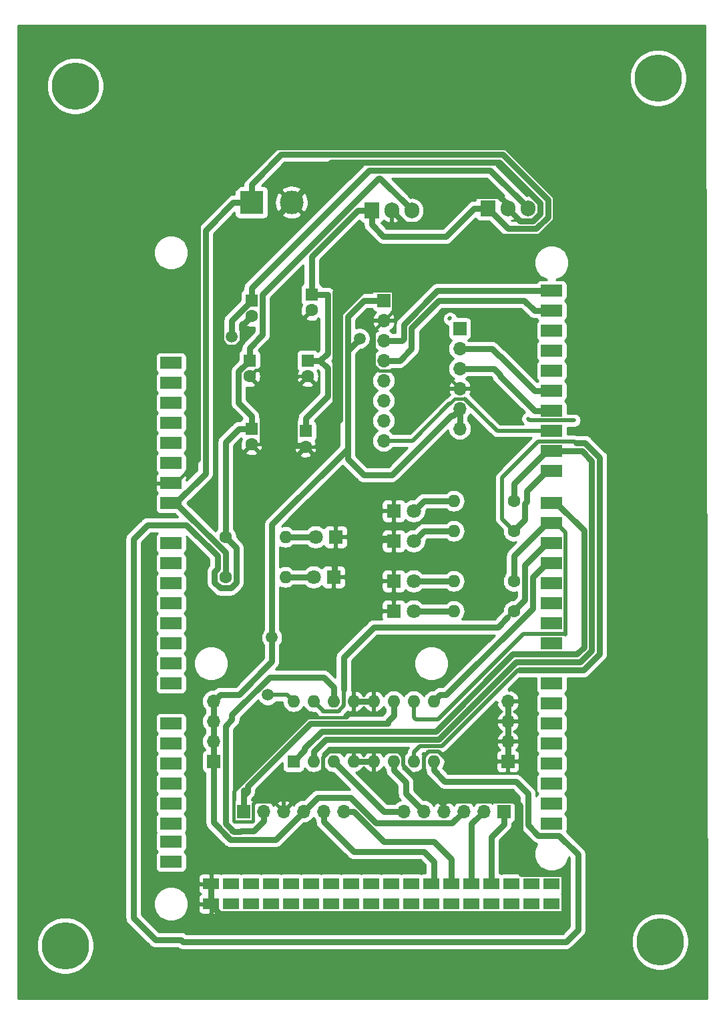
<source format=gbl>
G04 #@! TF.GenerationSoftware,KiCad,Pcbnew,(5.1.2)-2*
G04 #@! TF.CreationDate,2019-10-19T08:53:18-10:00*
G04 #@! TF.ProjectId,differtial_robot(v2),64696666-6572-4746-9961-6c5f726f626f,rev?*
G04 #@! TF.SameCoordinates,Original*
G04 #@! TF.FileFunction,Copper,L2,Bot*
G04 #@! TF.FilePolarity,Positive*
%FSLAX46Y46*%
G04 Gerber Fmt 4.6, Leading zero omitted, Abs format (unit mm)*
G04 Created by KiCad (PCBNEW (5.1.2)-2) date 2019-10-19 08:53:18*
%MOMM*%
%LPD*%
G04 APERTURE LIST*
%ADD10C,5.999480*%
%ADD11R,2.700000X1.500000*%
%ADD12R,2.000000X1.400000*%
%ADD13C,1.600000*%
%ADD14R,1.600000X1.600000*%
%ADD15R,1.800000X1.800000*%
%ADD16C,1.800000*%
%ADD17O,1.700000X1.700000*%
%ADD18R,1.700000X1.700000*%
%ADD19R,3.000000X3.000000*%
%ADD20C,3.000000*%
%ADD21O,1.600000X1.600000*%
%ADD22R,1.905000X2.000000*%
%ADD23O,1.905000X2.000000*%
%ADD24C,1.500000*%
%ADD25C,0.500000*%
%ADD26C,0.800000*%
%ADD27C,0.400000*%
%ADD28C,0.254000*%
G04 APERTURE END LIST*
D10*
X82804000Y-175768000D03*
X84074000Y-66802000D03*
X157988000Y-65786000D03*
X158242000Y-175260000D03*
D11*
X96220001Y-101875001D03*
X96220001Y-104415001D03*
X96220001Y-106955001D03*
X96220001Y-109495001D03*
X96220001Y-112035001D03*
X96220001Y-114575001D03*
X96220001Y-117115001D03*
X96220001Y-119655001D03*
X96220001Y-124735001D03*
X96220001Y-127275001D03*
X96220001Y-129815001D03*
X96220001Y-132355001D03*
X96220001Y-134895001D03*
X96220001Y-137435001D03*
X96220001Y-139975001D03*
X96220001Y-142515001D03*
X96220001Y-147595001D03*
X96220001Y-150135001D03*
X96220001Y-152675001D03*
X96220001Y-155215001D03*
X96220001Y-157755001D03*
X96220001Y-160295001D03*
X96220001Y-162581001D03*
X96220001Y-165121001D03*
D12*
X101300001Y-170455001D03*
X101300001Y-167915001D03*
X103840001Y-170455001D03*
X103840001Y-167915001D03*
X106380001Y-170455001D03*
X106380001Y-167915001D03*
X108920001Y-170455001D03*
X108920001Y-167915001D03*
X111460001Y-167915001D03*
X111460001Y-170455001D03*
X114000001Y-167915001D03*
X114000001Y-170455001D03*
X116540001Y-167915001D03*
X116540001Y-170455001D03*
X119080001Y-167915001D03*
X119080001Y-170455001D03*
X121620001Y-167915001D03*
X121620001Y-170455001D03*
X124160001Y-167915001D03*
X124160001Y-170455001D03*
X126700001Y-167915001D03*
X126700001Y-170455001D03*
X129240001Y-167915001D03*
X129240001Y-170455001D03*
X131780001Y-167915001D03*
X131780001Y-170455001D03*
X134320001Y-167915001D03*
X134320001Y-170455001D03*
X136860001Y-167915001D03*
X136860001Y-170455001D03*
X139400001Y-167915001D03*
X139400001Y-170455001D03*
X141940001Y-167915001D03*
X141940001Y-170455001D03*
X144480001Y-167915001D03*
X144480001Y-170455001D03*
D11*
X144480001Y-160295001D03*
X144480001Y-157755001D03*
X144480001Y-155215001D03*
X144480001Y-152675001D03*
X144480001Y-150135001D03*
X144480001Y-147595001D03*
X144480001Y-145055001D03*
X144480001Y-142515001D03*
X144480001Y-137435001D03*
X144480001Y-134895001D03*
X144480001Y-132355001D03*
X144480001Y-129815001D03*
X144480001Y-127275001D03*
X144480001Y-124735001D03*
X144480001Y-122195001D03*
X144480001Y-119655001D03*
X144480001Y-115591001D03*
X144480001Y-113051001D03*
X144480001Y-110511001D03*
X144480001Y-107971001D03*
X144480001Y-105431001D03*
X144480001Y-102891001D03*
X144480001Y-100351001D03*
X144480001Y-97811001D03*
X144480001Y-95271001D03*
X144480001Y-92731001D03*
D13*
X106426000Y-112236000D03*
D14*
X106426000Y-110236000D03*
X114046000Y-93218000D03*
D13*
X114046000Y-95218000D03*
X113538000Y-103600000D03*
D14*
X113538000Y-101600000D03*
X106426000Y-93980000D03*
D13*
X106426000Y-95980000D03*
D14*
X113284000Y-110522000D03*
D13*
X113284000Y-112522000D03*
X106172000Y-103600000D03*
D14*
X106172000Y-101600000D03*
D15*
X124460000Y-120650000D03*
D16*
X127000000Y-120650000D03*
X127000000Y-124460000D03*
D15*
X124460000Y-124460000D03*
D16*
X127000000Y-129540000D03*
D15*
X124460000Y-129540000D03*
X124460000Y-133350000D03*
D16*
X127000000Y-133350000D03*
D15*
X116840000Y-129032000D03*
D16*
X114300000Y-129032000D03*
X114554000Y-123952000D03*
D15*
X117094000Y-123952000D03*
D17*
X125730000Y-158750000D03*
X128270000Y-158750000D03*
X130810000Y-158750000D03*
X133350000Y-158750000D03*
X135890000Y-158750000D03*
D18*
X138430000Y-158750000D03*
X105410000Y-158750000D03*
D17*
X107950000Y-158750000D03*
X110490000Y-158750000D03*
X113030000Y-158750000D03*
X115570000Y-158750000D03*
X118110000Y-158750000D03*
D19*
X106426000Y-81534000D03*
D20*
X111506000Y-81534000D03*
D18*
X123190000Y-93980000D03*
D17*
X123190000Y-96520000D03*
X123190000Y-99060000D03*
X123190000Y-101600000D03*
X123190000Y-104140000D03*
X123190000Y-106680000D03*
X123190000Y-109220000D03*
X123190000Y-111760000D03*
D18*
X138938000Y-152400000D03*
D17*
X138938000Y-149860000D03*
X138938000Y-147320000D03*
X138938000Y-144780000D03*
D18*
X132842000Y-97536000D03*
D17*
X132842000Y-100076000D03*
X132842000Y-102616000D03*
X132842000Y-105156000D03*
X132842000Y-107696000D03*
X132842000Y-110236000D03*
X101600000Y-144780000D03*
X101600000Y-147320000D03*
X101600000Y-149860000D03*
D18*
X101600000Y-152400000D03*
D21*
X132080000Y-119380000D03*
D13*
X139700000Y-119380000D03*
X139700000Y-123190000D03*
D21*
X132080000Y-123190000D03*
X132080000Y-129540000D03*
D13*
X139700000Y-129540000D03*
X139700000Y-133350000D03*
D21*
X132080000Y-133350000D03*
D13*
X103124000Y-129032000D03*
D21*
X110744000Y-129032000D03*
X110744000Y-123952000D03*
D13*
X103124000Y-123952000D03*
D14*
X111760000Y-152400000D03*
D21*
X129540000Y-144780000D03*
X114300000Y-152400000D03*
X127000000Y-144780000D03*
X116840000Y-152400000D03*
X124460000Y-144780000D03*
X119380000Y-152400000D03*
X121920000Y-144780000D03*
X121920000Y-152400000D03*
X119380000Y-144780000D03*
X124460000Y-152400000D03*
X116840000Y-144780000D03*
X127000000Y-152400000D03*
X114300000Y-144780000D03*
X129540000Y-152400000D03*
X111760000Y-144780000D03*
D22*
X136398000Y-82296000D03*
D23*
X138938000Y-82296000D03*
X141478000Y-82296000D03*
X126746000Y-82550000D03*
X124206000Y-82550000D03*
D22*
X121666000Y-82550000D03*
D24*
X129794000Y-87884000D03*
D16*
X129540000Y-80772000D03*
D24*
X121412000Y-138684000D03*
X121412000Y-133350000D03*
X103886000Y-98552000D03*
X120142000Y-98806000D03*
X108495999Y-143980001D03*
X109009001Y-136695001D03*
D25*
X141683002Y-109171002D02*
X147368998Y-109171002D01*
X141478000Y-108966000D02*
X141683002Y-109171002D01*
D26*
X101300001Y-167915001D02*
X101300001Y-170455001D01*
X119380000Y-144780000D02*
X121920000Y-144780000D01*
X119380000Y-152400000D02*
X121920000Y-152400000D01*
X138938000Y-144780000D02*
X138938000Y-147320000D01*
X138938000Y-147320000D02*
X138938000Y-149352000D01*
X138938000Y-149352000D02*
X138938000Y-149860000D01*
X138938000Y-149860000D02*
X138938000Y-152400000D01*
X137830501Y-80695999D02*
X132918001Y-80695999D01*
X138938000Y-82296000D02*
X138938000Y-81803498D01*
X138938000Y-81803498D02*
X137830501Y-80695999D01*
X124206000Y-82597500D02*
X124206000Y-82550000D01*
X125958500Y-84350000D02*
X124206000Y-82597500D01*
X129264000Y-84350000D02*
X125958500Y-84350000D01*
X113005999Y-80034001D02*
X111506000Y-81534000D01*
X143030510Y-81605430D02*
X137895070Y-76469990D01*
X143030510Y-82986570D02*
X143030510Y-81605430D01*
X142121070Y-83896010D02*
X143030510Y-82986570D01*
X116570010Y-76469990D02*
X113005999Y-80034001D01*
X140490510Y-83896010D02*
X142121070Y-83896010D01*
X137895070Y-76469990D02*
X116570010Y-76469990D01*
X138938000Y-82343500D02*
X140490510Y-83896010D01*
X138938000Y-82296000D02*
X138938000Y-82343500D01*
D25*
X111339999Y-157900001D02*
X110490000Y-158750000D01*
X115550001Y-153689999D02*
X111339999Y-157900001D01*
X115550001Y-151911999D02*
X115550001Y-153689999D01*
X116312001Y-151149999D02*
X115550001Y-151911999D01*
X119261369Y-151149999D02*
X116312001Y-151149999D01*
X119380000Y-151268630D02*
X119261369Y-151149999D01*
X119380000Y-152400000D02*
X119380000Y-151268630D01*
D26*
X102360000Y-171755002D02*
X101300001Y-170695003D01*
X145960002Y-171755002D02*
X102360000Y-171755002D01*
X146080002Y-171635002D02*
X145960002Y-171755002D01*
X146080002Y-166735000D02*
X146080002Y-171635002D01*
X101300001Y-170695003D02*
X101300001Y-170455001D01*
X145960002Y-166615000D02*
X146080002Y-166735000D01*
X140707000Y-166615000D02*
X145960002Y-166615000D01*
X140477990Y-166385990D02*
X140707000Y-166615000D01*
X140477990Y-158017988D02*
X140477990Y-166385990D01*
X139760001Y-157299999D02*
X140477990Y-158017988D01*
X131057920Y-157299999D02*
X139760001Y-157299999D01*
X130810000Y-157547919D02*
X131057920Y-157299999D01*
D25*
X130810000Y-157547919D02*
X130810000Y-158750000D01*
X130810000Y-157547906D02*
X130810000Y-157547919D01*
X128289999Y-155027905D02*
X130810000Y-157547906D01*
X128289999Y-151799999D02*
X128289999Y-155027905D01*
X130140001Y-151149999D02*
X128939999Y-151149999D01*
X131390002Y-152400000D02*
X130140001Y-151149999D01*
X128939999Y-151149999D02*
X128289999Y-151799999D01*
X138938000Y-152400000D02*
X131390002Y-152400000D01*
X119498631Y-151149999D02*
X119380000Y-151268630D01*
X125060001Y-151149999D02*
X119498631Y-151149999D01*
X125710001Y-151799999D02*
X125060001Y-151149999D01*
X125710001Y-152960003D02*
X125710001Y-151799999D01*
X130810000Y-158060002D02*
X125710001Y-152960003D01*
X130810000Y-158750000D02*
X130810000Y-158060002D01*
D27*
X119380000Y-145911370D02*
X119380000Y-144780000D01*
X113558634Y-146789980D02*
X118501390Y-146789980D01*
X104159999Y-156188615D02*
X113558634Y-146789980D01*
X104159999Y-159920001D02*
X104159999Y-156188615D01*
X106580001Y-160000001D02*
X104239999Y-160000001D01*
X104239999Y-160000001D02*
X104159999Y-159920001D01*
X106660001Y-159920001D02*
X106580001Y-160000001D01*
X106660001Y-157753999D02*
X106660001Y-159920001D01*
X118501390Y-146789980D02*
X119380000Y-145911370D01*
X106914001Y-157499999D02*
X106660001Y-157753999D01*
X109239999Y-157499999D02*
X106914001Y-157499999D01*
X110490000Y-158750000D02*
X109239999Y-157499999D01*
X124460000Y-129540000D02*
X124460000Y-133350000D01*
X124460000Y-125760000D02*
X124460000Y-129540000D01*
X124460000Y-124460000D02*
X124460000Y-125760000D01*
X124460000Y-120650000D02*
X124460000Y-124460000D01*
X123952000Y-123952000D02*
X124460000Y-124460000D01*
X117094000Y-123952000D02*
X123952000Y-123952000D01*
X117094000Y-128778000D02*
X116840000Y-129032000D01*
X117094000Y-123952000D02*
X117094000Y-128778000D01*
X112998000Y-112236000D02*
X113284000Y-112522000D01*
X106426000Y-112236000D02*
X112998000Y-112236000D01*
X107557370Y-112236000D02*
X106426000Y-112236000D01*
X107626001Y-112167369D02*
X107557370Y-112236000D01*
X107626001Y-105054001D02*
X107626001Y-112167369D01*
X106172000Y-103600000D02*
X107626001Y-105054001D01*
X112152630Y-112522000D02*
X113284000Y-112522000D01*
X112083999Y-112453369D02*
X112152630Y-112522000D01*
X112083999Y-103922631D02*
X112083999Y-112453369D01*
X112406630Y-103600000D02*
X112083999Y-103922631D01*
X113538000Y-103600000D02*
X112406630Y-103600000D01*
X106971999Y-102800001D02*
X106172000Y-103600000D01*
X107292001Y-102800001D02*
X106971999Y-102800001D01*
X113246001Y-96846001D02*
X107292001Y-102800001D01*
X113246001Y-96017999D02*
X113246001Y-96846001D01*
X114046000Y-95218000D02*
X113246001Y-96017999D01*
X116878010Y-93687990D02*
X116878010Y-110059360D01*
X117836001Y-92729999D02*
X116878010Y-93687990D01*
X124360001Y-92729999D02*
X117836001Y-92729999D01*
X96820001Y-117115001D02*
X96220001Y-117115001D01*
X99783990Y-114151012D02*
X96820001Y-117115001D01*
X99783990Y-84456008D02*
X99783990Y-114151012D01*
X109570028Y-74669970D02*
X99783990Y-84456008D01*
X138640661Y-74669970D02*
X109570028Y-74669970D01*
X144830530Y-80859839D02*
X138640661Y-74669970D01*
X142866661Y-85696030D02*
X144830530Y-83732161D01*
X134619088Y-85696030D02*
X142866661Y-85696030D01*
X117346646Y-92417990D02*
X127897128Y-92417990D01*
X116878010Y-110059360D02*
X116878010Y-92886626D01*
X144830530Y-83732161D02*
X144830530Y-80859839D01*
X114415370Y-112522000D02*
X116878010Y-110059360D01*
X116878010Y-92886626D02*
X117346646Y-92417990D01*
X124039999Y-95670001D02*
X123190000Y-96520000D01*
X124440001Y-95269999D02*
X124039999Y-95670001D01*
X124440001Y-92809999D02*
X124440001Y-95269999D01*
X120768617Y-92729999D02*
X124360001Y-92729999D01*
X117817990Y-95680626D02*
X120768617Y-92729999D01*
X117817990Y-109119380D02*
X117817990Y-95680626D01*
X114415370Y-112522000D02*
X117817990Y-109119380D01*
X124360001Y-92729999D02*
X124440001Y-92809999D01*
X113284000Y-112522000D02*
X114415370Y-112522000D01*
X131992001Y-104306001D02*
X132842000Y-105156000D01*
X130575999Y-102889999D02*
X131992001Y-104306001D01*
X122629997Y-102889999D02*
X130575999Y-102889999D01*
X121939999Y-102200001D02*
X122629997Y-102889999D01*
X121939999Y-97770001D02*
X121939999Y-102200001D01*
X123190000Y-96520000D02*
X121939999Y-97770001D01*
X121920000Y-143648630D02*
X121412000Y-143140630D01*
X121920000Y-144780000D02*
X121920000Y-143648630D01*
X121412000Y-143140630D02*
X121412000Y-138684000D01*
X121412000Y-138684000D02*
X121412000Y-138938000D01*
X121412000Y-138938000D02*
X121666000Y-139192000D01*
X121412000Y-138684000D02*
X121412000Y-138684000D01*
X124460000Y-133350000D02*
X121412000Y-133350000D01*
D26*
X130693999Y-81671999D02*
X131318000Y-82296000D01*
X130439999Y-81671999D02*
X130693999Y-81671999D01*
X129540000Y-80772000D02*
X130439999Y-81671999D01*
X132918001Y-80695999D02*
X131318000Y-82296000D01*
X131318000Y-82296000D02*
X129264000Y-84350000D01*
X130350559Y-89501219D02*
X130350559Y-89964559D01*
X129794000Y-88944660D02*
X130350559Y-89501219D01*
X129794000Y-87884000D02*
X129794000Y-88944660D01*
D27*
X127897128Y-92417990D02*
X130350559Y-89964559D01*
X130350559Y-89964559D02*
X134619088Y-85696030D01*
D26*
X110006001Y-83033999D02*
X111506000Y-81534000D01*
X102535999Y-90504001D02*
X110006001Y-83033999D01*
X102535999Y-99200001D02*
X102535999Y-90504001D01*
X103237999Y-99902001D02*
X102535999Y-99200001D01*
X104534001Y-99902001D02*
X103237999Y-99902001D01*
X105236001Y-99200001D02*
X104534001Y-99902001D01*
X105236001Y-97169999D02*
X105236001Y-99200001D01*
X106426000Y-95980000D02*
X105236001Y-97169999D01*
X114046000Y-91618000D02*
X114046000Y-93218000D01*
X114046000Y-88417500D02*
X114046000Y-91618000D01*
X119913500Y-82550000D02*
X114046000Y-88417500D01*
X121666000Y-82550000D02*
X119913500Y-82550000D01*
X121666000Y-84350000D02*
X121666000Y-82550000D01*
X123168000Y-85852000D02*
X121666000Y-84350000D01*
X131089500Y-85852000D02*
X123168000Y-85852000D01*
X134645500Y-82296000D02*
X131089500Y-85852000D01*
X136398000Y-82296000D02*
X134645500Y-82296000D01*
X115138000Y-101600000D02*
X113538000Y-101600000D01*
X116078000Y-100660000D02*
X115138000Y-101600000D01*
X114046000Y-93218000D02*
X116078000Y-93218000D01*
X115138000Y-101600000D02*
X116078000Y-102540000D01*
X113284000Y-108922000D02*
X113284000Y-110522000D01*
X116078000Y-106128000D02*
X113284000Y-108922000D01*
X116078000Y-102540000D02*
X116078000Y-106128000D01*
X103124000Y-125959000D02*
X96820001Y-119655001D01*
X103124000Y-129032000D02*
X103124000Y-125959000D01*
X104126000Y-81534000D02*
X100584000Y-85076000D01*
X106426000Y-81534000D02*
X104126000Y-81534000D01*
X96820001Y-119655001D02*
X96220001Y-119655001D01*
X100584000Y-115891002D02*
X96820001Y-119655001D01*
X100584000Y-85076000D02*
X100584000Y-115891002D01*
X116078000Y-93218000D02*
X116078000Y-98044000D01*
X116078000Y-98044000D02*
X116078000Y-100660000D01*
X136398000Y-82343500D02*
X136398000Y-82296000D01*
X138950520Y-84896020D02*
X136398000Y-82343500D01*
X142535287Y-84896020D02*
X138950520Y-84896020D01*
X144030520Y-83400787D02*
X142535287Y-84896020D01*
X144030520Y-81191213D02*
X144030520Y-83400787D01*
X138309287Y-75469980D02*
X144030520Y-81191213D01*
X110190020Y-75469980D02*
X138309287Y-75469980D01*
X106426000Y-79234000D02*
X110190020Y-75469980D01*
X106426000Y-81534000D02*
X106426000Y-79234000D01*
X115570000Y-158750000D02*
X115570000Y-160020000D01*
X115570000Y-160020000D02*
X119380000Y-163830000D01*
X119380000Y-163830000D02*
X128270000Y-163830000D01*
X128270000Y-163830000D02*
X129540000Y-165100000D01*
X129540000Y-165100000D02*
X129540000Y-167640000D01*
X129515002Y-167640000D02*
X129240001Y-167915001D01*
X129540000Y-167640000D02*
X129515002Y-167640000D01*
X131780001Y-164800001D02*
X131780001Y-167915001D01*
X129540000Y-162560000D02*
X131780001Y-164800001D01*
X123190000Y-162560000D02*
X129540000Y-162560000D01*
X118110000Y-158750000D02*
X119380000Y-158750000D01*
X119380000Y-158750000D02*
X123190000Y-162560000D01*
X134320001Y-160319999D02*
X134320001Y-167915001D01*
X135890000Y-158750000D02*
X134320001Y-160319999D01*
X136860001Y-166415001D02*
X136860001Y-167915001D01*
X136860001Y-161969999D02*
X136860001Y-166415001D01*
X138430000Y-160400000D02*
X136860001Y-161969999D01*
X138430000Y-158750000D02*
X138430000Y-160400000D01*
D25*
X123190000Y-111760000D02*
X126853998Y-111760000D01*
X131541999Y-96325999D02*
X131631999Y-96235999D01*
X126853998Y-111760000D02*
X131541999Y-107071999D01*
X145080001Y-110511001D02*
X144480001Y-110511001D01*
X137581003Y-110511001D02*
X133496002Y-106426000D01*
X144480001Y-110511001D02*
X137581003Y-110511001D01*
D27*
X131615999Y-107071999D02*
X132241999Y-106445999D01*
X131541999Y-107071999D02*
X131615999Y-107071999D01*
X133476003Y-106445999D02*
X133496002Y-106426000D01*
X132241999Y-106445999D02*
X133476003Y-106445999D01*
D26*
X130339999Y-143980001D02*
X129540000Y-144780000D01*
X131142001Y-143980001D02*
X130339999Y-143980001D01*
X142100011Y-133021991D02*
X131142001Y-143980001D01*
X142100011Y-129054991D02*
X142100011Y-133021991D01*
X143880001Y-127275001D02*
X142100011Y-129054991D01*
X144480001Y-127275001D02*
X143880001Y-127275001D01*
X140499999Y-132550001D02*
X139700000Y-133350000D01*
X141100001Y-131949999D02*
X140499999Y-132550001D01*
X141100001Y-127515001D02*
X141100001Y-131949999D01*
X143880001Y-124735001D02*
X141100001Y-127515001D01*
X144480001Y-124735001D02*
X143880001Y-124735001D01*
D25*
X138900001Y-134149999D02*
X139700000Y-133350000D01*
D26*
X137668000Y-135382000D02*
X121920000Y-135382000D01*
X138900001Y-134149999D02*
X137668000Y-135382000D01*
X121920000Y-135382000D02*
X118110000Y-139192000D01*
X118110000Y-139192000D02*
X118110000Y-143256000D01*
D25*
X115550001Y-146030001D02*
X115443000Y-145923000D01*
X117440001Y-146030001D02*
X115550001Y-146030001D01*
X118129999Y-145340003D02*
X117440001Y-146030001D01*
X118129999Y-143275999D02*
X118129999Y-145340003D01*
X118110000Y-143256000D02*
X118129999Y-143275999D01*
X114300000Y-144780000D02*
X115443000Y-145923000D01*
D26*
X139700000Y-128408630D02*
X139700000Y-129540000D01*
X139700000Y-126375002D02*
X139700000Y-128408630D01*
X143880001Y-122195001D02*
X139700000Y-126375002D01*
X144480001Y-122195001D02*
X143880001Y-122195001D01*
D25*
X127254000Y-147066000D02*
X127000000Y-146812000D01*
X130115906Y-147066000D02*
X127254000Y-147066000D01*
X145080001Y-122195001D02*
X146280002Y-123395002D01*
X146280002Y-123395002D02*
X146280002Y-136325000D01*
X146280002Y-136325000D02*
X146190002Y-136235000D01*
X146190002Y-136235000D02*
X140946906Y-136235000D01*
X127000000Y-146812000D02*
X127000000Y-144780000D01*
X144480001Y-122195001D02*
X145080001Y-122195001D01*
X140946906Y-136235000D02*
X130115906Y-147066000D01*
D26*
X113160001Y-150999999D02*
X113160001Y-150745999D01*
X111760000Y-152400000D02*
X113160001Y-150999999D01*
X113160001Y-150745999D02*
X115316000Y-148590000D01*
X115316000Y-148590000D02*
X129794000Y-148590000D01*
X139598998Y-138785002D02*
X147726998Y-138785002D01*
X129794000Y-148590000D02*
X139598998Y-138785002D01*
X147726998Y-138785002D02*
X148590000Y-137922000D01*
X148590000Y-137922000D02*
X148590000Y-123165000D01*
X145080001Y-119655001D02*
X144480001Y-119655001D01*
X148590000Y-123165000D02*
X145080001Y-119655001D01*
X143880001Y-115591001D02*
X141361002Y-118110000D01*
X144480001Y-115591001D02*
X143880001Y-115591001D01*
X140499999Y-122390001D02*
X139700000Y-123190000D01*
X141100001Y-121789999D02*
X140499999Y-122390001D01*
X141100001Y-119757999D02*
X141100001Y-121789999D01*
X141361002Y-119496998D02*
X141100001Y-119757999D01*
X141361002Y-118110000D02*
X141361002Y-119496998D01*
D25*
X142770000Y-111851000D02*
X138176000Y-116445000D01*
X147574000Y-112014000D02*
X147411000Y-111851000D01*
X147411000Y-111851000D02*
X142770000Y-111851000D01*
X138176000Y-121666000D02*
X139700000Y-123190000D01*
X138176000Y-116445000D02*
X138176000Y-121666000D01*
D26*
X148734227Y-112014000D02*
X147574000Y-112014000D01*
X150590020Y-113869793D02*
X148734227Y-112014000D01*
X150590020Y-138750434D02*
X150590020Y-113869793D01*
X140427432Y-140785022D02*
X148555432Y-140785022D01*
X148555432Y-140785022D02*
X150590020Y-138750434D01*
D25*
X127000000Y-151268630D02*
X127000000Y-152400000D01*
X127818641Y-150449989D02*
X127000000Y-151268630D01*
X130550332Y-150449989D02*
X127818641Y-150449989D01*
X140215299Y-140785022D02*
X130550332Y-150449989D01*
X140427432Y-140785022D02*
X140215299Y-140785022D01*
D26*
X139700000Y-118248630D02*
X139700000Y-119380000D01*
X139700000Y-117231002D02*
X139700000Y-118248630D01*
X143880001Y-113051001D02*
X139700000Y-117231002D01*
X144480001Y-113051001D02*
X143880001Y-113051001D01*
X114300000Y-151130000D02*
X114300000Y-152400000D01*
X115839990Y-149590010D02*
X114300000Y-151130000D01*
X130208217Y-149590010D02*
X115839990Y-149590010D01*
X148357001Y-113051001D02*
X149590010Y-114284010D01*
X144480001Y-113051001D02*
X148357001Y-113051001D01*
X149590010Y-138336217D02*
X148141215Y-139785012D01*
X148141215Y-139785012D02*
X140013215Y-139785012D01*
X149590010Y-114284010D02*
X149590010Y-138336217D01*
X140013215Y-139785012D02*
X130208217Y-149590010D01*
X142330001Y-107971001D02*
X137922000Y-103563000D01*
X144480001Y-107971001D02*
X142330001Y-107971001D01*
X137922000Y-103563000D02*
X137922000Y-103378000D01*
X137160000Y-102616000D02*
X132842000Y-102616000D01*
X137922000Y-103378000D02*
X137160000Y-102616000D01*
X142330001Y-105431001D02*
X137922000Y-101023000D01*
X144480001Y-105431001D02*
X142330001Y-105431001D01*
X137922000Y-101023000D02*
X137853000Y-101023000D01*
X136906000Y-100076000D02*
X132842000Y-100076000D01*
X137853000Y-101023000D02*
X136906000Y-100076000D01*
X142330001Y-95271001D02*
X141039000Y-93980000D01*
X144480001Y-95271001D02*
X142330001Y-95271001D01*
X141039000Y-93980000D02*
X130192226Y-93980000D01*
X126730010Y-97442216D02*
X126730010Y-100091990D01*
X130192226Y-93980000D02*
X126730010Y-97442216D01*
X125222000Y-101600000D02*
X123190000Y-101600000D01*
X126730010Y-100091990D02*
X125222000Y-101600000D01*
X144480001Y-92731001D02*
X130026999Y-92731001D01*
X130026999Y-92731001D02*
X125730000Y-97028000D01*
X125730000Y-97028000D02*
X125730000Y-98806000D01*
X125476000Y-99060000D02*
X123190000Y-99060000D01*
X125730000Y-98806000D02*
X125476000Y-99060000D01*
X106426000Y-108636000D02*
X106426000Y-110236000D01*
X104771999Y-106981999D02*
X106426000Y-108636000D01*
X104771999Y-103000001D02*
X104771999Y-106981999D01*
X106172000Y-101600000D02*
X104771999Y-103000001D01*
X103124000Y-122820630D02*
X103124000Y-123952000D01*
X103124000Y-111938000D02*
X103124000Y-122820630D01*
X104826000Y-110236000D02*
X103124000Y-111938000D01*
X106426000Y-110236000D02*
X104826000Y-110236000D01*
X106172000Y-100000000D02*
X106172000Y-101600000D01*
X107826001Y-98345999D02*
X106172000Y-100000000D01*
X107826001Y-93223273D02*
X107826001Y-98345999D01*
X122579264Y-78470010D02*
X107826001Y-93223273D01*
X122713510Y-78470010D02*
X122579264Y-78470010D01*
X126746000Y-82502500D02*
X122713510Y-78470010D01*
X126746000Y-82550000D02*
X126746000Y-82502500D01*
X104524001Y-125352001D02*
X103923999Y-124751999D01*
X103796001Y-130432001D02*
X104524001Y-129704001D01*
X102451999Y-130432001D02*
X103796001Y-130432001D01*
X101723999Y-129704001D02*
X102451999Y-130432001D01*
X103923999Y-124751999D02*
X103124000Y-123952000D01*
X102108000Y-126357226D02*
X102108000Y-127975998D01*
X102108000Y-127975998D02*
X101723999Y-128359999D01*
X141478000Y-160473002D02*
X142802998Y-161798000D01*
X141478000Y-156464000D02*
X141478000Y-160473002D01*
X147828000Y-173736000D02*
X146304000Y-175260000D01*
X130948630Y-154940000D02*
X139954000Y-154940000D01*
X101723999Y-128359999D02*
X101723999Y-129704001D01*
X94234000Y-175006000D02*
X91440000Y-172212000D01*
X129540000Y-152400000D02*
X129540000Y-153531370D01*
X98178774Y-122428000D02*
X102108000Y-126357226D01*
X129540000Y-153531370D02*
X130948630Y-154940000D01*
X142802998Y-161798000D02*
X145429002Y-161798000D01*
X139954000Y-154940000D02*
X141478000Y-156464000D01*
X146304000Y-175260000D02*
X97768998Y-175260000D01*
X104524001Y-129704001D02*
X104524001Y-125352001D01*
X145429002Y-161798000D02*
X147828000Y-164196998D01*
X147828000Y-164196998D02*
X147828000Y-173736000D01*
X93218000Y-122428000D02*
X98178774Y-122428000D01*
X97768998Y-175260000D02*
X97514998Y-175006000D01*
X97514998Y-175006000D02*
X94234000Y-175006000D01*
X91440000Y-172212000D02*
X91440000Y-124206000D01*
X91440000Y-124206000D02*
X93218000Y-122428000D01*
X106426000Y-92380000D02*
X121336000Y-77470000D01*
X106426000Y-93980000D02*
X106426000Y-92380000D01*
X141478000Y-82248500D02*
X141478000Y-82296000D01*
X136699500Y-77470000D02*
X141478000Y-82248500D01*
X121336000Y-77470000D02*
X136699500Y-77470000D01*
X132842000Y-107696000D02*
X132842000Y-110236000D01*
X112180001Y-159599999D02*
X113030000Y-158750000D01*
X109489990Y-162290010D02*
X112180001Y-159599999D01*
X103725783Y-162290010D02*
X109489990Y-162290010D01*
X101600000Y-160164227D02*
X103725783Y-162290010D01*
X101600000Y-152400000D02*
X101600000Y-160164227D01*
X101600000Y-144780000D02*
X101600000Y-147320000D01*
X101600000Y-149860000D02*
X101600000Y-147320000D01*
X101600000Y-149860000D02*
X101600000Y-152400000D01*
X122244227Y-160200001D02*
X119016226Y-156972000D01*
X133350000Y-158750000D02*
X131899999Y-160200001D01*
X131899999Y-160200001D02*
X122244227Y-160200001D01*
X114808000Y-156972000D02*
X113030000Y-158750000D01*
X119016226Y-156972000D02*
X114808000Y-156972000D01*
X131992001Y-108545999D02*
X131738001Y-108545999D01*
X132842000Y-107696000D02*
X131992001Y-108545999D01*
X131738001Y-108545999D02*
X124206000Y-116078000D01*
X124206000Y-116078000D02*
X120650000Y-116078000D01*
X120650000Y-116078000D02*
X118618000Y-114046000D01*
X120650000Y-93980000D02*
X123190000Y-93980000D01*
X118618000Y-96012000D02*
X120650000Y-93980000D01*
X102449999Y-143930001D02*
X104822001Y-143930001D01*
X101600000Y-144780000D02*
X102449999Y-143930001D01*
D25*
X110960001Y-143980001D02*
X108495999Y-143980001D01*
X111760000Y-144780000D02*
X110960001Y-143980001D01*
X108495999Y-143980001D02*
X108241999Y-143980001D01*
D26*
X109009001Y-139743001D02*
X109009001Y-136695001D01*
X104822001Y-143930001D02*
X109009001Y-139743001D01*
X109009001Y-136695001D02*
X109009001Y-136695001D01*
X109009001Y-122384999D02*
X118618000Y-112776000D01*
X109009001Y-136695001D02*
X109009001Y-122384999D01*
X118618000Y-114046000D02*
X118618000Y-112776000D01*
X118618000Y-98806000D02*
X118618000Y-96012000D01*
X103886000Y-96520000D02*
X103886000Y-98552000D01*
X106426000Y-93980000D02*
X103886000Y-96520000D01*
X120142000Y-98806000D02*
X118618000Y-100330000D01*
X118618000Y-112776000D02*
X118618000Y-100330000D01*
X118618000Y-100330000D02*
X118618000Y-98806000D01*
X128270000Y-119380000D02*
X127000000Y-120650000D01*
X132080000Y-119380000D02*
X128270000Y-119380000D01*
X128270000Y-123190000D02*
X127000000Y-124460000D01*
X132080000Y-123190000D02*
X128270000Y-123190000D01*
X132080000Y-129540000D02*
X127000000Y-129540000D01*
X132080000Y-133350000D02*
X127000000Y-133350000D01*
X110744000Y-129032000D02*
X114300000Y-129032000D01*
X110744000Y-123952000D02*
X114554000Y-123952000D01*
X123190000Y-158750000D02*
X125730000Y-158750000D01*
X116840000Y-152400000D02*
X123190000Y-158750000D01*
X124460000Y-153531370D02*
X125984000Y-155055370D01*
X124460000Y-152400000D02*
X124460000Y-153531370D01*
X125984000Y-156464000D02*
X128270000Y-158750000D01*
X125984000Y-155055370D02*
X125984000Y-156464000D01*
X124460000Y-146558000D02*
X124460000Y-144780000D01*
X123698000Y-147320000D02*
X124460000Y-146558000D01*
X113890008Y-147589990D02*
X105918000Y-155561998D01*
X123682010Y-147589990D02*
X113890008Y-147589990D01*
X123698000Y-147320000D02*
X123698000Y-147574000D01*
X123698000Y-147574000D02*
X123682010Y-147589990D01*
X105918000Y-156210000D02*
X105410000Y-156718000D01*
X105918000Y-155561998D02*
X105918000Y-156210000D01*
X105410000Y-158750000D02*
X105410000Y-156718000D01*
X105410000Y-156718000D02*
X105410000Y-156069998D01*
X107950000Y-159952081D02*
X106680000Y-161222081D01*
X107950000Y-158750000D02*
X107950000Y-159952081D01*
X105102079Y-161222081D02*
X105034160Y-161290000D01*
X106680000Y-161222081D02*
X105102079Y-161222081D01*
X105034160Y-161290000D02*
X104140000Y-161290000D01*
X104140000Y-161290000D02*
X103959999Y-161109999D01*
X104139999Y-161290000D02*
X104140000Y-161290000D01*
X103124000Y-160274001D02*
X104139999Y-161290000D01*
X103124000Y-147942002D02*
X103124000Y-160274001D01*
X116840000Y-143002000D02*
X115570000Y-141732000D01*
X116840000Y-144780000D02*
X116840000Y-143002000D01*
X115570000Y-141732000D02*
X108712000Y-141732000D01*
X108712000Y-141732000D02*
X103959999Y-146484001D01*
X103959999Y-146484001D02*
X103959999Y-147106003D01*
X103959999Y-147106003D02*
X103124000Y-147942002D01*
D28*
G36*
X164184655Y-182474000D02*
G01*
X76860000Y-182474000D01*
X76860000Y-175410009D01*
X79169260Y-175410009D01*
X79169260Y-176125991D01*
X79308941Y-176828215D01*
X79582935Y-177489695D01*
X79980713Y-178085012D01*
X80486988Y-178591287D01*
X81082305Y-178989065D01*
X81743785Y-179263059D01*
X82446009Y-179402740D01*
X83161991Y-179402740D01*
X83864215Y-179263059D01*
X84525695Y-178989065D01*
X85121012Y-178591287D01*
X85627287Y-178085012D01*
X86025065Y-177489695D01*
X86299059Y-176828215D01*
X86438740Y-176125991D01*
X86438740Y-175410009D01*
X86299059Y-174707785D01*
X86025065Y-174046305D01*
X85627287Y-173450988D01*
X85121012Y-172944713D01*
X84525695Y-172546935D01*
X83864215Y-172272941D01*
X83161991Y-172133260D01*
X82446009Y-172133260D01*
X81743785Y-172272941D01*
X81082305Y-172546935D01*
X80486988Y-172944713D01*
X79980713Y-173450988D01*
X79582935Y-174046305D01*
X79308941Y-174707785D01*
X79169260Y-175410009D01*
X76860000Y-175410009D01*
X76860000Y-124206000D01*
X90399994Y-124206000D01*
X90405001Y-124256838D01*
X90405000Y-172161172D01*
X90399994Y-172212000D01*
X90405000Y-172262828D01*
X90405000Y-172262837D01*
X90419976Y-172414894D01*
X90479159Y-172609992D01*
X90575266Y-172789797D01*
X90704604Y-172947396D01*
X90744097Y-172979807D01*
X93466196Y-175701907D01*
X93498604Y-175741396D01*
X93538092Y-175773803D01*
X93656202Y-175870734D01*
X93752309Y-175922104D01*
X93836007Y-175966841D01*
X94031105Y-176026024D01*
X94183162Y-176041000D01*
X94183165Y-176041000D01*
X94234000Y-176046007D01*
X94284835Y-176041000D01*
X97089171Y-176041000D01*
X97191201Y-176124734D01*
X97371005Y-176220841D01*
X97566103Y-176280024D01*
X97718160Y-176295000D01*
X97718169Y-176295000D01*
X97768997Y-176300006D01*
X97819825Y-176295000D01*
X146253172Y-176295000D01*
X146304000Y-176300006D01*
X146354828Y-176295000D01*
X146354838Y-176295000D01*
X146506895Y-176280024D01*
X146701993Y-176220841D01*
X146881797Y-176124734D01*
X147039396Y-175995396D01*
X147071807Y-175955903D01*
X148125701Y-174902009D01*
X154607260Y-174902009D01*
X154607260Y-175617991D01*
X154746941Y-176320215D01*
X155020935Y-176981695D01*
X155418713Y-177577012D01*
X155924988Y-178083287D01*
X156520305Y-178481065D01*
X157181785Y-178755059D01*
X157884009Y-178894740D01*
X158599991Y-178894740D01*
X159302215Y-178755059D01*
X159963695Y-178481065D01*
X160559012Y-178083287D01*
X161065287Y-177577012D01*
X161463065Y-176981695D01*
X161737059Y-176320215D01*
X161876740Y-175617991D01*
X161876740Y-174902009D01*
X161737059Y-174199785D01*
X161463065Y-173538305D01*
X161065287Y-172942988D01*
X160559012Y-172436713D01*
X159963695Y-172038935D01*
X159302215Y-171764941D01*
X158599991Y-171625260D01*
X157884009Y-171625260D01*
X157181785Y-171764941D01*
X156520305Y-172038935D01*
X155924988Y-172436713D01*
X155418713Y-172942988D01*
X155020935Y-173538305D01*
X154746941Y-174199785D01*
X154607260Y-174902009D01*
X148125701Y-174902009D01*
X148523908Y-174503803D01*
X148563396Y-174471396D01*
X148692734Y-174313797D01*
X148788841Y-174133993D01*
X148848024Y-173938895D01*
X148863000Y-173786838D01*
X148863000Y-173786829D01*
X148868006Y-173736001D01*
X148863000Y-173685173D01*
X148863000Y-164247833D01*
X148868007Y-164196998D01*
X148861095Y-164126821D01*
X148848024Y-163994103D01*
X148798243Y-163830000D01*
X148788841Y-163799004D01*
X148692734Y-163619200D01*
X148595803Y-163501090D01*
X148563396Y-163461602D01*
X148523908Y-163429195D01*
X146407099Y-161312387D01*
X146419503Y-161289181D01*
X146455813Y-161169483D01*
X146468073Y-161045001D01*
X146468073Y-159545001D01*
X146455813Y-159420519D01*
X146419503Y-159300821D01*
X146360538Y-159190507D01*
X146281186Y-159093816D01*
X146197334Y-159025001D01*
X146281186Y-158956186D01*
X146360538Y-158859495D01*
X146419503Y-158749181D01*
X146455813Y-158629483D01*
X146468073Y-158505001D01*
X146468073Y-157005001D01*
X146455813Y-156880519D01*
X146419503Y-156760821D01*
X146360538Y-156650507D01*
X146281186Y-156553816D01*
X146197334Y-156485001D01*
X146281186Y-156416186D01*
X146360538Y-156319495D01*
X146419503Y-156209181D01*
X146455813Y-156089483D01*
X146468073Y-155965001D01*
X146468073Y-154465001D01*
X146455813Y-154340519D01*
X146419503Y-154220821D01*
X146360538Y-154110507D01*
X146281186Y-154013816D01*
X146197334Y-153945001D01*
X146281186Y-153876186D01*
X146360538Y-153779495D01*
X146419503Y-153669181D01*
X146455813Y-153549483D01*
X146468073Y-153425001D01*
X146468073Y-151925001D01*
X146455813Y-151800519D01*
X146419503Y-151680821D01*
X146360538Y-151570507D01*
X146281186Y-151473816D01*
X146197334Y-151405001D01*
X146281186Y-151336186D01*
X146360538Y-151239495D01*
X146419503Y-151129181D01*
X146455813Y-151009483D01*
X146468073Y-150885001D01*
X146468073Y-149385001D01*
X146455813Y-149260519D01*
X146419503Y-149140821D01*
X146360538Y-149030507D01*
X146281186Y-148933816D01*
X146197334Y-148865001D01*
X146281186Y-148796186D01*
X146360538Y-148699495D01*
X146419503Y-148589181D01*
X146455813Y-148469483D01*
X146468073Y-148345001D01*
X146468073Y-146845001D01*
X146455813Y-146720519D01*
X146419503Y-146600821D01*
X146360538Y-146490507D01*
X146281186Y-146393816D01*
X146197334Y-146325001D01*
X146281186Y-146256186D01*
X146360538Y-146159495D01*
X146419503Y-146049181D01*
X146455813Y-145929483D01*
X146468073Y-145805001D01*
X146468073Y-144305001D01*
X146455813Y-144180519D01*
X146419503Y-144060821D01*
X146360538Y-143950507D01*
X146281186Y-143853816D01*
X146197334Y-143785001D01*
X146281186Y-143716186D01*
X146360538Y-143619495D01*
X146419503Y-143509181D01*
X146455813Y-143389483D01*
X146468073Y-143265001D01*
X146468073Y-141820022D01*
X148504604Y-141820022D01*
X148555432Y-141825028D01*
X148606260Y-141820022D01*
X148606270Y-141820022D01*
X148758327Y-141805046D01*
X148953425Y-141745863D01*
X149133229Y-141649756D01*
X149290828Y-141520418D01*
X149323239Y-141480925D01*
X151285928Y-139518237D01*
X151325416Y-139485830D01*
X151357823Y-139446342D01*
X151454754Y-139328232D01*
X151527571Y-139192000D01*
X151550861Y-139148427D01*
X151610044Y-138953329D01*
X151625020Y-138801272D01*
X151625020Y-138801270D01*
X151630027Y-138750434D01*
X151625020Y-138699599D01*
X151625020Y-113920628D01*
X151630027Y-113869793D01*
X151625020Y-113818955D01*
X151610044Y-113666898D01*
X151550861Y-113471800D01*
X151477792Y-113335097D01*
X151454754Y-113291995D01*
X151357823Y-113173885D01*
X151325416Y-113134397D01*
X151285928Y-113101990D01*
X149502034Y-111318097D01*
X149469623Y-111278604D01*
X149312024Y-111149266D01*
X149132220Y-111053159D01*
X148937122Y-110993976D01*
X148785065Y-110979000D01*
X148785055Y-110979000D01*
X148734227Y-110973994D01*
X148683399Y-110979000D01*
X147585133Y-110979000D01*
X147584490Y-110978805D01*
X147454477Y-110966000D01*
X147454469Y-110966000D01*
X147411000Y-110961719D01*
X147367531Y-110966000D01*
X146468073Y-110966000D01*
X146468073Y-110056002D01*
X147412475Y-110056002D01*
X147542488Y-110043197D01*
X147709311Y-109992591D01*
X147863057Y-109910413D01*
X147997815Y-109799819D01*
X148108409Y-109665061D01*
X148190587Y-109511315D01*
X148241193Y-109344492D01*
X148258280Y-109171002D01*
X148241193Y-108997512D01*
X148190587Y-108830689D01*
X148108409Y-108676943D01*
X147997815Y-108542185D01*
X147863057Y-108431591D01*
X147709311Y-108349413D01*
X147542488Y-108298807D01*
X147412475Y-108286002D01*
X146468073Y-108286002D01*
X146468073Y-107221001D01*
X146455813Y-107096519D01*
X146419503Y-106976821D01*
X146360538Y-106866507D01*
X146281186Y-106769816D01*
X146197334Y-106701001D01*
X146281186Y-106632186D01*
X146360538Y-106535495D01*
X146419503Y-106425181D01*
X146455813Y-106305483D01*
X146468073Y-106181001D01*
X146468073Y-104681001D01*
X146455813Y-104556519D01*
X146419503Y-104436821D01*
X146360538Y-104326507D01*
X146281186Y-104229816D01*
X146197334Y-104161001D01*
X146281186Y-104092186D01*
X146360538Y-103995495D01*
X146419503Y-103885181D01*
X146455813Y-103765483D01*
X146468073Y-103641001D01*
X146468073Y-102141001D01*
X146455813Y-102016519D01*
X146419503Y-101896821D01*
X146360538Y-101786507D01*
X146281186Y-101689816D01*
X146197334Y-101621001D01*
X146281186Y-101552186D01*
X146360538Y-101455495D01*
X146419503Y-101345181D01*
X146455813Y-101225483D01*
X146468073Y-101101001D01*
X146468073Y-99601001D01*
X146455813Y-99476519D01*
X146419503Y-99356821D01*
X146360538Y-99246507D01*
X146281186Y-99149816D01*
X146197334Y-99081001D01*
X146281186Y-99012186D01*
X146360538Y-98915495D01*
X146419503Y-98805181D01*
X146455813Y-98685483D01*
X146468073Y-98561001D01*
X146468073Y-97061001D01*
X146455813Y-96936519D01*
X146419503Y-96816821D01*
X146360538Y-96706507D01*
X146281186Y-96609816D01*
X146197334Y-96541001D01*
X146281186Y-96472186D01*
X146360538Y-96375495D01*
X146419503Y-96265181D01*
X146455813Y-96145483D01*
X146468073Y-96021001D01*
X146468073Y-94521001D01*
X146455813Y-94396519D01*
X146419503Y-94276821D01*
X146360538Y-94166507D01*
X146281186Y-94069816D01*
X146197334Y-94001001D01*
X146281186Y-93932186D01*
X146360538Y-93835495D01*
X146419503Y-93725181D01*
X146455813Y-93605483D01*
X146468073Y-93481001D01*
X146468073Y-91981001D01*
X146455813Y-91856519D01*
X146419503Y-91736821D01*
X146360538Y-91626507D01*
X146281186Y-91529816D01*
X146184495Y-91450464D01*
X146074181Y-91391499D01*
X145954483Y-91355189D01*
X145830001Y-91342929D01*
X145037322Y-91342929D01*
X145131926Y-91324111D01*
X145538670Y-91155632D01*
X145904730Y-90911039D01*
X146216039Y-90599730D01*
X146460632Y-90233670D01*
X146629111Y-89826926D01*
X146715001Y-89395129D01*
X146715001Y-88954873D01*
X146629111Y-88523076D01*
X146460632Y-88116332D01*
X146216039Y-87750272D01*
X145904730Y-87438963D01*
X145538670Y-87194370D01*
X145131926Y-87025891D01*
X144700129Y-86940001D01*
X144259873Y-86940001D01*
X143828076Y-87025891D01*
X143421332Y-87194370D01*
X143055272Y-87438963D01*
X142743963Y-87750272D01*
X142499370Y-88116332D01*
X142330891Y-88523076D01*
X142245001Y-88954873D01*
X142245001Y-89395129D01*
X142330891Y-89826926D01*
X142499370Y-90233670D01*
X142743963Y-90599730D01*
X143055272Y-90911039D01*
X143421332Y-91155632D01*
X143828076Y-91324111D01*
X143922680Y-91342929D01*
X143130001Y-91342929D01*
X143005519Y-91355189D01*
X142885821Y-91391499D01*
X142775507Y-91450464D01*
X142678816Y-91529816D01*
X142599464Y-91626507D01*
X142562318Y-91696001D01*
X130077826Y-91696001D01*
X130026998Y-91690995D01*
X129976170Y-91696001D01*
X129976161Y-91696001D01*
X129824104Y-91710977D01*
X129629006Y-91770160D01*
X129569058Y-91802203D01*
X129449201Y-91866267D01*
X129331091Y-91963198D01*
X129291603Y-91995605D01*
X129259196Y-92035093D01*
X125034097Y-96260193D01*
X124994604Y-96292604D01*
X124865266Y-96450203D01*
X124769159Y-96630008D01*
X124709976Y-96825106D01*
X124695000Y-96977163D01*
X124695000Y-96977172D01*
X124689994Y-97028000D01*
X124695000Y-97078828D01*
X124695001Y-98025000D01*
X124261658Y-98025000D01*
X124245134Y-98004866D01*
X124019014Y-97819294D01*
X123954477Y-97784799D01*
X124071355Y-97715178D01*
X124287588Y-97520269D01*
X124461641Y-97286920D01*
X124586825Y-97024099D01*
X124631476Y-96876890D01*
X124510155Y-96647000D01*
X123317000Y-96647000D01*
X123317000Y-96667000D01*
X123063000Y-96667000D01*
X123063000Y-96647000D01*
X121869845Y-96647000D01*
X121748524Y-96876890D01*
X121793175Y-97024099D01*
X121918359Y-97286920D01*
X122092412Y-97520269D01*
X122308645Y-97715178D01*
X122425523Y-97784799D01*
X122360986Y-97819294D01*
X122134866Y-98004866D01*
X121949294Y-98230986D01*
X121811401Y-98488966D01*
X121726487Y-98768889D01*
X121697815Y-99060000D01*
X121726487Y-99351111D01*
X121811401Y-99631034D01*
X121949294Y-99889014D01*
X122134866Y-100115134D01*
X122360986Y-100300706D01*
X122415791Y-100330000D01*
X122360986Y-100359294D01*
X122134866Y-100544866D01*
X121949294Y-100770986D01*
X121811401Y-101028966D01*
X121726487Y-101308889D01*
X121697815Y-101600000D01*
X121726487Y-101891111D01*
X121811401Y-102171034D01*
X121949294Y-102429014D01*
X122134866Y-102655134D01*
X122360986Y-102840706D01*
X122415791Y-102870000D01*
X122360986Y-102899294D01*
X122134866Y-103084866D01*
X121949294Y-103310986D01*
X121811401Y-103568966D01*
X121726487Y-103848889D01*
X121697815Y-104140000D01*
X121726487Y-104431111D01*
X121811401Y-104711034D01*
X121949294Y-104969014D01*
X122134866Y-105195134D01*
X122360986Y-105380706D01*
X122415791Y-105410000D01*
X122360986Y-105439294D01*
X122134866Y-105624866D01*
X121949294Y-105850986D01*
X121811401Y-106108966D01*
X121726487Y-106388889D01*
X121697815Y-106680000D01*
X121726487Y-106971111D01*
X121811401Y-107251034D01*
X121949294Y-107509014D01*
X122134866Y-107735134D01*
X122360986Y-107920706D01*
X122415791Y-107950000D01*
X122360986Y-107979294D01*
X122134866Y-108164866D01*
X121949294Y-108390986D01*
X121811401Y-108648966D01*
X121726487Y-108928889D01*
X121697815Y-109220000D01*
X121726487Y-109511111D01*
X121811401Y-109791034D01*
X121949294Y-110049014D01*
X122134866Y-110275134D01*
X122360986Y-110460706D01*
X122415791Y-110490000D01*
X122360986Y-110519294D01*
X122134866Y-110704866D01*
X121949294Y-110930986D01*
X121811401Y-111188966D01*
X121726487Y-111468889D01*
X121697815Y-111760000D01*
X121726487Y-112051111D01*
X121811401Y-112331034D01*
X121949294Y-112589014D01*
X122134866Y-112815134D01*
X122360986Y-113000706D01*
X122618966Y-113138599D01*
X122898889Y-113223513D01*
X123117050Y-113245000D01*
X123262950Y-113245000D01*
X123481111Y-113223513D01*
X123761034Y-113138599D01*
X124019014Y-113000706D01*
X124245134Y-112815134D01*
X124384759Y-112645000D01*
X126175290Y-112645000D01*
X123777290Y-115043000D01*
X121078711Y-115043000D01*
X119653000Y-113617290D01*
X119653000Y-112826835D01*
X119658007Y-112776000D01*
X119653000Y-112725162D01*
X119653000Y-100758710D01*
X120220711Y-100191000D01*
X120278411Y-100191000D01*
X120545989Y-100137775D01*
X120798043Y-100033371D01*
X121024886Y-99881799D01*
X121217799Y-99688886D01*
X121369371Y-99462043D01*
X121473775Y-99209989D01*
X121527000Y-98942411D01*
X121527000Y-98669589D01*
X121473775Y-98402011D01*
X121369371Y-98149957D01*
X121217799Y-97923114D01*
X121024886Y-97730201D01*
X120798043Y-97578629D01*
X120545989Y-97474225D01*
X120278411Y-97421000D01*
X120005589Y-97421000D01*
X119738011Y-97474225D01*
X119653000Y-97509438D01*
X119653000Y-96440710D01*
X121078711Y-95015000D01*
X121732546Y-95015000D01*
X121750498Y-95074180D01*
X121809463Y-95184494D01*
X121888815Y-95281185D01*
X121985506Y-95360537D01*
X122095820Y-95419502D01*
X122176466Y-95443966D01*
X122092412Y-95519731D01*
X121918359Y-95753080D01*
X121793175Y-96015901D01*
X121748524Y-96163110D01*
X121869845Y-96393000D01*
X123063000Y-96393000D01*
X123063000Y-96373000D01*
X123317000Y-96373000D01*
X123317000Y-96393000D01*
X124510155Y-96393000D01*
X124631476Y-96163110D01*
X124586825Y-96015901D01*
X124461641Y-95753080D01*
X124287588Y-95519731D01*
X124203534Y-95443966D01*
X124284180Y-95419502D01*
X124394494Y-95360537D01*
X124491185Y-95281185D01*
X124570537Y-95184494D01*
X124629502Y-95074180D01*
X124665812Y-94954482D01*
X124678072Y-94830000D01*
X124678072Y-93130000D01*
X124665812Y-93005518D01*
X124629502Y-92885820D01*
X124570537Y-92775506D01*
X124491185Y-92678815D01*
X124394494Y-92599463D01*
X124284180Y-92540498D01*
X124164482Y-92504188D01*
X124040000Y-92491928D01*
X122340000Y-92491928D01*
X122215518Y-92504188D01*
X122095820Y-92540498D01*
X121985506Y-92599463D01*
X121888815Y-92678815D01*
X121809463Y-92775506D01*
X121750498Y-92885820D01*
X121732546Y-92945000D01*
X120700835Y-92945000D01*
X120650000Y-92939993D01*
X120599164Y-92945000D01*
X120599162Y-92945000D01*
X120447105Y-92959976D01*
X120252007Y-93019159D01*
X120249725Y-93020379D01*
X120072202Y-93115266D01*
X120008967Y-93167162D01*
X119914604Y-93244604D01*
X119882197Y-93284092D01*
X117922092Y-95244198D01*
X117882605Y-95276604D01*
X117850198Y-95316092D01*
X117850197Y-95316093D01*
X117753266Y-95434203D01*
X117657160Y-95614007D01*
X117597977Y-95809105D01*
X117577994Y-96012000D01*
X117583001Y-96062838D01*
X117583000Y-98856837D01*
X117583001Y-98856847D01*
X117583000Y-100279172D01*
X117577994Y-100330000D01*
X117583000Y-100380828D01*
X117583000Y-100380837D01*
X117583001Y-100380847D01*
X117583000Y-112347289D01*
X108313094Y-121617196D01*
X108273606Y-121649603D01*
X108241199Y-121689091D01*
X108241198Y-121689092D01*
X108144267Y-121807202D01*
X108048161Y-121987006D01*
X107988978Y-122182104D01*
X107968995Y-122384999D01*
X107974002Y-122435837D01*
X107974001Y-135771316D01*
X107933202Y-135812115D01*
X107781630Y-136038958D01*
X107677226Y-136291012D01*
X107624001Y-136558590D01*
X107624001Y-136831412D01*
X107677226Y-137098990D01*
X107781630Y-137351044D01*
X107933202Y-137577887D01*
X107974002Y-137618687D01*
X107974001Y-139314290D01*
X104393291Y-142895001D01*
X102500826Y-142895001D01*
X102449998Y-142889995D01*
X102399170Y-142895001D01*
X102399161Y-142895001D01*
X102247104Y-142909977D01*
X102052006Y-142969160D01*
X101968308Y-143013897D01*
X101872201Y-143065267D01*
X101758704Y-143158412D01*
X101714603Y-143194605D01*
X101682196Y-143234093D01*
X101621289Y-143295000D01*
X101527050Y-143295000D01*
X101308889Y-143316487D01*
X101028966Y-143401401D01*
X100770986Y-143539294D01*
X100544866Y-143724866D01*
X100359294Y-143950986D01*
X100221401Y-144208966D01*
X100136487Y-144488889D01*
X100107815Y-144780000D01*
X100136487Y-145071111D01*
X100221401Y-145351034D01*
X100359294Y-145609014D01*
X100544866Y-145835134D01*
X100565000Y-145851658D01*
X100565001Y-146248342D01*
X100544866Y-146264866D01*
X100359294Y-146490986D01*
X100221401Y-146748966D01*
X100136487Y-147028889D01*
X100107815Y-147320000D01*
X100136487Y-147611111D01*
X100221401Y-147891034D01*
X100359294Y-148149014D01*
X100544866Y-148375134D01*
X100565001Y-148391658D01*
X100565000Y-148788342D01*
X100544866Y-148804866D01*
X100359294Y-149030986D01*
X100221401Y-149288966D01*
X100136487Y-149568889D01*
X100107815Y-149860000D01*
X100136487Y-150151111D01*
X100221401Y-150431034D01*
X100359294Y-150689014D01*
X100544866Y-150915134D01*
X100565000Y-150931658D01*
X100565000Y-150942546D01*
X100505820Y-150960498D01*
X100395506Y-151019463D01*
X100298815Y-151098815D01*
X100219463Y-151195506D01*
X100160498Y-151305820D01*
X100124188Y-151425518D01*
X100111928Y-151550000D01*
X100111928Y-153250000D01*
X100124188Y-153374482D01*
X100160498Y-153494180D01*
X100219463Y-153604494D01*
X100298815Y-153701185D01*
X100395506Y-153780537D01*
X100505820Y-153839502D01*
X100565000Y-153857454D01*
X100565001Y-160113389D01*
X100559994Y-160164227D01*
X100579977Y-160367122D01*
X100639160Y-160562220D01*
X100735266Y-160742024D01*
X100781200Y-160797994D01*
X100864605Y-160899623D01*
X100904092Y-160932029D01*
X102957980Y-162985918D01*
X102990387Y-163025406D01*
X103029875Y-163057813D01*
X103147985Y-163154744D01*
X103244092Y-163206114D01*
X103327790Y-163250851D01*
X103522888Y-163310034D01*
X103674945Y-163325010D01*
X103674954Y-163325010D01*
X103725782Y-163330016D01*
X103776610Y-163325010D01*
X109439162Y-163325010D01*
X109489990Y-163330016D01*
X109540818Y-163325010D01*
X109540828Y-163325010D01*
X109692885Y-163310034D01*
X109887983Y-163250851D01*
X110067787Y-163154744D01*
X110225386Y-163025406D01*
X110257797Y-162985913D01*
X112947804Y-160295907D01*
X112947808Y-160295902D01*
X113008710Y-160235000D01*
X113102950Y-160235000D01*
X113321111Y-160213513D01*
X113601034Y-160128599D01*
X113859014Y-159990706D01*
X114085134Y-159805134D01*
X114270706Y-159579014D01*
X114300000Y-159524209D01*
X114329294Y-159579014D01*
X114514866Y-159805134D01*
X114535001Y-159821658D01*
X114535001Y-159969163D01*
X114529994Y-160020000D01*
X114549977Y-160222895D01*
X114609160Y-160417993D01*
X114705266Y-160597797D01*
X114799157Y-160712203D01*
X114834605Y-160755396D01*
X114874092Y-160787802D01*
X118612196Y-164525907D01*
X118644604Y-164565396D01*
X118684092Y-164597803D01*
X118802202Y-164694734D01*
X118898309Y-164746104D01*
X118982007Y-164790841D01*
X119177105Y-164850024D01*
X119329162Y-164865000D01*
X119329165Y-164865000D01*
X119380000Y-164870007D01*
X119430835Y-164865000D01*
X127841290Y-164865000D01*
X128505000Y-165528711D01*
X128505001Y-166576929D01*
X128240001Y-166576929D01*
X128115519Y-166589189D01*
X127995821Y-166625499D01*
X127970001Y-166639300D01*
X127944181Y-166625499D01*
X127824483Y-166589189D01*
X127700001Y-166576929D01*
X125700001Y-166576929D01*
X125575519Y-166589189D01*
X125455821Y-166625499D01*
X125430001Y-166639300D01*
X125404181Y-166625499D01*
X125284483Y-166589189D01*
X125160001Y-166576929D01*
X123160001Y-166576929D01*
X123035519Y-166589189D01*
X122915821Y-166625499D01*
X122890001Y-166639300D01*
X122864181Y-166625499D01*
X122744483Y-166589189D01*
X122620001Y-166576929D01*
X120620001Y-166576929D01*
X120495519Y-166589189D01*
X120375821Y-166625499D01*
X120350001Y-166639300D01*
X120324181Y-166625499D01*
X120204483Y-166589189D01*
X120080001Y-166576929D01*
X118080001Y-166576929D01*
X117955519Y-166589189D01*
X117835821Y-166625499D01*
X117810001Y-166639300D01*
X117784181Y-166625499D01*
X117664483Y-166589189D01*
X117540001Y-166576929D01*
X115540001Y-166576929D01*
X115415519Y-166589189D01*
X115295821Y-166625499D01*
X115270001Y-166639300D01*
X115244181Y-166625499D01*
X115124483Y-166589189D01*
X115000001Y-166576929D01*
X113000001Y-166576929D01*
X112875519Y-166589189D01*
X112755821Y-166625499D01*
X112730001Y-166639300D01*
X112704181Y-166625499D01*
X112584483Y-166589189D01*
X112460001Y-166576929D01*
X110460001Y-166576929D01*
X110335519Y-166589189D01*
X110215821Y-166625499D01*
X110190001Y-166639300D01*
X110164181Y-166625499D01*
X110044483Y-166589189D01*
X109920001Y-166576929D01*
X107920001Y-166576929D01*
X107795519Y-166589189D01*
X107675821Y-166625499D01*
X107650001Y-166639300D01*
X107624181Y-166625499D01*
X107504483Y-166589189D01*
X107380001Y-166576929D01*
X105380001Y-166576929D01*
X105255519Y-166589189D01*
X105135821Y-166625499D01*
X105110001Y-166639300D01*
X105084181Y-166625499D01*
X104964483Y-166589189D01*
X104840001Y-166576929D01*
X102840001Y-166576929D01*
X102715519Y-166589189D01*
X102595821Y-166625499D01*
X102570001Y-166639300D01*
X102544181Y-166625499D01*
X102424483Y-166589189D01*
X102300001Y-166576929D01*
X101585751Y-166580001D01*
X101427001Y-166738751D01*
X101427001Y-167788001D01*
X101447001Y-167788001D01*
X101447001Y-168042001D01*
X101427001Y-168042001D01*
X101427001Y-169091251D01*
X101520751Y-169185001D01*
X101427001Y-169278751D01*
X101427001Y-170328001D01*
X101447001Y-170328001D01*
X101447001Y-170582001D01*
X101427001Y-170582001D01*
X101427001Y-171631251D01*
X101585751Y-171790001D01*
X102300001Y-171793073D01*
X102424483Y-171780813D01*
X102544181Y-171744503D01*
X102570001Y-171730702D01*
X102595821Y-171744503D01*
X102715519Y-171780813D01*
X102840001Y-171793073D01*
X104840001Y-171793073D01*
X104964483Y-171780813D01*
X105084181Y-171744503D01*
X105110001Y-171730702D01*
X105135821Y-171744503D01*
X105255519Y-171780813D01*
X105380001Y-171793073D01*
X107380001Y-171793073D01*
X107504483Y-171780813D01*
X107624181Y-171744503D01*
X107650001Y-171730702D01*
X107675821Y-171744503D01*
X107795519Y-171780813D01*
X107920001Y-171793073D01*
X109920001Y-171793073D01*
X110044483Y-171780813D01*
X110164181Y-171744503D01*
X110190001Y-171730702D01*
X110215821Y-171744503D01*
X110335519Y-171780813D01*
X110460001Y-171793073D01*
X112460001Y-171793073D01*
X112584483Y-171780813D01*
X112704181Y-171744503D01*
X112730001Y-171730702D01*
X112755821Y-171744503D01*
X112875519Y-171780813D01*
X113000001Y-171793073D01*
X115000001Y-171793073D01*
X115124483Y-171780813D01*
X115244181Y-171744503D01*
X115270001Y-171730702D01*
X115295821Y-171744503D01*
X115415519Y-171780813D01*
X115540001Y-171793073D01*
X117540001Y-171793073D01*
X117664483Y-171780813D01*
X117784181Y-171744503D01*
X117810001Y-171730702D01*
X117835821Y-171744503D01*
X117955519Y-171780813D01*
X118080001Y-171793073D01*
X120080001Y-171793073D01*
X120204483Y-171780813D01*
X120324181Y-171744503D01*
X120350001Y-171730702D01*
X120375821Y-171744503D01*
X120495519Y-171780813D01*
X120620001Y-171793073D01*
X122620001Y-171793073D01*
X122744483Y-171780813D01*
X122864181Y-171744503D01*
X122890001Y-171730702D01*
X122915821Y-171744503D01*
X123035519Y-171780813D01*
X123160001Y-171793073D01*
X125160001Y-171793073D01*
X125284483Y-171780813D01*
X125404181Y-171744503D01*
X125430001Y-171730702D01*
X125455821Y-171744503D01*
X125575519Y-171780813D01*
X125700001Y-171793073D01*
X127700001Y-171793073D01*
X127824483Y-171780813D01*
X127944181Y-171744503D01*
X127970001Y-171730702D01*
X127995821Y-171744503D01*
X128115519Y-171780813D01*
X128240001Y-171793073D01*
X130240001Y-171793073D01*
X130364483Y-171780813D01*
X130484181Y-171744503D01*
X130510001Y-171730702D01*
X130535821Y-171744503D01*
X130655519Y-171780813D01*
X130780001Y-171793073D01*
X132780001Y-171793073D01*
X132904483Y-171780813D01*
X133024181Y-171744503D01*
X133050001Y-171730702D01*
X133075821Y-171744503D01*
X133195519Y-171780813D01*
X133320001Y-171793073D01*
X135320001Y-171793073D01*
X135444483Y-171780813D01*
X135564181Y-171744503D01*
X135590001Y-171730702D01*
X135615821Y-171744503D01*
X135735519Y-171780813D01*
X135860001Y-171793073D01*
X137860001Y-171793073D01*
X137984483Y-171780813D01*
X138104181Y-171744503D01*
X138130001Y-171730702D01*
X138155821Y-171744503D01*
X138275519Y-171780813D01*
X138400001Y-171793073D01*
X140400001Y-171793073D01*
X140524483Y-171780813D01*
X140644181Y-171744503D01*
X140670001Y-171730702D01*
X140695821Y-171744503D01*
X140815519Y-171780813D01*
X140940001Y-171793073D01*
X142940001Y-171793073D01*
X143064483Y-171780813D01*
X143184181Y-171744503D01*
X143210001Y-171730702D01*
X143235821Y-171744503D01*
X143355519Y-171780813D01*
X143480001Y-171793073D01*
X145480001Y-171793073D01*
X145604483Y-171780813D01*
X145724181Y-171744503D01*
X145834495Y-171685538D01*
X145931186Y-171606186D01*
X146010538Y-171509495D01*
X146069503Y-171399181D01*
X146105813Y-171279483D01*
X146118073Y-171155001D01*
X146118073Y-169755001D01*
X146105813Y-169630519D01*
X146069503Y-169510821D01*
X146010538Y-169400507D01*
X145931186Y-169303816D01*
X145834495Y-169224464D01*
X145760666Y-169185001D01*
X145834495Y-169145538D01*
X145931186Y-169066186D01*
X146010538Y-168969495D01*
X146069503Y-168859181D01*
X146105813Y-168739483D01*
X146118073Y-168615001D01*
X146118073Y-167215001D01*
X146105813Y-167090519D01*
X146069503Y-166970821D01*
X146010538Y-166860507D01*
X145931186Y-166763816D01*
X145834495Y-166684464D01*
X145724181Y-166625499D01*
X145604483Y-166589189D01*
X145480001Y-166576929D01*
X143480001Y-166576929D01*
X143355519Y-166589189D01*
X143235821Y-166625499D01*
X143210001Y-166639300D01*
X143184181Y-166625499D01*
X143064483Y-166589189D01*
X142940001Y-166576929D01*
X140940001Y-166576929D01*
X140815519Y-166589189D01*
X140695821Y-166625499D01*
X140670001Y-166639300D01*
X140644181Y-166625499D01*
X140524483Y-166589189D01*
X140400001Y-166576929D01*
X138400001Y-166576929D01*
X138275519Y-166589189D01*
X138155821Y-166625499D01*
X138130001Y-166639300D01*
X138104181Y-166625499D01*
X137984483Y-166589189D01*
X137895001Y-166580376D01*
X137895001Y-162398709D01*
X139125908Y-161167803D01*
X139165396Y-161135396D01*
X139234823Y-161050799D01*
X139294734Y-160977798D01*
X139390840Y-160797994D01*
X139390841Y-160797993D01*
X139450024Y-160602895D01*
X139465000Y-160450838D01*
X139465000Y-160450836D01*
X139470007Y-160400000D01*
X139465000Y-160349165D01*
X139465000Y-160207454D01*
X139524180Y-160189502D01*
X139634494Y-160130537D01*
X139731185Y-160051185D01*
X139810537Y-159954494D01*
X139869502Y-159844180D01*
X139905812Y-159724482D01*
X139918072Y-159600000D01*
X139918072Y-157900000D01*
X139905812Y-157775518D01*
X139869502Y-157655820D01*
X139810537Y-157545506D01*
X139731185Y-157448815D01*
X139634494Y-157369463D01*
X139524180Y-157310498D01*
X139404482Y-157274188D01*
X139280000Y-157261928D01*
X137580000Y-157261928D01*
X137455518Y-157274188D01*
X137335820Y-157310498D01*
X137225506Y-157369463D01*
X137128815Y-157448815D01*
X137049463Y-157545506D01*
X136990498Y-157655820D01*
X136969607Y-157724687D01*
X136945134Y-157694866D01*
X136719014Y-157509294D01*
X136461034Y-157371401D01*
X136181111Y-157286487D01*
X135962950Y-157265000D01*
X135817050Y-157265000D01*
X135598889Y-157286487D01*
X135318966Y-157371401D01*
X135060986Y-157509294D01*
X134834866Y-157694866D01*
X134649294Y-157920986D01*
X134620000Y-157975791D01*
X134590706Y-157920986D01*
X134405134Y-157694866D01*
X134179014Y-157509294D01*
X133921034Y-157371401D01*
X133641111Y-157286487D01*
X133422950Y-157265000D01*
X133277050Y-157265000D01*
X133058889Y-157286487D01*
X132778966Y-157371401D01*
X132520986Y-157509294D01*
X132294866Y-157694866D01*
X132109294Y-157920986D01*
X132074799Y-157985523D01*
X132005178Y-157868645D01*
X131810269Y-157652412D01*
X131576920Y-157478359D01*
X131314099Y-157353175D01*
X131166890Y-157308524D01*
X130937000Y-157429845D01*
X130937000Y-158623000D01*
X130957000Y-158623000D01*
X130957000Y-158877000D01*
X130937000Y-158877000D01*
X130937000Y-158897000D01*
X130683000Y-158897000D01*
X130683000Y-158877000D01*
X130663000Y-158877000D01*
X130663000Y-158623000D01*
X130683000Y-158623000D01*
X130683000Y-157429845D01*
X130453110Y-157308524D01*
X130305901Y-157353175D01*
X130043080Y-157478359D01*
X129809731Y-157652412D01*
X129614822Y-157868645D01*
X129545201Y-157985523D01*
X129510706Y-157920986D01*
X129325134Y-157694866D01*
X129099014Y-157509294D01*
X128841034Y-157371401D01*
X128561111Y-157286487D01*
X128342950Y-157265000D01*
X128248711Y-157265000D01*
X127019000Y-156035290D01*
X127019000Y-155106197D01*
X127024006Y-155055369D01*
X127019000Y-155004541D01*
X127019000Y-155004532D01*
X127004024Y-154852475D01*
X126944841Y-154657377D01*
X126848734Y-154477573D01*
X126719396Y-154319974D01*
X126679908Y-154287567D01*
X125629412Y-153237071D01*
X125658932Y-153201101D01*
X125730000Y-153068142D01*
X125801068Y-153201101D01*
X125980392Y-153419608D01*
X126198899Y-153598932D01*
X126448192Y-153732182D01*
X126718691Y-153814236D01*
X126929508Y-153835000D01*
X127070492Y-153835000D01*
X127281309Y-153814236D01*
X127551808Y-153732182D01*
X127801101Y-153598932D01*
X128019608Y-153419608D01*
X128198932Y-153201101D01*
X128270000Y-153068142D01*
X128341068Y-153201101D01*
X128505001Y-153400854D01*
X128505001Y-153480533D01*
X128499994Y-153531370D01*
X128519977Y-153734265D01*
X128579160Y-153929363D01*
X128675266Y-154109167D01*
X128753590Y-154204604D01*
X128804605Y-154266766D01*
X128844092Y-154299172D01*
X130180826Y-155635907D01*
X130213234Y-155675396D01*
X130252722Y-155707803D01*
X130370832Y-155804734D01*
X130461630Y-155853266D01*
X130550637Y-155900841D01*
X130745735Y-155960024D01*
X130897792Y-155975000D01*
X130897795Y-155975000D01*
X130948630Y-155980007D01*
X130999465Y-155975000D01*
X139525290Y-155975000D01*
X140443000Y-156892711D01*
X140443001Y-160422164D01*
X140437994Y-160473002D01*
X140457977Y-160675897D01*
X140517160Y-160870995D01*
X140613266Y-161050799D01*
X140685434Y-161138735D01*
X140742605Y-161208398D01*
X140782092Y-161240804D01*
X142035194Y-162493907D01*
X142067602Y-162533396D01*
X142107090Y-162565803D01*
X142225200Y-162662734D01*
X142258012Y-162680272D01*
X142405005Y-162758841D01*
X142600103Y-162818024D01*
X142648721Y-162822812D01*
X142499370Y-163046332D01*
X142330891Y-163453076D01*
X142245001Y-163884873D01*
X142245001Y-164325129D01*
X142330891Y-164756926D01*
X142499370Y-165163670D01*
X142743963Y-165529730D01*
X143055272Y-165841039D01*
X143421332Y-166085632D01*
X143828076Y-166254111D01*
X144259873Y-166340001D01*
X144700129Y-166340001D01*
X145131926Y-166254111D01*
X145538670Y-166085632D01*
X145904730Y-165841039D01*
X146216039Y-165529730D01*
X146460632Y-165163670D01*
X146629111Y-164756926D01*
X146678072Y-164510781D01*
X146793000Y-164625709D01*
X146793001Y-173307288D01*
X145875290Y-174225000D01*
X98194825Y-174225000D01*
X98092795Y-174141266D01*
X97912991Y-174045159D01*
X97717893Y-173985976D01*
X97565836Y-173971000D01*
X97565826Y-173971000D01*
X97514998Y-173965994D01*
X97464170Y-173971000D01*
X94662711Y-173971000D01*
X92475000Y-171783290D01*
X92475000Y-170234873D01*
X93985001Y-170234873D01*
X93985001Y-170675129D01*
X94070891Y-171106926D01*
X94239370Y-171513670D01*
X94483963Y-171879730D01*
X94795272Y-172191039D01*
X95161332Y-172435632D01*
X95568076Y-172604111D01*
X95999873Y-172690001D01*
X96440129Y-172690001D01*
X96871926Y-172604111D01*
X97278670Y-172435632D01*
X97644730Y-172191039D01*
X97956039Y-171879730D01*
X98200632Y-171513670D01*
X98349197Y-171155001D01*
X99661929Y-171155001D01*
X99674189Y-171279483D01*
X99710499Y-171399181D01*
X99769464Y-171509495D01*
X99848816Y-171606186D01*
X99945507Y-171685538D01*
X100055821Y-171744503D01*
X100175519Y-171780813D01*
X100300001Y-171793073D01*
X101014251Y-171790001D01*
X101173001Y-171631251D01*
X101173001Y-170582001D01*
X99823751Y-170582001D01*
X99665001Y-170740751D01*
X99661929Y-171155001D01*
X98349197Y-171155001D01*
X98369111Y-171106926D01*
X98455001Y-170675129D01*
X98455001Y-170234873D01*
X98369111Y-169803076D01*
X98200632Y-169396332D01*
X97956039Y-169030272D01*
X97644730Y-168718963D01*
X97489140Y-168615001D01*
X99661929Y-168615001D01*
X99674189Y-168739483D01*
X99710499Y-168859181D01*
X99769464Y-168969495D01*
X99848816Y-169066186D01*
X99945507Y-169145538D01*
X100019336Y-169185001D01*
X99945507Y-169224464D01*
X99848816Y-169303816D01*
X99769464Y-169400507D01*
X99710499Y-169510821D01*
X99674189Y-169630519D01*
X99661929Y-169755001D01*
X99665001Y-170169251D01*
X99823751Y-170328001D01*
X101173001Y-170328001D01*
X101173001Y-169278751D01*
X101079251Y-169185001D01*
X101173001Y-169091251D01*
X101173001Y-168042001D01*
X99823751Y-168042001D01*
X99665001Y-168200751D01*
X99661929Y-168615001D01*
X97489140Y-168615001D01*
X97278670Y-168474370D01*
X96871926Y-168305891D01*
X96440129Y-168220001D01*
X95999873Y-168220001D01*
X95568076Y-168305891D01*
X95161332Y-168474370D01*
X94795272Y-168718963D01*
X94483963Y-169030272D01*
X94239370Y-169396332D01*
X94070891Y-169803076D01*
X93985001Y-170234873D01*
X92475000Y-170234873D01*
X92475000Y-167215001D01*
X99661929Y-167215001D01*
X99665001Y-167629251D01*
X99823751Y-167788001D01*
X101173001Y-167788001D01*
X101173001Y-166738751D01*
X101014251Y-166580001D01*
X100300001Y-166576929D01*
X100175519Y-166589189D01*
X100055821Y-166625499D01*
X99945507Y-166684464D01*
X99848816Y-166763816D01*
X99769464Y-166860507D01*
X99710499Y-166970821D01*
X99674189Y-167090519D01*
X99661929Y-167215001D01*
X92475000Y-167215001D01*
X92475000Y-146845001D01*
X94231929Y-146845001D01*
X94231929Y-148345001D01*
X94244189Y-148469483D01*
X94280499Y-148589181D01*
X94339464Y-148699495D01*
X94418816Y-148796186D01*
X94502668Y-148865001D01*
X94418816Y-148933816D01*
X94339464Y-149030507D01*
X94280499Y-149140821D01*
X94244189Y-149260519D01*
X94231929Y-149385001D01*
X94231929Y-150885001D01*
X94244189Y-151009483D01*
X94280499Y-151129181D01*
X94339464Y-151239495D01*
X94418816Y-151336186D01*
X94502668Y-151405001D01*
X94418816Y-151473816D01*
X94339464Y-151570507D01*
X94280499Y-151680821D01*
X94244189Y-151800519D01*
X94231929Y-151925001D01*
X94231929Y-153425001D01*
X94244189Y-153549483D01*
X94280499Y-153669181D01*
X94339464Y-153779495D01*
X94418816Y-153876186D01*
X94502668Y-153945001D01*
X94418816Y-154013816D01*
X94339464Y-154110507D01*
X94280499Y-154220821D01*
X94244189Y-154340519D01*
X94231929Y-154465001D01*
X94231929Y-155965001D01*
X94244189Y-156089483D01*
X94280499Y-156209181D01*
X94339464Y-156319495D01*
X94418816Y-156416186D01*
X94502668Y-156485001D01*
X94418816Y-156553816D01*
X94339464Y-156650507D01*
X94280499Y-156760821D01*
X94244189Y-156880519D01*
X94231929Y-157005001D01*
X94231929Y-158505001D01*
X94244189Y-158629483D01*
X94280499Y-158749181D01*
X94339464Y-158859495D01*
X94418816Y-158956186D01*
X94502668Y-159025001D01*
X94418816Y-159093816D01*
X94339464Y-159190507D01*
X94280499Y-159300821D01*
X94244189Y-159420519D01*
X94231929Y-159545001D01*
X94231929Y-161045001D01*
X94244189Y-161169483D01*
X94280499Y-161289181D01*
X94339464Y-161399495D01*
X94371065Y-161438001D01*
X94339464Y-161476507D01*
X94280499Y-161586821D01*
X94244189Y-161706519D01*
X94231929Y-161831001D01*
X94231929Y-163331001D01*
X94244189Y-163455483D01*
X94280499Y-163575181D01*
X94339464Y-163685495D01*
X94418816Y-163782186D01*
X94502668Y-163851001D01*
X94418816Y-163919816D01*
X94339464Y-164016507D01*
X94280499Y-164126821D01*
X94244189Y-164246519D01*
X94231929Y-164371001D01*
X94231929Y-165871001D01*
X94244189Y-165995483D01*
X94280499Y-166115181D01*
X94339464Y-166225495D01*
X94418816Y-166322186D01*
X94515507Y-166401538D01*
X94625821Y-166460503D01*
X94745519Y-166496813D01*
X94870001Y-166509073D01*
X97570001Y-166509073D01*
X97694483Y-166496813D01*
X97814181Y-166460503D01*
X97924495Y-166401538D01*
X98021186Y-166322186D01*
X98100538Y-166225495D01*
X98159503Y-166115181D01*
X98195813Y-165995483D01*
X98208073Y-165871001D01*
X98208073Y-164371001D01*
X98195813Y-164246519D01*
X98159503Y-164126821D01*
X98100538Y-164016507D01*
X98021186Y-163919816D01*
X97937334Y-163851001D01*
X98021186Y-163782186D01*
X98100538Y-163685495D01*
X98159503Y-163575181D01*
X98195813Y-163455483D01*
X98208073Y-163331001D01*
X98208073Y-161831001D01*
X98195813Y-161706519D01*
X98159503Y-161586821D01*
X98100538Y-161476507D01*
X98068937Y-161438001D01*
X98100538Y-161399495D01*
X98159503Y-161289181D01*
X98195813Y-161169483D01*
X98208073Y-161045001D01*
X98208073Y-159545001D01*
X98195813Y-159420519D01*
X98159503Y-159300821D01*
X98100538Y-159190507D01*
X98021186Y-159093816D01*
X97937334Y-159025001D01*
X98021186Y-158956186D01*
X98100538Y-158859495D01*
X98159503Y-158749181D01*
X98195813Y-158629483D01*
X98208073Y-158505001D01*
X98208073Y-157005001D01*
X98195813Y-156880519D01*
X98159503Y-156760821D01*
X98100538Y-156650507D01*
X98021186Y-156553816D01*
X97937334Y-156485001D01*
X98021186Y-156416186D01*
X98100538Y-156319495D01*
X98159503Y-156209181D01*
X98195813Y-156089483D01*
X98208073Y-155965001D01*
X98208073Y-154465001D01*
X98195813Y-154340519D01*
X98159503Y-154220821D01*
X98100538Y-154110507D01*
X98021186Y-154013816D01*
X97937334Y-153945001D01*
X98021186Y-153876186D01*
X98100538Y-153779495D01*
X98159503Y-153669181D01*
X98195813Y-153549483D01*
X98208073Y-153425001D01*
X98208073Y-151925001D01*
X98195813Y-151800519D01*
X98159503Y-151680821D01*
X98100538Y-151570507D01*
X98021186Y-151473816D01*
X97937334Y-151405001D01*
X98021186Y-151336186D01*
X98100538Y-151239495D01*
X98159503Y-151129181D01*
X98195813Y-151009483D01*
X98208073Y-150885001D01*
X98208073Y-149385001D01*
X98195813Y-149260519D01*
X98159503Y-149140821D01*
X98100538Y-149030507D01*
X98021186Y-148933816D01*
X97937334Y-148865001D01*
X98021186Y-148796186D01*
X98100538Y-148699495D01*
X98159503Y-148589181D01*
X98195813Y-148469483D01*
X98208073Y-148345001D01*
X98208073Y-146845001D01*
X98195813Y-146720519D01*
X98159503Y-146600821D01*
X98100538Y-146490507D01*
X98021186Y-146393816D01*
X97924495Y-146314464D01*
X97814181Y-146255499D01*
X97694483Y-146219189D01*
X97570001Y-146206929D01*
X94870001Y-146206929D01*
X94745519Y-146219189D01*
X94625821Y-146255499D01*
X94515507Y-146314464D01*
X94418816Y-146393816D01*
X94339464Y-146490507D01*
X94280499Y-146600821D01*
X94244189Y-146720519D01*
X94231929Y-146845001D01*
X92475000Y-146845001D01*
X92475000Y-124634710D01*
X93646711Y-123463000D01*
X94505106Y-123463000D01*
X94418816Y-123533816D01*
X94339464Y-123630507D01*
X94280499Y-123740821D01*
X94244189Y-123860519D01*
X94231929Y-123985001D01*
X94231929Y-125485001D01*
X94244189Y-125609483D01*
X94280499Y-125729181D01*
X94339464Y-125839495D01*
X94418816Y-125936186D01*
X94502668Y-126005001D01*
X94418816Y-126073816D01*
X94339464Y-126170507D01*
X94280499Y-126280821D01*
X94244189Y-126400519D01*
X94231929Y-126525001D01*
X94231929Y-128025001D01*
X94244189Y-128149483D01*
X94280499Y-128269181D01*
X94339464Y-128379495D01*
X94418816Y-128476186D01*
X94502668Y-128545001D01*
X94418816Y-128613816D01*
X94339464Y-128710507D01*
X94280499Y-128820821D01*
X94244189Y-128940519D01*
X94231929Y-129065001D01*
X94231929Y-130565001D01*
X94244189Y-130689483D01*
X94280499Y-130809181D01*
X94339464Y-130919495D01*
X94418816Y-131016186D01*
X94502668Y-131085001D01*
X94418816Y-131153816D01*
X94339464Y-131250507D01*
X94280499Y-131360821D01*
X94244189Y-131480519D01*
X94231929Y-131605001D01*
X94231929Y-133105001D01*
X94244189Y-133229483D01*
X94280499Y-133349181D01*
X94339464Y-133459495D01*
X94418816Y-133556186D01*
X94502668Y-133625001D01*
X94418816Y-133693816D01*
X94339464Y-133790507D01*
X94280499Y-133900821D01*
X94244189Y-134020519D01*
X94231929Y-134145001D01*
X94231929Y-135645001D01*
X94244189Y-135769483D01*
X94280499Y-135889181D01*
X94339464Y-135999495D01*
X94418816Y-136096186D01*
X94502668Y-136165001D01*
X94418816Y-136233816D01*
X94339464Y-136330507D01*
X94280499Y-136440821D01*
X94244189Y-136560519D01*
X94231929Y-136685001D01*
X94231929Y-138185001D01*
X94244189Y-138309483D01*
X94280499Y-138429181D01*
X94339464Y-138539495D01*
X94418816Y-138636186D01*
X94502668Y-138705001D01*
X94418816Y-138773816D01*
X94339464Y-138870507D01*
X94280499Y-138980821D01*
X94244189Y-139100519D01*
X94231929Y-139225001D01*
X94231929Y-140725001D01*
X94244189Y-140849483D01*
X94280499Y-140969181D01*
X94339464Y-141079495D01*
X94418816Y-141176186D01*
X94502668Y-141245001D01*
X94418816Y-141313816D01*
X94339464Y-141410507D01*
X94280499Y-141520821D01*
X94244189Y-141640519D01*
X94231929Y-141765001D01*
X94231929Y-143265001D01*
X94244189Y-143389483D01*
X94280499Y-143509181D01*
X94339464Y-143619495D01*
X94418816Y-143716186D01*
X94515507Y-143795538D01*
X94625821Y-143854503D01*
X94745519Y-143890813D01*
X94870001Y-143903073D01*
X97570001Y-143903073D01*
X97694483Y-143890813D01*
X97814181Y-143854503D01*
X97924495Y-143795538D01*
X98021186Y-143716186D01*
X98100538Y-143619495D01*
X98159503Y-143509181D01*
X98195813Y-143389483D01*
X98208073Y-143265001D01*
X98208073Y-141765001D01*
X98195813Y-141640519D01*
X98159503Y-141520821D01*
X98100538Y-141410507D01*
X98021186Y-141313816D01*
X97937334Y-141245001D01*
X98021186Y-141176186D01*
X98100538Y-141079495D01*
X98159503Y-140969181D01*
X98195813Y-140849483D01*
X98208073Y-140725001D01*
X98208073Y-139754873D01*
X99065001Y-139754873D01*
X99065001Y-140195129D01*
X99150891Y-140626926D01*
X99319370Y-141033670D01*
X99563963Y-141399730D01*
X99875272Y-141711039D01*
X100241332Y-141955632D01*
X100648076Y-142124111D01*
X101079873Y-142210001D01*
X101520129Y-142210001D01*
X101951926Y-142124111D01*
X102358670Y-141955632D01*
X102724730Y-141711039D01*
X103036039Y-141399730D01*
X103280632Y-141033670D01*
X103449111Y-140626926D01*
X103535001Y-140195129D01*
X103535001Y-139754873D01*
X103449111Y-139323076D01*
X103280632Y-138916332D01*
X103036039Y-138550272D01*
X102724730Y-138238963D01*
X102358670Y-137994370D01*
X101951926Y-137825891D01*
X101520129Y-137740001D01*
X101079873Y-137740001D01*
X100648076Y-137825891D01*
X100241332Y-137994370D01*
X99875272Y-138238963D01*
X99563963Y-138550272D01*
X99319370Y-138916332D01*
X99150891Y-139323076D01*
X99065001Y-139754873D01*
X98208073Y-139754873D01*
X98208073Y-139225001D01*
X98195813Y-139100519D01*
X98159503Y-138980821D01*
X98100538Y-138870507D01*
X98021186Y-138773816D01*
X97937334Y-138705001D01*
X98021186Y-138636186D01*
X98100538Y-138539495D01*
X98159503Y-138429181D01*
X98195813Y-138309483D01*
X98208073Y-138185001D01*
X98208073Y-136685001D01*
X98195813Y-136560519D01*
X98159503Y-136440821D01*
X98100538Y-136330507D01*
X98021186Y-136233816D01*
X97937334Y-136165001D01*
X98021186Y-136096186D01*
X98100538Y-135999495D01*
X98159503Y-135889181D01*
X98195813Y-135769483D01*
X98208073Y-135645001D01*
X98208073Y-134145001D01*
X98195813Y-134020519D01*
X98159503Y-133900821D01*
X98100538Y-133790507D01*
X98021186Y-133693816D01*
X97937334Y-133625001D01*
X98021186Y-133556186D01*
X98100538Y-133459495D01*
X98159503Y-133349181D01*
X98195813Y-133229483D01*
X98208073Y-133105001D01*
X98208073Y-131605001D01*
X98195813Y-131480519D01*
X98159503Y-131360821D01*
X98100538Y-131250507D01*
X98021186Y-131153816D01*
X97937334Y-131085001D01*
X98021186Y-131016186D01*
X98100538Y-130919495D01*
X98159503Y-130809181D01*
X98195813Y-130689483D01*
X98208073Y-130565001D01*
X98208073Y-129065001D01*
X98195813Y-128940519D01*
X98159503Y-128820821D01*
X98100538Y-128710507D01*
X98021186Y-128613816D01*
X97937334Y-128545001D01*
X98021186Y-128476186D01*
X98100538Y-128379495D01*
X98159503Y-128269181D01*
X98195813Y-128149483D01*
X98208073Y-128025001D01*
X98208073Y-126525001D01*
X98195813Y-126400519D01*
X98159503Y-126280821D01*
X98100538Y-126170507D01*
X98021186Y-126073816D01*
X97937334Y-126005001D01*
X98021186Y-125936186D01*
X98100538Y-125839495D01*
X98159503Y-125729181D01*
X98195813Y-125609483D01*
X98208073Y-125485001D01*
X98208073Y-123985001D01*
X98201082Y-123914018D01*
X101073000Y-126785937D01*
X101073001Y-127547287D01*
X101028096Y-127592192D01*
X100988603Y-127624603D01*
X100859265Y-127782202D01*
X100763158Y-127962007D01*
X100703975Y-128157105D01*
X100688999Y-128309162D01*
X100688999Y-128309171D01*
X100683993Y-128359999D01*
X100688999Y-128410828D01*
X100689000Y-129653164D01*
X100683993Y-129704001D01*
X100703976Y-129906896D01*
X100763159Y-130101994D01*
X100859265Y-130281798D01*
X100956196Y-130399908D01*
X100988604Y-130439397D01*
X101028091Y-130471803D01*
X101684196Y-131127909D01*
X101716603Y-131167397D01*
X101874202Y-131296735D01*
X102054006Y-131392842D01*
X102249104Y-131452025D01*
X102401161Y-131467001D01*
X102401170Y-131467001D01*
X102451998Y-131472007D01*
X102502826Y-131467001D01*
X103745173Y-131467001D01*
X103796001Y-131472007D01*
X103846829Y-131467001D01*
X103846839Y-131467001D01*
X103998896Y-131452025D01*
X104193994Y-131392842D01*
X104373798Y-131296735D01*
X104531397Y-131167397D01*
X104563808Y-131127904D01*
X105219909Y-130471804D01*
X105259397Y-130439397D01*
X105388735Y-130281798D01*
X105484842Y-130101994D01*
X105544025Y-129906896D01*
X105559001Y-129754839D01*
X105559001Y-129754830D01*
X105564007Y-129704002D01*
X105559001Y-129653174D01*
X105559001Y-125402836D01*
X105564008Y-125352001D01*
X105559001Y-125301163D01*
X105544025Y-125149106D01*
X105484842Y-124954008D01*
X105393863Y-124783797D01*
X105388735Y-124774203D01*
X105337943Y-124712314D01*
X105259397Y-124616605D01*
X105219904Y-124584194D01*
X104691807Y-124056097D01*
X104691802Y-124056091D01*
X104559000Y-123923289D01*
X104559000Y-123810665D01*
X104503853Y-123533426D01*
X104395680Y-123272273D01*
X104238637Y-123037241D01*
X104159000Y-122957604D01*
X104159000Y-113228702D01*
X105612903Y-113228702D01*
X105684486Y-113472671D01*
X105939996Y-113593571D01*
X106214184Y-113662300D01*
X106496512Y-113676217D01*
X106776130Y-113634787D01*
X107042292Y-113539603D01*
X107088878Y-113514702D01*
X112470903Y-113514702D01*
X112542486Y-113758671D01*
X112797996Y-113879571D01*
X113072184Y-113948300D01*
X113354512Y-113962217D01*
X113634130Y-113920787D01*
X113900292Y-113825603D01*
X114025514Y-113758671D01*
X114097097Y-113514702D01*
X113284000Y-112701605D01*
X112470903Y-113514702D01*
X107088878Y-113514702D01*
X107167514Y-113472671D01*
X107239097Y-113228702D01*
X106426000Y-112415605D01*
X105612903Y-113228702D01*
X104159000Y-113228702D01*
X104159000Y-112366710D01*
X105113382Y-111412329D01*
X105174815Y-111487185D01*
X105187758Y-111497807D01*
X105068429Y-111749996D01*
X104999700Y-112024184D01*
X104985783Y-112306512D01*
X105027213Y-112586130D01*
X105122397Y-112852292D01*
X105189329Y-112977514D01*
X105433298Y-113049097D01*
X106246395Y-112236000D01*
X106232253Y-112221858D01*
X106411858Y-112042253D01*
X106426000Y-112056395D01*
X106440143Y-112042253D01*
X106619748Y-112221858D01*
X106605605Y-112236000D01*
X107418702Y-113049097D01*
X107662671Y-112977514D01*
X107783571Y-112722004D01*
X107852300Y-112447816D01*
X107866217Y-112165488D01*
X107824787Y-111885870D01*
X107729603Y-111619708D01*
X107664384Y-111497691D01*
X107677185Y-111487185D01*
X107756537Y-111390494D01*
X107815502Y-111280180D01*
X107851812Y-111160482D01*
X107864072Y-111036000D01*
X107864072Y-109436000D01*
X107851812Y-109311518D01*
X107815502Y-109191820D01*
X107756537Y-109081506D01*
X107677185Y-108984815D01*
X107580494Y-108905463D01*
X107470180Y-108846498D01*
X107461000Y-108843713D01*
X107461000Y-108686835D01*
X107466007Y-108636000D01*
X107460093Y-108575956D01*
X107446024Y-108433105D01*
X107386841Y-108238007D01*
X107290946Y-108058599D01*
X107290734Y-108058202D01*
X107193803Y-107940092D01*
X107161396Y-107900604D01*
X107121908Y-107868197D01*
X105806999Y-106553289D01*
X105806999Y-104987902D01*
X105960184Y-105026300D01*
X106242512Y-105040217D01*
X106522130Y-104998787D01*
X106788292Y-104903603D01*
X106913514Y-104836671D01*
X106985097Y-104592702D01*
X112724903Y-104592702D01*
X112796486Y-104836671D01*
X113051996Y-104957571D01*
X113326184Y-105026300D01*
X113608512Y-105040217D01*
X113888130Y-104998787D01*
X114154292Y-104903603D01*
X114279514Y-104836671D01*
X114351097Y-104592702D01*
X113538000Y-103779605D01*
X112724903Y-104592702D01*
X106985097Y-104592702D01*
X106172000Y-103779605D01*
X106157858Y-103793748D01*
X105978253Y-103614143D01*
X105992395Y-103600000D01*
X105978253Y-103585858D01*
X106157858Y-103406253D01*
X106172000Y-103420395D01*
X106186143Y-103406253D01*
X106365748Y-103585858D01*
X106351605Y-103600000D01*
X107164702Y-104413097D01*
X107408671Y-104341514D01*
X107529571Y-104086004D01*
X107598300Y-103811816D01*
X107612217Y-103529488D01*
X107570787Y-103249870D01*
X107475603Y-102983708D01*
X107410384Y-102861691D01*
X107423185Y-102851185D01*
X107502537Y-102754494D01*
X107561502Y-102644180D01*
X107597812Y-102524482D01*
X107610072Y-102400000D01*
X107610072Y-100800000D01*
X107597812Y-100675518D01*
X107561502Y-100555820D01*
X107502537Y-100445506D01*
X107423185Y-100348815D01*
X107348328Y-100287382D01*
X108521909Y-99113802D01*
X108561397Y-99081395D01*
X108611072Y-99020866D01*
X108690735Y-98923797D01*
X108742105Y-98827690D01*
X108786842Y-98743992D01*
X108846025Y-98548894D01*
X108861001Y-98396837D01*
X108861001Y-98396834D01*
X108866008Y-98345999D01*
X108861001Y-98295164D01*
X108861001Y-93651983D01*
X113011000Y-89501984D01*
X113011001Y-91567153D01*
X113011000Y-91567163D01*
X113011000Y-91825713D01*
X113001820Y-91828498D01*
X112891506Y-91887463D01*
X112794815Y-91966815D01*
X112715463Y-92063506D01*
X112656498Y-92173820D01*
X112620188Y-92293518D01*
X112607928Y-92418000D01*
X112607928Y-94018000D01*
X112620188Y-94142482D01*
X112656498Y-94262180D01*
X112715463Y-94372494D01*
X112794815Y-94469185D01*
X112807758Y-94479807D01*
X112688429Y-94731996D01*
X112619700Y-95006184D01*
X112605783Y-95288512D01*
X112647213Y-95568130D01*
X112742397Y-95834292D01*
X112809329Y-95959514D01*
X113053298Y-96031097D01*
X113866395Y-95218000D01*
X113852253Y-95203858D01*
X114031858Y-95024253D01*
X114046000Y-95038395D01*
X114060143Y-95024253D01*
X114239748Y-95203858D01*
X114225605Y-95218000D01*
X114239748Y-95232143D01*
X114060143Y-95411748D01*
X114046000Y-95397605D01*
X113232903Y-96210702D01*
X113304486Y-96454671D01*
X113559996Y-96575571D01*
X113834184Y-96644300D01*
X114116512Y-96658217D01*
X114396130Y-96616787D01*
X114662292Y-96521603D01*
X114787514Y-96454671D01*
X114859097Y-96210704D01*
X114975370Y-96326977D01*
X115043001Y-96259346D01*
X115043001Y-97993153D01*
X115043000Y-97993163D01*
X115043001Y-100231289D01*
X114850618Y-100423672D01*
X114789185Y-100348815D01*
X114692494Y-100269463D01*
X114582180Y-100210498D01*
X114462482Y-100174188D01*
X114338000Y-100161928D01*
X112738000Y-100161928D01*
X112613518Y-100174188D01*
X112493820Y-100210498D01*
X112383506Y-100269463D01*
X112286815Y-100348815D01*
X112207463Y-100445506D01*
X112148498Y-100555820D01*
X112112188Y-100675518D01*
X112099928Y-100800000D01*
X112099928Y-102400000D01*
X112112188Y-102524482D01*
X112148498Y-102644180D01*
X112207463Y-102754494D01*
X112286815Y-102851185D01*
X112299758Y-102861807D01*
X112180429Y-103113996D01*
X112111700Y-103388184D01*
X112097783Y-103670512D01*
X112139213Y-103950130D01*
X112234397Y-104216292D01*
X112301329Y-104341514D01*
X112545298Y-104413097D01*
X113358395Y-103600000D01*
X113344253Y-103585858D01*
X113523858Y-103406253D01*
X113538000Y-103420395D01*
X113552143Y-103406253D01*
X113731748Y-103585858D01*
X113717605Y-103600000D01*
X114530702Y-104413097D01*
X114774671Y-104341514D01*
X114895571Y-104086004D01*
X114964300Y-103811816D01*
X114978217Y-103529488D01*
X114936787Y-103249870D01*
X114841603Y-102983708D01*
X114776384Y-102861691D01*
X114789185Y-102851185D01*
X114850618Y-102776328D01*
X115043000Y-102968711D01*
X115043001Y-105699288D01*
X112588097Y-108154193D01*
X112548604Y-108186604D01*
X112419266Y-108344203D01*
X112323159Y-108524008D01*
X112263976Y-108719106D01*
X112249000Y-108871163D01*
X112249000Y-108871172D01*
X112243994Y-108922000D01*
X112249000Y-108972828D01*
X112249000Y-109129713D01*
X112239820Y-109132498D01*
X112129506Y-109191463D01*
X112032815Y-109270815D01*
X111953463Y-109367506D01*
X111894498Y-109477820D01*
X111858188Y-109597518D01*
X111845928Y-109722000D01*
X111845928Y-111322000D01*
X111858188Y-111446482D01*
X111894498Y-111566180D01*
X111953463Y-111676494D01*
X112032815Y-111773185D01*
X112045758Y-111783807D01*
X111926429Y-112035996D01*
X111857700Y-112310184D01*
X111843783Y-112592512D01*
X111885213Y-112872130D01*
X111980397Y-113138292D01*
X112047329Y-113263514D01*
X112291298Y-113335097D01*
X113104395Y-112522000D01*
X113090253Y-112507858D01*
X113269858Y-112328253D01*
X113284000Y-112342395D01*
X113298143Y-112328253D01*
X113477748Y-112507858D01*
X113463605Y-112522000D01*
X114276702Y-113335097D01*
X114520671Y-113263514D01*
X114641571Y-113008004D01*
X114710300Y-112733816D01*
X114724217Y-112451488D01*
X114682787Y-112171870D01*
X114587603Y-111905708D01*
X114522384Y-111783691D01*
X114535185Y-111773185D01*
X114614537Y-111676494D01*
X114673502Y-111566180D01*
X114709812Y-111446482D01*
X114722072Y-111322000D01*
X114722072Y-109722000D01*
X114709812Y-109597518D01*
X114673502Y-109477820D01*
X114614537Y-109367506D01*
X114535185Y-109270815D01*
X114460328Y-109209382D01*
X116773908Y-106895803D01*
X116813396Y-106863396D01*
X116849771Y-106819073D01*
X116942734Y-106705798D01*
X116994106Y-106609687D01*
X117038841Y-106525993D01*
X117098024Y-106330895D01*
X117113000Y-106178838D01*
X117113000Y-106178835D01*
X117118007Y-106128000D01*
X117113000Y-106077165D01*
X117113000Y-102590835D01*
X117118007Y-102540000D01*
X117101047Y-102367803D01*
X117098024Y-102337105D01*
X117038841Y-102142007D01*
X116983357Y-102038203D01*
X116942734Y-101962202D01*
X116845803Y-101844092D01*
X116813396Y-101804604D01*
X116773908Y-101772197D01*
X116601711Y-101600000D01*
X116773908Y-101427803D01*
X116813396Y-101395396D01*
X116877975Y-101316706D01*
X116942734Y-101237798D01*
X116999818Y-101131000D01*
X117038841Y-101057993D01*
X117098024Y-100862895D01*
X117113000Y-100710838D01*
X117113000Y-100710835D01*
X117118007Y-100660000D01*
X117113000Y-100609165D01*
X117113000Y-93268838D01*
X117118007Y-93218000D01*
X117098024Y-93015105D01*
X117038841Y-92820007D01*
X116942734Y-92640203D01*
X116813396Y-92482604D01*
X116655797Y-92353266D01*
X116475993Y-92257159D01*
X116280895Y-92197976D01*
X116128838Y-92183000D01*
X116078000Y-92177993D01*
X116027162Y-92183000D01*
X115438287Y-92183000D01*
X115435502Y-92173820D01*
X115376537Y-92063506D01*
X115297185Y-91966815D01*
X115200494Y-91887463D01*
X115090180Y-91828498D01*
X115081000Y-91825713D01*
X115081000Y-88846210D01*
X120127144Y-83800066D01*
X120182963Y-83904494D01*
X120262315Y-84001185D01*
X120359006Y-84080537D01*
X120469320Y-84139502D01*
X120589018Y-84175812D01*
X120631000Y-84179947D01*
X120631000Y-84299172D01*
X120625994Y-84350000D01*
X120631000Y-84400828D01*
X120631000Y-84400837D01*
X120645976Y-84552894D01*
X120705159Y-84747992D01*
X120801266Y-84927797D01*
X120930604Y-85085396D01*
X120970097Y-85117807D01*
X122400197Y-86547908D01*
X122432604Y-86587396D01*
X122472092Y-86619803D01*
X122590202Y-86716734D01*
X122686309Y-86768104D01*
X122770007Y-86812841D01*
X122965105Y-86872024D01*
X123117162Y-86887000D01*
X123117165Y-86887000D01*
X123168000Y-86892007D01*
X123218835Y-86887000D01*
X131038672Y-86887000D01*
X131089500Y-86892006D01*
X131140328Y-86887000D01*
X131140338Y-86887000D01*
X131292395Y-86872024D01*
X131487493Y-86812841D01*
X131667297Y-86716734D01*
X131824896Y-86587396D01*
X131857307Y-86547903D01*
X134859144Y-83546066D01*
X134914963Y-83650494D01*
X134994315Y-83747185D01*
X135091006Y-83826537D01*
X135201320Y-83885502D01*
X135321018Y-83921812D01*
X135445500Y-83934072D01*
X136524862Y-83934072D01*
X138182717Y-85591928D01*
X138215124Y-85631416D01*
X138254612Y-85663823D01*
X138372722Y-85760754D01*
X138467468Y-85811396D01*
X138552527Y-85856861D01*
X138747625Y-85916044D01*
X138899682Y-85931020D01*
X138899691Y-85931020D01*
X138950519Y-85936026D01*
X139001347Y-85931020D01*
X142484459Y-85931020D01*
X142535287Y-85936026D01*
X142586115Y-85931020D01*
X142586125Y-85931020D01*
X142738182Y-85916044D01*
X142933280Y-85856861D01*
X143113084Y-85760754D01*
X143270683Y-85631416D01*
X143303094Y-85591923D01*
X144726428Y-84168590D01*
X144765916Y-84136183D01*
X144798323Y-84096695D01*
X144895254Y-83978585D01*
X144958093Y-83861020D01*
X144991361Y-83798780D01*
X145050544Y-83603682D01*
X145065520Y-83451625D01*
X145065520Y-83451622D01*
X145070527Y-83400787D01*
X145065520Y-83349952D01*
X145065520Y-81242040D01*
X145070526Y-81191212D01*
X145065520Y-81140384D01*
X145065520Y-81140375D01*
X145050544Y-80988318D01*
X144991361Y-80793220D01*
X144925599Y-80670188D01*
X144895254Y-80613415D01*
X144798323Y-80495305D01*
X144765916Y-80455817D01*
X144726428Y-80423410D01*
X139077094Y-74774077D01*
X139044683Y-74734584D01*
X138887084Y-74605246D01*
X138707280Y-74509139D01*
X138512182Y-74449956D01*
X138360125Y-74434980D01*
X138360115Y-74434980D01*
X138309287Y-74429974D01*
X138258459Y-74434980D01*
X110240847Y-74434980D01*
X110190019Y-74429974D01*
X110139191Y-74434980D01*
X110139182Y-74434980D01*
X109987125Y-74449956D01*
X109792027Y-74509139D01*
X109708329Y-74553876D01*
X109612222Y-74605246D01*
X109494112Y-74702177D01*
X109454624Y-74734584D01*
X109422217Y-74774072D01*
X105730092Y-78466198D01*
X105690605Y-78498604D01*
X105658198Y-78538092D01*
X105658197Y-78538093D01*
X105561266Y-78656203D01*
X105465160Y-78836007D01*
X105405977Y-79031105D01*
X105385994Y-79234000D01*
X105391001Y-79284838D01*
X105391001Y-79395928D01*
X104926000Y-79395928D01*
X104801518Y-79408188D01*
X104681820Y-79444498D01*
X104571506Y-79503463D01*
X104474815Y-79582815D01*
X104395463Y-79679506D01*
X104336498Y-79789820D01*
X104300188Y-79909518D01*
X104287928Y-80034000D01*
X104287928Y-80499000D01*
X104176827Y-80499000D01*
X104125999Y-80493994D01*
X104075171Y-80499000D01*
X104075162Y-80499000D01*
X103923105Y-80513976D01*
X103728007Y-80573159D01*
X103652693Y-80613415D01*
X103548202Y-80669266D01*
X103446483Y-80752745D01*
X103390604Y-80798604D01*
X103358197Y-80838092D01*
X99888097Y-84308193D01*
X99848604Y-84340604D01*
X99719266Y-84498203D01*
X99623159Y-84678008D01*
X99563976Y-84873106D01*
X99549000Y-85025163D01*
X99549000Y-85025172D01*
X99543994Y-85076000D01*
X99549000Y-85126828D01*
X99549001Y-115462290D01*
X98205154Y-116806137D01*
X98208073Y-116365001D01*
X98195813Y-116240519D01*
X98159503Y-116120821D01*
X98100538Y-116010507D01*
X98021186Y-115913816D01*
X97937334Y-115845001D01*
X98021186Y-115776186D01*
X98100538Y-115679495D01*
X98159503Y-115569181D01*
X98195813Y-115449483D01*
X98208073Y-115325001D01*
X98208073Y-113825001D01*
X98195813Y-113700519D01*
X98159503Y-113580821D01*
X98100538Y-113470507D01*
X98021186Y-113373816D01*
X97937334Y-113305001D01*
X98021186Y-113236186D01*
X98100538Y-113139495D01*
X98159503Y-113029181D01*
X98195813Y-112909483D01*
X98208073Y-112785001D01*
X98208073Y-111285001D01*
X98195813Y-111160519D01*
X98159503Y-111040821D01*
X98100538Y-110930507D01*
X98021186Y-110833816D01*
X97937334Y-110765001D01*
X98021186Y-110696186D01*
X98100538Y-110599495D01*
X98159503Y-110489181D01*
X98195813Y-110369483D01*
X98208073Y-110245001D01*
X98208073Y-108745001D01*
X98195813Y-108620519D01*
X98159503Y-108500821D01*
X98100538Y-108390507D01*
X98021186Y-108293816D01*
X97937334Y-108225001D01*
X98021186Y-108156186D01*
X98100538Y-108059495D01*
X98159503Y-107949181D01*
X98195813Y-107829483D01*
X98208073Y-107705001D01*
X98208073Y-106205001D01*
X98195813Y-106080519D01*
X98159503Y-105960821D01*
X98100538Y-105850507D01*
X98021186Y-105753816D01*
X97937334Y-105685001D01*
X98021186Y-105616186D01*
X98100538Y-105519495D01*
X98159503Y-105409181D01*
X98195813Y-105289483D01*
X98208073Y-105165001D01*
X98208073Y-103665001D01*
X98195813Y-103540519D01*
X98159503Y-103420821D01*
X98100538Y-103310507D01*
X98021186Y-103213816D01*
X97937334Y-103145001D01*
X98021186Y-103076186D01*
X98100538Y-102979495D01*
X98159503Y-102869181D01*
X98195813Y-102749483D01*
X98208073Y-102625001D01*
X98208073Y-101125001D01*
X98195813Y-101000519D01*
X98159503Y-100880821D01*
X98100538Y-100770507D01*
X98021186Y-100673816D01*
X97924495Y-100594464D01*
X97814181Y-100535499D01*
X97694483Y-100499189D01*
X97570001Y-100486929D01*
X94870001Y-100486929D01*
X94745519Y-100499189D01*
X94625821Y-100535499D01*
X94515507Y-100594464D01*
X94418816Y-100673816D01*
X94339464Y-100770507D01*
X94280499Y-100880821D01*
X94244189Y-101000519D01*
X94231929Y-101125001D01*
X94231929Y-102625001D01*
X94244189Y-102749483D01*
X94280499Y-102869181D01*
X94339464Y-102979495D01*
X94418816Y-103076186D01*
X94502668Y-103145001D01*
X94418816Y-103213816D01*
X94339464Y-103310507D01*
X94280499Y-103420821D01*
X94244189Y-103540519D01*
X94231929Y-103665001D01*
X94231929Y-105165001D01*
X94244189Y-105289483D01*
X94280499Y-105409181D01*
X94339464Y-105519495D01*
X94418816Y-105616186D01*
X94502668Y-105685001D01*
X94418816Y-105753816D01*
X94339464Y-105850507D01*
X94280499Y-105960821D01*
X94244189Y-106080519D01*
X94231929Y-106205001D01*
X94231929Y-107705001D01*
X94244189Y-107829483D01*
X94280499Y-107949181D01*
X94339464Y-108059495D01*
X94418816Y-108156186D01*
X94502668Y-108225001D01*
X94418816Y-108293816D01*
X94339464Y-108390507D01*
X94280499Y-108500821D01*
X94244189Y-108620519D01*
X94231929Y-108745001D01*
X94231929Y-110245001D01*
X94244189Y-110369483D01*
X94280499Y-110489181D01*
X94339464Y-110599495D01*
X94418816Y-110696186D01*
X94502668Y-110765001D01*
X94418816Y-110833816D01*
X94339464Y-110930507D01*
X94280499Y-111040821D01*
X94244189Y-111160519D01*
X94231929Y-111285001D01*
X94231929Y-112785001D01*
X94244189Y-112909483D01*
X94280499Y-113029181D01*
X94339464Y-113139495D01*
X94418816Y-113236186D01*
X94502668Y-113305001D01*
X94418816Y-113373816D01*
X94339464Y-113470507D01*
X94280499Y-113580821D01*
X94244189Y-113700519D01*
X94231929Y-113825001D01*
X94231929Y-115325001D01*
X94244189Y-115449483D01*
X94280499Y-115569181D01*
X94339464Y-115679495D01*
X94418816Y-115776186D01*
X94502668Y-115845001D01*
X94418816Y-115913816D01*
X94339464Y-116010507D01*
X94280499Y-116120821D01*
X94244189Y-116240519D01*
X94231929Y-116365001D01*
X94235001Y-116829251D01*
X94393751Y-116988001D01*
X96093001Y-116988001D01*
X96093001Y-116968001D01*
X96347001Y-116968001D01*
X96347001Y-116988001D01*
X96367001Y-116988001D01*
X96367001Y-117242001D01*
X96347001Y-117242001D01*
X96347001Y-117262001D01*
X96093001Y-117262001D01*
X96093001Y-117242001D01*
X94393751Y-117242001D01*
X94235001Y-117400751D01*
X94231929Y-117865001D01*
X94244189Y-117989483D01*
X94280499Y-118109181D01*
X94339464Y-118219495D01*
X94418816Y-118316186D01*
X94502668Y-118385001D01*
X94418816Y-118453816D01*
X94339464Y-118550507D01*
X94280499Y-118660821D01*
X94244189Y-118780519D01*
X94231929Y-118905001D01*
X94231929Y-120405001D01*
X94244189Y-120529483D01*
X94280499Y-120649181D01*
X94339464Y-120759495D01*
X94418816Y-120856186D01*
X94515507Y-120935538D01*
X94625821Y-120994503D01*
X94745519Y-121030813D01*
X94870001Y-121043073D01*
X96744363Y-121043073D01*
X97094290Y-121393000D01*
X93268835Y-121393000D01*
X93218000Y-121387993D01*
X93167165Y-121393000D01*
X93167162Y-121393000D01*
X93015105Y-121407976D01*
X92820007Y-121467159D01*
X92736309Y-121511896D01*
X92640202Y-121563266D01*
X92574479Y-121617204D01*
X92482604Y-121692604D01*
X92450197Y-121732092D01*
X90744092Y-123438198D01*
X90704605Y-123470604D01*
X90672198Y-123510092D01*
X90672197Y-123510093D01*
X90575266Y-123628203D01*
X90479160Y-123808007D01*
X90419977Y-124003105D01*
X90399994Y-124206000D01*
X76860000Y-124206000D01*
X76860000Y-87684873D01*
X93985001Y-87684873D01*
X93985001Y-88125129D01*
X94070891Y-88556926D01*
X94239370Y-88963670D01*
X94483963Y-89329730D01*
X94795272Y-89641039D01*
X95161332Y-89885632D01*
X95568076Y-90054111D01*
X95999873Y-90140001D01*
X96440129Y-90140001D01*
X96871926Y-90054111D01*
X97278670Y-89885632D01*
X97644730Y-89641039D01*
X97956039Y-89329730D01*
X98200632Y-88963670D01*
X98369111Y-88556926D01*
X98455001Y-88125129D01*
X98455001Y-87684873D01*
X98369111Y-87253076D01*
X98200632Y-86846332D01*
X97956039Y-86480272D01*
X97644730Y-86168963D01*
X97278670Y-85924370D01*
X96871926Y-85755891D01*
X96440129Y-85670001D01*
X95999873Y-85670001D01*
X95568076Y-85755891D01*
X95161332Y-85924370D01*
X94795272Y-86168963D01*
X94483963Y-86480272D01*
X94239370Y-86846332D01*
X94070891Y-87253076D01*
X93985001Y-87684873D01*
X76860000Y-87684873D01*
X76860000Y-66444009D01*
X80439260Y-66444009D01*
X80439260Y-67159991D01*
X80578941Y-67862215D01*
X80852935Y-68523695D01*
X81250713Y-69119012D01*
X81756988Y-69625287D01*
X82352305Y-70023065D01*
X83013785Y-70297059D01*
X83716009Y-70436740D01*
X84431991Y-70436740D01*
X85134215Y-70297059D01*
X85795695Y-70023065D01*
X86391012Y-69625287D01*
X86897287Y-69119012D01*
X87295065Y-68523695D01*
X87569059Y-67862215D01*
X87708740Y-67159991D01*
X87708740Y-66444009D01*
X87569059Y-65741785D01*
X87439089Y-65428009D01*
X154353260Y-65428009D01*
X154353260Y-66143991D01*
X154492941Y-66846215D01*
X154766935Y-67507695D01*
X155164713Y-68103012D01*
X155670988Y-68609287D01*
X156266305Y-69007065D01*
X156927785Y-69281059D01*
X157630009Y-69420740D01*
X158345991Y-69420740D01*
X159048215Y-69281059D01*
X159709695Y-69007065D01*
X160305012Y-68609287D01*
X160811287Y-68103012D01*
X161209065Y-67507695D01*
X161483059Y-66846215D01*
X161622740Y-66143991D01*
X161622740Y-65428009D01*
X161483059Y-64725785D01*
X161209065Y-64064305D01*
X160811287Y-63468988D01*
X160305012Y-62962713D01*
X159709695Y-62564935D01*
X159048215Y-62290941D01*
X158345991Y-62151260D01*
X157630009Y-62151260D01*
X156927785Y-62290941D01*
X156266305Y-62564935D01*
X155670988Y-62962713D01*
X155164713Y-63468988D01*
X154766935Y-64064305D01*
X154492941Y-64725785D01*
X154353260Y-65428009D01*
X87439089Y-65428009D01*
X87295065Y-65080305D01*
X86897287Y-64484988D01*
X86391012Y-63978713D01*
X85795695Y-63580935D01*
X85134215Y-63306941D01*
X84431991Y-63167260D01*
X83716009Y-63167260D01*
X83013785Y-63306941D01*
X82352305Y-63580935D01*
X81756988Y-63978713D01*
X81250713Y-64484988D01*
X80852935Y-65080305D01*
X80578941Y-65741785D01*
X80439260Y-66444009D01*
X76860000Y-66444009D01*
X76860000Y-59080000D01*
X163933343Y-59080000D01*
X164184655Y-182474000D01*
X164184655Y-182474000D01*
G37*
X164184655Y-182474000D02*
X76860000Y-182474000D01*
X76860000Y-175410009D01*
X79169260Y-175410009D01*
X79169260Y-176125991D01*
X79308941Y-176828215D01*
X79582935Y-177489695D01*
X79980713Y-178085012D01*
X80486988Y-178591287D01*
X81082305Y-178989065D01*
X81743785Y-179263059D01*
X82446009Y-179402740D01*
X83161991Y-179402740D01*
X83864215Y-179263059D01*
X84525695Y-178989065D01*
X85121012Y-178591287D01*
X85627287Y-178085012D01*
X86025065Y-177489695D01*
X86299059Y-176828215D01*
X86438740Y-176125991D01*
X86438740Y-175410009D01*
X86299059Y-174707785D01*
X86025065Y-174046305D01*
X85627287Y-173450988D01*
X85121012Y-172944713D01*
X84525695Y-172546935D01*
X83864215Y-172272941D01*
X83161991Y-172133260D01*
X82446009Y-172133260D01*
X81743785Y-172272941D01*
X81082305Y-172546935D01*
X80486988Y-172944713D01*
X79980713Y-173450988D01*
X79582935Y-174046305D01*
X79308941Y-174707785D01*
X79169260Y-175410009D01*
X76860000Y-175410009D01*
X76860000Y-124206000D01*
X90399994Y-124206000D01*
X90405001Y-124256838D01*
X90405000Y-172161172D01*
X90399994Y-172212000D01*
X90405000Y-172262828D01*
X90405000Y-172262837D01*
X90419976Y-172414894D01*
X90479159Y-172609992D01*
X90575266Y-172789797D01*
X90704604Y-172947396D01*
X90744097Y-172979807D01*
X93466196Y-175701907D01*
X93498604Y-175741396D01*
X93538092Y-175773803D01*
X93656202Y-175870734D01*
X93752309Y-175922104D01*
X93836007Y-175966841D01*
X94031105Y-176026024D01*
X94183162Y-176041000D01*
X94183165Y-176041000D01*
X94234000Y-176046007D01*
X94284835Y-176041000D01*
X97089171Y-176041000D01*
X97191201Y-176124734D01*
X97371005Y-176220841D01*
X97566103Y-176280024D01*
X97718160Y-176295000D01*
X97718169Y-176295000D01*
X97768997Y-176300006D01*
X97819825Y-176295000D01*
X146253172Y-176295000D01*
X146304000Y-176300006D01*
X146354828Y-176295000D01*
X146354838Y-176295000D01*
X146506895Y-176280024D01*
X146701993Y-176220841D01*
X146881797Y-176124734D01*
X147039396Y-175995396D01*
X147071807Y-175955903D01*
X148125701Y-174902009D01*
X154607260Y-174902009D01*
X154607260Y-175617991D01*
X154746941Y-176320215D01*
X155020935Y-176981695D01*
X155418713Y-177577012D01*
X155924988Y-178083287D01*
X156520305Y-178481065D01*
X157181785Y-178755059D01*
X157884009Y-178894740D01*
X158599991Y-178894740D01*
X159302215Y-178755059D01*
X159963695Y-178481065D01*
X160559012Y-178083287D01*
X161065287Y-177577012D01*
X161463065Y-176981695D01*
X161737059Y-176320215D01*
X161876740Y-175617991D01*
X161876740Y-174902009D01*
X161737059Y-174199785D01*
X161463065Y-173538305D01*
X161065287Y-172942988D01*
X160559012Y-172436713D01*
X159963695Y-172038935D01*
X159302215Y-171764941D01*
X158599991Y-171625260D01*
X157884009Y-171625260D01*
X157181785Y-171764941D01*
X156520305Y-172038935D01*
X155924988Y-172436713D01*
X155418713Y-172942988D01*
X155020935Y-173538305D01*
X154746941Y-174199785D01*
X154607260Y-174902009D01*
X148125701Y-174902009D01*
X148523908Y-174503803D01*
X148563396Y-174471396D01*
X148692734Y-174313797D01*
X148788841Y-174133993D01*
X148848024Y-173938895D01*
X148863000Y-173786838D01*
X148863000Y-173786829D01*
X148868006Y-173736001D01*
X148863000Y-173685173D01*
X148863000Y-164247833D01*
X148868007Y-164196998D01*
X148861095Y-164126821D01*
X148848024Y-163994103D01*
X148798243Y-163830000D01*
X148788841Y-163799004D01*
X148692734Y-163619200D01*
X148595803Y-163501090D01*
X148563396Y-163461602D01*
X148523908Y-163429195D01*
X146407099Y-161312387D01*
X146419503Y-161289181D01*
X146455813Y-161169483D01*
X146468073Y-161045001D01*
X146468073Y-159545001D01*
X146455813Y-159420519D01*
X146419503Y-159300821D01*
X146360538Y-159190507D01*
X146281186Y-159093816D01*
X146197334Y-159025001D01*
X146281186Y-158956186D01*
X146360538Y-158859495D01*
X146419503Y-158749181D01*
X146455813Y-158629483D01*
X146468073Y-158505001D01*
X146468073Y-157005001D01*
X146455813Y-156880519D01*
X146419503Y-156760821D01*
X146360538Y-156650507D01*
X146281186Y-156553816D01*
X146197334Y-156485001D01*
X146281186Y-156416186D01*
X146360538Y-156319495D01*
X146419503Y-156209181D01*
X146455813Y-156089483D01*
X146468073Y-155965001D01*
X146468073Y-154465001D01*
X146455813Y-154340519D01*
X146419503Y-154220821D01*
X146360538Y-154110507D01*
X146281186Y-154013816D01*
X146197334Y-153945001D01*
X146281186Y-153876186D01*
X146360538Y-153779495D01*
X146419503Y-153669181D01*
X146455813Y-153549483D01*
X146468073Y-153425001D01*
X146468073Y-151925001D01*
X146455813Y-151800519D01*
X146419503Y-151680821D01*
X146360538Y-151570507D01*
X146281186Y-151473816D01*
X146197334Y-151405001D01*
X146281186Y-151336186D01*
X146360538Y-151239495D01*
X146419503Y-151129181D01*
X146455813Y-151009483D01*
X146468073Y-150885001D01*
X146468073Y-149385001D01*
X146455813Y-149260519D01*
X146419503Y-149140821D01*
X146360538Y-149030507D01*
X146281186Y-148933816D01*
X146197334Y-148865001D01*
X146281186Y-148796186D01*
X146360538Y-148699495D01*
X146419503Y-148589181D01*
X146455813Y-148469483D01*
X146468073Y-148345001D01*
X146468073Y-146845001D01*
X146455813Y-146720519D01*
X146419503Y-146600821D01*
X146360538Y-146490507D01*
X146281186Y-146393816D01*
X146197334Y-146325001D01*
X146281186Y-146256186D01*
X146360538Y-146159495D01*
X146419503Y-146049181D01*
X146455813Y-145929483D01*
X146468073Y-145805001D01*
X146468073Y-144305001D01*
X146455813Y-144180519D01*
X146419503Y-144060821D01*
X146360538Y-143950507D01*
X146281186Y-143853816D01*
X146197334Y-143785001D01*
X146281186Y-143716186D01*
X146360538Y-143619495D01*
X146419503Y-143509181D01*
X146455813Y-143389483D01*
X146468073Y-143265001D01*
X146468073Y-141820022D01*
X148504604Y-141820022D01*
X148555432Y-141825028D01*
X148606260Y-141820022D01*
X148606270Y-141820022D01*
X148758327Y-141805046D01*
X148953425Y-141745863D01*
X149133229Y-141649756D01*
X149290828Y-141520418D01*
X149323239Y-141480925D01*
X151285928Y-139518237D01*
X151325416Y-139485830D01*
X151357823Y-139446342D01*
X151454754Y-139328232D01*
X151527571Y-139192000D01*
X151550861Y-139148427D01*
X151610044Y-138953329D01*
X151625020Y-138801272D01*
X151625020Y-138801270D01*
X151630027Y-138750434D01*
X151625020Y-138699599D01*
X151625020Y-113920628D01*
X151630027Y-113869793D01*
X151625020Y-113818955D01*
X151610044Y-113666898D01*
X151550861Y-113471800D01*
X151477792Y-113335097D01*
X151454754Y-113291995D01*
X151357823Y-113173885D01*
X151325416Y-113134397D01*
X151285928Y-113101990D01*
X149502034Y-111318097D01*
X149469623Y-111278604D01*
X149312024Y-111149266D01*
X149132220Y-111053159D01*
X148937122Y-110993976D01*
X148785065Y-110979000D01*
X148785055Y-110979000D01*
X148734227Y-110973994D01*
X148683399Y-110979000D01*
X147585133Y-110979000D01*
X147584490Y-110978805D01*
X147454477Y-110966000D01*
X147454469Y-110966000D01*
X147411000Y-110961719D01*
X147367531Y-110966000D01*
X146468073Y-110966000D01*
X146468073Y-110056002D01*
X147412475Y-110056002D01*
X147542488Y-110043197D01*
X147709311Y-109992591D01*
X147863057Y-109910413D01*
X147997815Y-109799819D01*
X148108409Y-109665061D01*
X148190587Y-109511315D01*
X148241193Y-109344492D01*
X148258280Y-109171002D01*
X148241193Y-108997512D01*
X148190587Y-108830689D01*
X148108409Y-108676943D01*
X147997815Y-108542185D01*
X147863057Y-108431591D01*
X147709311Y-108349413D01*
X147542488Y-108298807D01*
X147412475Y-108286002D01*
X146468073Y-108286002D01*
X146468073Y-107221001D01*
X146455813Y-107096519D01*
X146419503Y-106976821D01*
X146360538Y-106866507D01*
X146281186Y-106769816D01*
X146197334Y-106701001D01*
X146281186Y-106632186D01*
X146360538Y-106535495D01*
X146419503Y-106425181D01*
X146455813Y-106305483D01*
X146468073Y-106181001D01*
X146468073Y-104681001D01*
X146455813Y-104556519D01*
X146419503Y-104436821D01*
X146360538Y-104326507D01*
X146281186Y-104229816D01*
X146197334Y-104161001D01*
X146281186Y-104092186D01*
X146360538Y-103995495D01*
X146419503Y-103885181D01*
X146455813Y-103765483D01*
X146468073Y-103641001D01*
X146468073Y-102141001D01*
X146455813Y-102016519D01*
X146419503Y-101896821D01*
X146360538Y-101786507D01*
X146281186Y-101689816D01*
X146197334Y-101621001D01*
X146281186Y-101552186D01*
X146360538Y-101455495D01*
X146419503Y-101345181D01*
X146455813Y-101225483D01*
X146468073Y-101101001D01*
X146468073Y-99601001D01*
X146455813Y-99476519D01*
X146419503Y-99356821D01*
X146360538Y-99246507D01*
X146281186Y-99149816D01*
X146197334Y-99081001D01*
X146281186Y-99012186D01*
X146360538Y-98915495D01*
X146419503Y-98805181D01*
X146455813Y-98685483D01*
X146468073Y-98561001D01*
X146468073Y-97061001D01*
X146455813Y-96936519D01*
X146419503Y-96816821D01*
X146360538Y-96706507D01*
X146281186Y-96609816D01*
X146197334Y-96541001D01*
X146281186Y-96472186D01*
X146360538Y-96375495D01*
X146419503Y-96265181D01*
X146455813Y-96145483D01*
X146468073Y-96021001D01*
X146468073Y-94521001D01*
X146455813Y-94396519D01*
X146419503Y-94276821D01*
X146360538Y-94166507D01*
X146281186Y-94069816D01*
X146197334Y-94001001D01*
X146281186Y-93932186D01*
X146360538Y-93835495D01*
X146419503Y-93725181D01*
X146455813Y-93605483D01*
X146468073Y-93481001D01*
X146468073Y-91981001D01*
X146455813Y-91856519D01*
X146419503Y-91736821D01*
X146360538Y-91626507D01*
X146281186Y-91529816D01*
X146184495Y-91450464D01*
X146074181Y-91391499D01*
X145954483Y-91355189D01*
X145830001Y-91342929D01*
X145037322Y-91342929D01*
X145131926Y-91324111D01*
X145538670Y-91155632D01*
X145904730Y-90911039D01*
X146216039Y-90599730D01*
X146460632Y-90233670D01*
X146629111Y-89826926D01*
X146715001Y-89395129D01*
X146715001Y-88954873D01*
X146629111Y-88523076D01*
X146460632Y-88116332D01*
X146216039Y-87750272D01*
X145904730Y-87438963D01*
X145538670Y-87194370D01*
X145131926Y-87025891D01*
X144700129Y-86940001D01*
X144259873Y-86940001D01*
X143828076Y-87025891D01*
X143421332Y-87194370D01*
X143055272Y-87438963D01*
X142743963Y-87750272D01*
X142499370Y-88116332D01*
X142330891Y-88523076D01*
X142245001Y-88954873D01*
X142245001Y-89395129D01*
X142330891Y-89826926D01*
X142499370Y-90233670D01*
X142743963Y-90599730D01*
X143055272Y-90911039D01*
X143421332Y-91155632D01*
X143828076Y-91324111D01*
X143922680Y-91342929D01*
X143130001Y-91342929D01*
X143005519Y-91355189D01*
X142885821Y-91391499D01*
X142775507Y-91450464D01*
X142678816Y-91529816D01*
X142599464Y-91626507D01*
X142562318Y-91696001D01*
X130077826Y-91696001D01*
X130026998Y-91690995D01*
X129976170Y-91696001D01*
X129976161Y-91696001D01*
X129824104Y-91710977D01*
X129629006Y-91770160D01*
X129569058Y-91802203D01*
X129449201Y-91866267D01*
X129331091Y-91963198D01*
X129291603Y-91995605D01*
X129259196Y-92035093D01*
X125034097Y-96260193D01*
X124994604Y-96292604D01*
X124865266Y-96450203D01*
X124769159Y-96630008D01*
X124709976Y-96825106D01*
X124695000Y-96977163D01*
X124695000Y-96977172D01*
X124689994Y-97028000D01*
X124695000Y-97078828D01*
X124695001Y-98025000D01*
X124261658Y-98025000D01*
X124245134Y-98004866D01*
X124019014Y-97819294D01*
X123954477Y-97784799D01*
X124071355Y-97715178D01*
X124287588Y-97520269D01*
X124461641Y-97286920D01*
X124586825Y-97024099D01*
X124631476Y-96876890D01*
X124510155Y-96647000D01*
X123317000Y-96647000D01*
X123317000Y-96667000D01*
X123063000Y-96667000D01*
X123063000Y-96647000D01*
X121869845Y-96647000D01*
X121748524Y-96876890D01*
X121793175Y-97024099D01*
X121918359Y-97286920D01*
X122092412Y-97520269D01*
X122308645Y-97715178D01*
X122425523Y-97784799D01*
X122360986Y-97819294D01*
X122134866Y-98004866D01*
X121949294Y-98230986D01*
X121811401Y-98488966D01*
X121726487Y-98768889D01*
X121697815Y-99060000D01*
X121726487Y-99351111D01*
X121811401Y-99631034D01*
X121949294Y-99889014D01*
X122134866Y-100115134D01*
X122360986Y-100300706D01*
X122415791Y-100330000D01*
X122360986Y-100359294D01*
X122134866Y-100544866D01*
X121949294Y-100770986D01*
X121811401Y-101028966D01*
X121726487Y-101308889D01*
X121697815Y-101600000D01*
X121726487Y-101891111D01*
X121811401Y-102171034D01*
X121949294Y-102429014D01*
X122134866Y-102655134D01*
X122360986Y-102840706D01*
X122415791Y-102870000D01*
X122360986Y-102899294D01*
X122134866Y-103084866D01*
X121949294Y-103310986D01*
X121811401Y-103568966D01*
X121726487Y-103848889D01*
X121697815Y-104140000D01*
X121726487Y-104431111D01*
X121811401Y-104711034D01*
X121949294Y-104969014D01*
X122134866Y-105195134D01*
X122360986Y-105380706D01*
X122415791Y-105410000D01*
X122360986Y-105439294D01*
X122134866Y-105624866D01*
X121949294Y-105850986D01*
X121811401Y-106108966D01*
X121726487Y-106388889D01*
X121697815Y-106680000D01*
X121726487Y-106971111D01*
X121811401Y-107251034D01*
X121949294Y-107509014D01*
X122134866Y-107735134D01*
X122360986Y-107920706D01*
X122415791Y-107950000D01*
X122360986Y-107979294D01*
X122134866Y-108164866D01*
X121949294Y-108390986D01*
X121811401Y-108648966D01*
X121726487Y-108928889D01*
X121697815Y-109220000D01*
X121726487Y-109511111D01*
X121811401Y-109791034D01*
X121949294Y-110049014D01*
X122134866Y-110275134D01*
X122360986Y-110460706D01*
X122415791Y-110490000D01*
X122360986Y-110519294D01*
X122134866Y-110704866D01*
X121949294Y-110930986D01*
X121811401Y-111188966D01*
X121726487Y-111468889D01*
X121697815Y-111760000D01*
X121726487Y-112051111D01*
X121811401Y-112331034D01*
X121949294Y-112589014D01*
X122134866Y-112815134D01*
X122360986Y-113000706D01*
X122618966Y-113138599D01*
X122898889Y-113223513D01*
X123117050Y-113245000D01*
X123262950Y-113245000D01*
X123481111Y-113223513D01*
X123761034Y-113138599D01*
X124019014Y-113000706D01*
X124245134Y-112815134D01*
X124384759Y-112645000D01*
X126175290Y-112645000D01*
X123777290Y-115043000D01*
X121078711Y-115043000D01*
X119653000Y-113617290D01*
X119653000Y-112826835D01*
X119658007Y-112776000D01*
X119653000Y-112725162D01*
X119653000Y-100758710D01*
X120220711Y-100191000D01*
X120278411Y-100191000D01*
X120545989Y-100137775D01*
X120798043Y-100033371D01*
X121024886Y-99881799D01*
X121217799Y-99688886D01*
X121369371Y-99462043D01*
X121473775Y-99209989D01*
X121527000Y-98942411D01*
X121527000Y-98669589D01*
X121473775Y-98402011D01*
X121369371Y-98149957D01*
X121217799Y-97923114D01*
X121024886Y-97730201D01*
X120798043Y-97578629D01*
X120545989Y-97474225D01*
X120278411Y-97421000D01*
X120005589Y-97421000D01*
X119738011Y-97474225D01*
X119653000Y-97509438D01*
X119653000Y-96440710D01*
X121078711Y-95015000D01*
X121732546Y-95015000D01*
X121750498Y-95074180D01*
X121809463Y-95184494D01*
X121888815Y-95281185D01*
X121985506Y-95360537D01*
X122095820Y-95419502D01*
X122176466Y-95443966D01*
X122092412Y-95519731D01*
X121918359Y-95753080D01*
X121793175Y-96015901D01*
X121748524Y-96163110D01*
X121869845Y-96393000D01*
X123063000Y-96393000D01*
X123063000Y-96373000D01*
X123317000Y-96373000D01*
X123317000Y-96393000D01*
X124510155Y-96393000D01*
X124631476Y-96163110D01*
X124586825Y-96015901D01*
X124461641Y-95753080D01*
X124287588Y-95519731D01*
X124203534Y-95443966D01*
X124284180Y-95419502D01*
X124394494Y-95360537D01*
X124491185Y-95281185D01*
X124570537Y-95184494D01*
X124629502Y-95074180D01*
X124665812Y-94954482D01*
X124678072Y-94830000D01*
X124678072Y-93130000D01*
X124665812Y-93005518D01*
X124629502Y-92885820D01*
X124570537Y-92775506D01*
X124491185Y-92678815D01*
X124394494Y-92599463D01*
X124284180Y-92540498D01*
X124164482Y-92504188D01*
X124040000Y-92491928D01*
X122340000Y-92491928D01*
X122215518Y-92504188D01*
X122095820Y-92540498D01*
X121985506Y-92599463D01*
X121888815Y-92678815D01*
X121809463Y-92775506D01*
X121750498Y-92885820D01*
X121732546Y-92945000D01*
X120700835Y-92945000D01*
X120650000Y-92939993D01*
X120599164Y-92945000D01*
X120599162Y-92945000D01*
X120447105Y-92959976D01*
X120252007Y-93019159D01*
X120249725Y-93020379D01*
X120072202Y-93115266D01*
X120008967Y-93167162D01*
X119914604Y-93244604D01*
X119882197Y-93284092D01*
X117922092Y-95244198D01*
X117882605Y-95276604D01*
X117850198Y-95316092D01*
X117850197Y-95316093D01*
X117753266Y-95434203D01*
X117657160Y-95614007D01*
X117597977Y-95809105D01*
X117577994Y-96012000D01*
X117583001Y-96062838D01*
X117583000Y-98856837D01*
X117583001Y-98856847D01*
X117583000Y-100279172D01*
X117577994Y-100330000D01*
X117583000Y-100380828D01*
X117583000Y-100380837D01*
X117583001Y-100380847D01*
X117583000Y-112347289D01*
X108313094Y-121617196D01*
X108273606Y-121649603D01*
X108241199Y-121689091D01*
X108241198Y-121689092D01*
X108144267Y-121807202D01*
X108048161Y-121987006D01*
X107988978Y-122182104D01*
X107968995Y-122384999D01*
X107974002Y-122435837D01*
X107974001Y-135771316D01*
X107933202Y-135812115D01*
X107781630Y-136038958D01*
X107677226Y-136291012D01*
X107624001Y-136558590D01*
X107624001Y-136831412D01*
X107677226Y-137098990D01*
X107781630Y-137351044D01*
X107933202Y-137577887D01*
X107974002Y-137618687D01*
X107974001Y-139314290D01*
X104393291Y-142895001D01*
X102500826Y-142895001D01*
X102449998Y-142889995D01*
X102399170Y-142895001D01*
X102399161Y-142895001D01*
X102247104Y-142909977D01*
X102052006Y-142969160D01*
X101968308Y-143013897D01*
X101872201Y-143065267D01*
X101758704Y-143158412D01*
X101714603Y-143194605D01*
X101682196Y-143234093D01*
X101621289Y-143295000D01*
X101527050Y-143295000D01*
X101308889Y-143316487D01*
X101028966Y-143401401D01*
X100770986Y-143539294D01*
X100544866Y-143724866D01*
X100359294Y-143950986D01*
X100221401Y-144208966D01*
X100136487Y-144488889D01*
X100107815Y-144780000D01*
X100136487Y-145071111D01*
X100221401Y-145351034D01*
X100359294Y-145609014D01*
X100544866Y-145835134D01*
X100565000Y-145851658D01*
X100565001Y-146248342D01*
X100544866Y-146264866D01*
X100359294Y-146490986D01*
X100221401Y-146748966D01*
X100136487Y-147028889D01*
X100107815Y-147320000D01*
X100136487Y-147611111D01*
X100221401Y-147891034D01*
X100359294Y-148149014D01*
X100544866Y-148375134D01*
X100565001Y-148391658D01*
X100565000Y-148788342D01*
X100544866Y-148804866D01*
X100359294Y-149030986D01*
X100221401Y-149288966D01*
X100136487Y-149568889D01*
X100107815Y-149860000D01*
X100136487Y-150151111D01*
X100221401Y-150431034D01*
X100359294Y-150689014D01*
X100544866Y-150915134D01*
X100565000Y-150931658D01*
X100565000Y-150942546D01*
X100505820Y-150960498D01*
X100395506Y-151019463D01*
X100298815Y-151098815D01*
X100219463Y-151195506D01*
X100160498Y-151305820D01*
X100124188Y-151425518D01*
X100111928Y-151550000D01*
X100111928Y-153250000D01*
X100124188Y-153374482D01*
X100160498Y-153494180D01*
X100219463Y-153604494D01*
X100298815Y-153701185D01*
X100395506Y-153780537D01*
X100505820Y-153839502D01*
X100565000Y-153857454D01*
X100565001Y-160113389D01*
X100559994Y-160164227D01*
X100579977Y-160367122D01*
X100639160Y-160562220D01*
X100735266Y-160742024D01*
X100781200Y-160797994D01*
X100864605Y-160899623D01*
X100904092Y-160932029D01*
X102957980Y-162985918D01*
X102990387Y-163025406D01*
X103029875Y-163057813D01*
X103147985Y-163154744D01*
X103244092Y-163206114D01*
X103327790Y-163250851D01*
X103522888Y-163310034D01*
X103674945Y-163325010D01*
X103674954Y-163325010D01*
X103725782Y-163330016D01*
X103776610Y-163325010D01*
X109439162Y-163325010D01*
X109489990Y-163330016D01*
X109540818Y-163325010D01*
X109540828Y-163325010D01*
X109692885Y-163310034D01*
X109887983Y-163250851D01*
X110067787Y-163154744D01*
X110225386Y-163025406D01*
X110257797Y-162985913D01*
X112947804Y-160295907D01*
X112947808Y-160295902D01*
X113008710Y-160235000D01*
X113102950Y-160235000D01*
X113321111Y-160213513D01*
X113601034Y-160128599D01*
X113859014Y-159990706D01*
X114085134Y-159805134D01*
X114270706Y-159579014D01*
X114300000Y-159524209D01*
X114329294Y-159579014D01*
X114514866Y-159805134D01*
X114535001Y-159821658D01*
X114535001Y-159969163D01*
X114529994Y-160020000D01*
X114549977Y-160222895D01*
X114609160Y-160417993D01*
X114705266Y-160597797D01*
X114799157Y-160712203D01*
X114834605Y-160755396D01*
X114874092Y-160787802D01*
X118612196Y-164525907D01*
X118644604Y-164565396D01*
X118684092Y-164597803D01*
X118802202Y-164694734D01*
X118898309Y-164746104D01*
X118982007Y-164790841D01*
X119177105Y-164850024D01*
X119329162Y-164865000D01*
X119329165Y-164865000D01*
X119380000Y-164870007D01*
X119430835Y-164865000D01*
X127841290Y-164865000D01*
X128505000Y-165528711D01*
X128505001Y-166576929D01*
X128240001Y-166576929D01*
X128115519Y-166589189D01*
X127995821Y-166625499D01*
X127970001Y-166639300D01*
X127944181Y-166625499D01*
X127824483Y-166589189D01*
X127700001Y-166576929D01*
X125700001Y-166576929D01*
X125575519Y-166589189D01*
X125455821Y-166625499D01*
X125430001Y-166639300D01*
X125404181Y-166625499D01*
X125284483Y-166589189D01*
X125160001Y-166576929D01*
X123160001Y-166576929D01*
X123035519Y-166589189D01*
X122915821Y-166625499D01*
X122890001Y-166639300D01*
X122864181Y-166625499D01*
X122744483Y-166589189D01*
X122620001Y-166576929D01*
X120620001Y-166576929D01*
X120495519Y-166589189D01*
X120375821Y-166625499D01*
X120350001Y-166639300D01*
X120324181Y-166625499D01*
X120204483Y-166589189D01*
X120080001Y-166576929D01*
X118080001Y-166576929D01*
X117955519Y-166589189D01*
X117835821Y-166625499D01*
X117810001Y-166639300D01*
X117784181Y-166625499D01*
X117664483Y-166589189D01*
X117540001Y-166576929D01*
X115540001Y-166576929D01*
X115415519Y-166589189D01*
X115295821Y-166625499D01*
X115270001Y-166639300D01*
X115244181Y-166625499D01*
X115124483Y-166589189D01*
X115000001Y-166576929D01*
X113000001Y-166576929D01*
X112875519Y-166589189D01*
X112755821Y-166625499D01*
X112730001Y-166639300D01*
X112704181Y-166625499D01*
X112584483Y-166589189D01*
X112460001Y-166576929D01*
X110460001Y-166576929D01*
X110335519Y-166589189D01*
X110215821Y-166625499D01*
X110190001Y-166639300D01*
X110164181Y-166625499D01*
X110044483Y-166589189D01*
X109920001Y-166576929D01*
X107920001Y-166576929D01*
X107795519Y-166589189D01*
X107675821Y-166625499D01*
X107650001Y-166639300D01*
X107624181Y-166625499D01*
X107504483Y-166589189D01*
X107380001Y-166576929D01*
X105380001Y-166576929D01*
X105255519Y-166589189D01*
X105135821Y-166625499D01*
X105110001Y-166639300D01*
X105084181Y-166625499D01*
X104964483Y-166589189D01*
X104840001Y-166576929D01*
X102840001Y-166576929D01*
X102715519Y-166589189D01*
X102595821Y-166625499D01*
X102570001Y-166639300D01*
X102544181Y-166625499D01*
X102424483Y-166589189D01*
X102300001Y-166576929D01*
X101585751Y-166580001D01*
X101427001Y-166738751D01*
X101427001Y-167788001D01*
X101447001Y-167788001D01*
X101447001Y-168042001D01*
X101427001Y-168042001D01*
X101427001Y-169091251D01*
X101520751Y-169185001D01*
X101427001Y-169278751D01*
X101427001Y-170328001D01*
X101447001Y-170328001D01*
X101447001Y-170582001D01*
X101427001Y-170582001D01*
X101427001Y-171631251D01*
X101585751Y-171790001D01*
X102300001Y-171793073D01*
X102424483Y-171780813D01*
X102544181Y-171744503D01*
X102570001Y-171730702D01*
X102595821Y-171744503D01*
X102715519Y-171780813D01*
X102840001Y-171793073D01*
X104840001Y-171793073D01*
X104964483Y-171780813D01*
X105084181Y-171744503D01*
X105110001Y-171730702D01*
X105135821Y-171744503D01*
X105255519Y-171780813D01*
X105380001Y-171793073D01*
X107380001Y-171793073D01*
X107504483Y-171780813D01*
X107624181Y-171744503D01*
X107650001Y-171730702D01*
X107675821Y-171744503D01*
X107795519Y-171780813D01*
X107920001Y-171793073D01*
X109920001Y-171793073D01*
X110044483Y-171780813D01*
X110164181Y-171744503D01*
X110190001Y-171730702D01*
X110215821Y-171744503D01*
X110335519Y-171780813D01*
X110460001Y-171793073D01*
X112460001Y-171793073D01*
X112584483Y-171780813D01*
X112704181Y-171744503D01*
X112730001Y-171730702D01*
X112755821Y-171744503D01*
X112875519Y-171780813D01*
X113000001Y-171793073D01*
X115000001Y-171793073D01*
X115124483Y-171780813D01*
X115244181Y-171744503D01*
X115270001Y-171730702D01*
X115295821Y-171744503D01*
X115415519Y-171780813D01*
X115540001Y-171793073D01*
X117540001Y-171793073D01*
X117664483Y-171780813D01*
X117784181Y-171744503D01*
X117810001Y-171730702D01*
X117835821Y-171744503D01*
X117955519Y-171780813D01*
X118080001Y-171793073D01*
X120080001Y-171793073D01*
X120204483Y-171780813D01*
X120324181Y-171744503D01*
X120350001Y-171730702D01*
X120375821Y-171744503D01*
X120495519Y-171780813D01*
X120620001Y-171793073D01*
X122620001Y-171793073D01*
X122744483Y-171780813D01*
X122864181Y-171744503D01*
X122890001Y-171730702D01*
X122915821Y-171744503D01*
X123035519Y-171780813D01*
X123160001Y-171793073D01*
X125160001Y-171793073D01*
X125284483Y-171780813D01*
X125404181Y-171744503D01*
X125430001Y-171730702D01*
X125455821Y-171744503D01*
X125575519Y-171780813D01*
X125700001Y-171793073D01*
X127700001Y-171793073D01*
X127824483Y-171780813D01*
X127944181Y-171744503D01*
X127970001Y-171730702D01*
X127995821Y-171744503D01*
X128115519Y-171780813D01*
X128240001Y-171793073D01*
X130240001Y-171793073D01*
X130364483Y-171780813D01*
X130484181Y-171744503D01*
X130510001Y-171730702D01*
X130535821Y-171744503D01*
X130655519Y-171780813D01*
X130780001Y-171793073D01*
X132780001Y-171793073D01*
X132904483Y-171780813D01*
X133024181Y-171744503D01*
X133050001Y-171730702D01*
X133075821Y-171744503D01*
X133195519Y-171780813D01*
X133320001Y-171793073D01*
X135320001Y-171793073D01*
X135444483Y-171780813D01*
X135564181Y-171744503D01*
X135590001Y-171730702D01*
X135615821Y-171744503D01*
X135735519Y-171780813D01*
X135860001Y-171793073D01*
X137860001Y-171793073D01*
X137984483Y-171780813D01*
X138104181Y-171744503D01*
X138130001Y-171730702D01*
X138155821Y-171744503D01*
X138275519Y-171780813D01*
X138400001Y-171793073D01*
X140400001Y-171793073D01*
X140524483Y-171780813D01*
X140644181Y-171744503D01*
X140670001Y-171730702D01*
X140695821Y-171744503D01*
X140815519Y-171780813D01*
X140940001Y-171793073D01*
X142940001Y-171793073D01*
X143064483Y-171780813D01*
X143184181Y-171744503D01*
X143210001Y-171730702D01*
X143235821Y-171744503D01*
X143355519Y-171780813D01*
X143480001Y-171793073D01*
X145480001Y-171793073D01*
X145604483Y-171780813D01*
X145724181Y-171744503D01*
X145834495Y-171685538D01*
X145931186Y-171606186D01*
X146010538Y-171509495D01*
X146069503Y-171399181D01*
X146105813Y-171279483D01*
X146118073Y-171155001D01*
X146118073Y-169755001D01*
X146105813Y-169630519D01*
X146069503Y-169510821D01*
X146010538Y-169400507D01*
X145931186Y-169303816D01*
X145834495Y-169224464D01*
X145760666Y-169185001D01*
X145834495Y-169145538D01*
X145931186Y-169066186D01*
X146010538Y-168969495D01*
X146069503Y-168859181D01*
X146105813Y-168739483D01*
X146118073Y-168615001D01*
X146118073Y-167215001D01*
X146105813Y-167090519D01*
X146069503Y-166970821D01*
X146010538Y-166860507D01*
X145931186Y-166763816D01*
X145834495Y-166684464D01*
X145724181Y-166625499D01*
X145604483Y-166589189D01*
X145480001Y-166576929D01*
X143480001Y-166576929D01*
X143355519Y-166589189D01*
X143235821Y-166625499D01*
X143210001Y-166639300D01*
X143184181Y-166625499D01*
X143064483Y-166589189D01*
X142940001Y-166576929D01*
X140940001Y-166576929D01*
X140815519Y-166589189D01*
X140695821Y-166625499D01*
X140670001Y-166639300D01*
X140644181Y-166625499D01*
X140524483Y-166589189D01*
X140400001Y-166576929D01*
X138400001Y-166576929D01*
X138275519Y-166589189D01*
X138155821Y-166625499D01*
X138130001Y-166639300D01*
X138104181Y-166625499D01*
X137984483Y-166589189D01*
X137895001Y-166580376D01*
X137895001Y-162398709D01*
X139125908Y-161167803D01*
X139165396Y-161135396D01*
X139234823Y-161050799D01*
X139294734Y-160977798D01*
X139390840Y-160797994D01*
X139390841Y-160797993D01*
X139450024Y-160602895D01*
X139465000Y-160450838D01*
X139465000Y-160450836D01*
X139470007Y-160400000D01*
X139465000Y-160349165D01*
X139465000Y-160207454D01*
X139524180Y-160189502D01*
X139634494Y-160130537D01*
X139731185Y-160051185D01*
X139810537Y-159954494D01*
X139869502Y-159844180D01*
X139905812Y-159724482D01*
X139918072Y-159600000D01*
X139918072Y-157900000D01*
X139905812Y-157775518D01*
X139869502Y-157655820D01*
X139810537Y-157545506D01*
X139731185Y-157448815D01*
X139634494Y-157369463D01*
X139524180Y-157310498D01*
X139404482Y-157274188D01*
X139280000Y-157261928D01*
X137580000Y-157261928D01*
X137455518Y-157274188D01*
X137335820Y-157310498D01*
X137225506Y-157369463D01*
X137128815Y-157448815D01*
X137049463Y-157545506D01*
X136990498Y-157655820D01*
X136969607Y-157724687D01*
X136945134Y-157694866D01*
X136719014Y-157509294D01*
X136461034Y-157371401D01*
X136181111Y-157286487D01*
X135962950Y-157265000D01*
X135817050Y-157265000D01*
X135598889Y-157286487D01*
X135318966Y-157371401D01*
X135060986Y-157509294D01*
X134834866Y-157694866D01*
X134649294Y-157920986D01*
X134620000Y-157975791D01*
X134590706Y-157920986D01*
X134405134Y-157694866D01*
X134179014Y-157509294D01*
X133921034Y-157371401D01*
X133641111Y-157286487D01*
X133422950Y-157265000D01*
X133277050Y-157265000D01*
X133058889Y-157286487D01*
X132778966Y-157371401D01*
X132520986Y-157509294D01*
X132294866Y-157694866D01*
X132109294Y-157920986D01*
X132074799Y-157985523D01*
X132005178Y-157868645D01*
X131810269Y-157652412D01*
X131576920Y-157478359D01*
X131314099Y-157353175D01*
X131166890Y-157308524D01*
X130937000Y-157429845D01*
X130937000Y-158623000D01*
X130957000Y-158623000D01*
X130957000Y-158877000D01*
X130937000Y-158877000D01*
X130937000Y-158897000D01*
X130683000Y-158897000D01*
X130683000Y-158877000D01*
X130663000Y-158877000D01*
X130663000Y-158623000D01*
X130683000Y-158623000D01*
X130683000Y-157429845D01*
X130453110Y-157308524D01*
X130305901Y-157353175D01*
X130043080Y-157478359D01*
X129809731Y-157652412D01*
X129614822Y-157868645D01*
X129545201Y-157985523D01*
X129510706Y-157920986D01*
X129325134Y-157694866D01*
X129099014Y-157509294D01*
X128841034Y-157371401D01*
X128561111Y-157286487D01*
X128342950Y-157265000D01*
X128248711Y-157265000D01*
X127019000Y-156035290D01*
X127019000Y-155106197D01*
X127024006Y-155055369D01*
X127019000Y-155004541D01*
X127019000Y-155004532D01*
X127004024Y-154852475D01*
X126944841Y-154657377D01*
X126848734Y-154477573D01*
X126719396Y-154319974D01*
X126679908Y-154287567D01*
X125629412Y-153237071D01*
X125658932Y-153201101D01*
X125730000Y-153068142D01*
X125801068Y-153201101D01*
X125980392Y-153419608D01*
X126198899Y-153598932D01*
X126448192Y-153732182D01*
X126718691Y-153814236D01*
X126929508Y-153835000D01*
X127070492Y-153835000D01*
X127281309Y-153814236D01*
X127551808Y-153732182D01*
X127801101Y-153598932D01*
X128019608Y-153419608D01*
X128198932Y-153201101D01*
X128270000Y-153068142D01*
X128341068Y-153201101D01*
X128505001Y-153400854D01*
X128505001Y-153480533D01*
X128499994Y-153531370D01*
X128519977Y-153734265D01*
X128579160Y-153929363D01*
X128675266Y-154109167D01*
X128753590Y-154204604D01*
X128804605Y-154266766D01*
X128844092Y-154299172D01*
X130180826Y-155635907D01*
X130213234Y-155675396D01*
X130252722Y-155707803D01*
X130370832Y-155804734D01*
X130461630Y-155853266D01*
X130550637Y-155900841D01*
X130745735Y-155960024D01*
X130897792Y-155975000D01*
X130897795Y-155975000D01*
X130948630Y-155980007D01*
X130999465Y-155975000D01*
X139525290Y-155975000D01*
X140443000Y-156892711D01*
X140443001Y-160422164D01*
X140437994Y-160473002D01*
X140457977Y-160675897D01*
X140517160Y-160870995D01*
X140613266Y-161050799D01*
X140685434Y-161138735D01*
X140742605Y-161208398D01*
X140782092Y-161240804D01*
X142035194Y-162493907D01*
X142067602Y-162533396D01*
X142107090Y-162565803D01*
X142225200Y-162662734D01*
X142258012Y-162680272D01*
X142405005Y-162758841D01*
X142600103Y-162818024D01*
X142648721Y-162822812D01*
X142499370Y-163046332D01*
X142330891Y-163453076D01*
X142245001Y-163884873D01*
X142245001Y-164325129D01*
X142330891Y-164756926D01*
X142499370Y-165163670D01*
X142743963Y-165529730D01*
X143055272Y-165841039D01*
X143421332Y-166085632D01*
X143828076Y-166254111D01*
X144259873Y-166340001D01*
X144700129Y-166340001D01*
X145131926Y-166254111D01*
X145538670Y-166085632D01*
X145904730Y-165841039D01*
X146216039Y-165529730D01*
X146460632Y-165163670D01*
X146629111Y-164756926D01*
X146678072Y-164510781D01*
X146793000Y-164625709D01*
X146793001Y-173307288D01*
X145875290Y-174225000D01*
X98194825Y-174225000D01*
X98092795Y-174141266D01*
X97912991Y-174045159D01*
X97717893Y-173985976D01*
X97565836Y-173971000D01*
X97565826Y-173971000D01*
X97514998Y-173965994D01*
X97464170Y-173971000D01*
X94662711Y-173971000D01*
X92475000Y-171783290D01*
X92475000Y-170234873D01*
X93985001Y-170234873D01*
X93985001Y-170675129D01*
X94070891Y-171106926D01*
X94239370Y-171513670D01*
X94483963Y-171879730D01*
X94795272Y-172191039D01*
X95161332Y-172435632D01*
X95568076Y-172604111D01*
X95999873Y-172690001D01*
X96440129Y-172690001D01*
X96871926Y-172604111D01*
X97278670Y-172435632D01*
X97644730Y-172191039D01*
X97956039Y-171879730D01*
X98200632Y-171513670D01*
X98349197Y-171155001D01*
X99661929Y-171155001D01*
X99674189Y-171279483D01*
X99710499Y-171399181D01*
X99769464Y-171509495D01*
X99848816Y-171606186D01*
X99945507Y-171685538D01*
X100055821Y-171744503D01*
X100175519Y-171780813D01*
X100300001Y-171793073D01*
X101014251Y-171790001D01*
X101173001Y-171631251D01*
X101173001Y-170582001D01*
X99823751Y-170582001D01*
X99665001Y-170740751D01*
X99661929Y-171155001D01*
X98349197Y-171155001D01*
X98369111Y-171106926D01*
X98455001Y-170675129D01*
X98455001Y-170234873D01*
X98369111Y-169803076D01*
X98200632Y-169396332D01*
X97956039Y-169030272D01*
X97644730Y-168718963D01*
X97489140Y-168615001D01*
X99661929Y-168615001D01*
X99674189Y-168739483D01*
X99710499Y-168859181D01*
X99769464Y-168969495D01*
X99848816Y-169066186D01*
X99945507Y-169145538D01*
X100019336Y-169185001D01*
X99945507Y-169224464D01*
X99848816Y-169303816D01*
X99769464Y-169400507D01*
X99710499Y-169510821D01*
X99674189Y-169630519D01*
X99661929Y-169755001D01*
X99665001Y-170169251D01*
X99823751Y-170328001D01*
X101173001Y-170328001D01*
X101173001Y-169278751D01*
X101079251Y-169185001D01*
X101173001Y-169091251D01*
X101173001Y-168042001D01*
X99823751Y-168042001D01*
X99665001Y-168200751D01*
X99661929Y-168615001D01*
X97489140Y-168615001D01*
X97278670Y-168474370D01*
X96871926Y-168305891D01*
X96440129Y-168220001D01*
X95999873Y-168220001D01*
X95568076Y-168305891D01*
X95161332Y-168474370D01*
X94795272Y-168718963D01*
X94483963Y-169030272D01*
X94239370Y-169396332D01*
X94070891Y-169803076D01*
X93985001Y-170234873D01*
X92475000Y-170234873D01*
X92475000Y-167215001D01*
X99661929Y-167215001D01*
X99665001Y-167629251D01*
X99823751Y-167788001D01*
X101173001Y-167788001D01*
X101173001Y-166738751D01*
X101014251Y-166580001D01*
X100300001Y-166576929D01*
X100175519Y-166589189D01*
X100055821Y-166625499D01*
X99945507Y-166684464D01*
X99848816Y-166763816D01*
X99769464Y-166860507D01*
X99710499Y-166970821D01*
X99674189Y-167090519D01*
X99661929Y-167215001D01*
X92475000Y-167215001D01*
X92475000Y-146845001D01*
X94231929Y-146845001D01*
X94231929Y-148345001D01*
X94244189Y-148469483D01*
X94280499Y-148589181D01*
X94339464Y-148699495D01*
X94418816Y-148796186D01*
X94502668Y-148865001D01*
X94418816Y-148933816D01*
X94339464Y-149030507D01*
X94280499Y-149140821D01*
X94244189Y-149260519D01*
X94231929Y-149385001D01*
X94231929Y-150885001D01*
X94244189Y-151009483D01*
X94280499Y-151129181D01*
X94339464Y-151239495D01*
X94418816Y-151336186D01*
X94502668Y-151405001D01*
X94418816Y-151473816D01*
X94339464Y-151570507D01*
X94280499Y-151680821D01*
X94244189Y-151800519D01*
X94231929Y-151925001D01*
X94231929Y-153425001D01*
X94244189Y-153549483D01*
X94280499Y-153669181D01*
X94339464Y-153779495D01*
X94418816Y-153876186D01*
X94502668Y-153945001D01*
X94418816Y-154013816D01*
X94339464Y-154110507D01*
X94280499Y-154220821D01*
X94244189Y-154340519D01*
X94231929Y-154465001D01*
X94231929Y-155965001D01*
X94244189Y-156089483D01*
X94280499Y-156209181D01*
X94339464Y-156319495D01*
X94418816Y-156416186D01*
X94502668Y-156485001D01*
X94418816Y-156553816D01*
X94339464Y-156650507D01*
X94280499Y-156760821D01*
X94244189Y-156880519D01*
X94231929Y-157005001D01*
X94231929Y-158505001D01*
X94244189Y-158629483D01*
X94280499Y-158749181D01*
X94339464Y-158859495D01*
X94418816Y-158956186D01*
X94502668Y-159025001D01*
X94418816Y-159093816D01*
X94339464Y-159190507D01*
X94280499Y-159300821D01*
X94244189Y-159420519D01*
X94231929Y-159545001D01*
X94231929Y-161045001D01*
X94244189Y-161169483D01*
X94280499Y-161289181D01*
X94339464Y-161399495D01*
X94371065Y-161438001D01*
X94339464Y-161476507D01*
X94280499Y-161586821D01*
X94244189Y-161706519D01*
X94231929Y-161831001D01*
X94231929Y-163331001D01*
X94244189Y-163455483D01*
X94280499Y-163575181D01*
X94339464Y-163685495D01*
X94418816Y-163782186D01*
X94502668Y-163851001D01*
X94418816Y-163919816D01*
X94339464Y-164016507D01*
X94280499Y-164126821D01*
X94244189Y-164246519D01*
X94231929Y-164371001D01*
X94231929Y-165871001D01*
X94244189Y-165995483D01*
X94280499Y-166115181D01*
X94339464Y-166225495D01*
X94418816Y-166322186D01*
X94515507Y-166401538D01*
X94625821Y-166460503D01*
X94745519Y-166496813D01*
X94870001Y-166509073D01*
X97570001Y-166509073D01*
X97694483Y-166496813D01*
X97814181Y-166460503D01*
X97924495Y-166401538D01*
X98021186Y-166322186D01*
X98100538Y-166225495D01*
X98159503Y-166115181D01*
X98195813Y-165995483D01*
X98208073Y-165871001D01*
X98208073Y-164371001D01*
X98195813Y-164246519D01*
X98159503Y-164126821D01*
X98100538Y-164016507D01*
X98021186Y-163919816D01*
X97937334Y-163851001D01*
X98021186Y-163782186D01*
X98100538Y-163685495D01*
X98159503Y-163575181D01*
X98195813Y-163455483D01*
X98208073Y-163331001D01*
X98208073Y-161831001D01*
X98195813Y-161706519D01*
X98159503Y-161586821D01*
X98100538Y-161476507D01*
X98068937Y-161438001D01*
X98100538Y-161399495D01*
X98159503Y-161289181D01*
X98195813Y-161169483D01*
X98208073Y-161045001D01*
X98208073Y-159545001D01*
X98195813Y-159420519D01*
X98159503Y-159300821D01*
X98100538Y-159190507D01*
X98021186Y-159093816D01*
X97937334Y-159025001D01*
X98021186Y-158956186D01*
X98100538Y-158859495D01*
X98159503Y-158749181D01*
X98195813Y-158629483D01*
X98208073Y-158505001D01*
X98208073Y-157005001D01*
X98195813Y-156880519D01*
X98159503Y-156760821D01*
X98100538Y-156650507D01*
X98021186Y-156553816D01*
X97937334Y-156485001D01*
X98021186Y-156416186D01*
X98100538Y-156319495D01*
X98159503Y-156209181D01*
X98195813Y-156089483D01*
X98208073Y-155965001D01*
X98208073Y-154465001D01*
X98195813Y-154340519D01*
X98159503Y-154220821D01*
X98100538Y-154110507D01*
X98021186Y-154013816D01*
X97937334Y-153945001D01*
X98021186Y-153876186D01*
X98100538Y-153779495D01*
X98159503Y-153669181D01*
X98195813Y-153549483D01*
X98208073Y-153425001D01*
X98208073Y-151925001D01*
X98195813Y-151800519D01*
X98159503Y-151680821D01*
X98100538Y-151570507D01*
X98021186Y-151473816D01*
X97937334Y-151405001D01*
X98021186Y-151336186D01*
X98100538Y-151239495D01*
X98159503Y-151129181D01*
X98195813Y-151009483D01*
X98208073Y-150885001D01*
X98208073Y-149385001D01*
X98195813Y-149260519D01*
X98159503Y-149140821D01*
X98100538Y-149030507D01*
X98021186Y-148933816D01*
X97937334Y-148865001D01*
X98021186Y-148796186D01*
X98100538Y-148699495D01*
X98159503Y-148589181D01*
X98195813Y-148469483D01*
X98208073Y-148345001D01*
X98208073Y-146845001D01*
X98195813Y-146720519D01*
X98159503Y-146600821D01*
X98100538Y-146490507D01*
X98021186Y-146393816D01*
X97924495Y-146314464D01*
X97814181Y-146255499D01*
X97694483Y-146219189D01*
X97570001Y-146206929D01*
X94870001Y-146206929D01*
X94745519Y-146219189D01*
X94625821Y-146255499D01*
X94515507Y-146314464D01*
X94418816Y-146393816D01*
X94339464Y-146490507D01*
X94280499Y-146600821D01*
X94244189Y-146720519D01*
X94231929Y-146845001D01*
X92475000Y-146845001D01*
X92475000Y-124634710D01*
X93646711Y-123463000D01*
X94505106Y-123463000D01*
X94418816Y-123533816D01*
X94339464Y-123630507D01*
X94280499Y-123740821D01*
X94244189Y-123860519D01*
X94231929Y-123985001D01*
X94231929Y-125485001D01*
X94244189Y-125609483D01*
X94280499Y-125729181D01*
X94339464Y-125839495D01*
X94418816Y-125936186D01*
X94502668Y-126005001D01*
X94418816Y-126073816D01*
X94339464Y-126170507D01*
X94280499Y-126280821D01*
X94244189Y-126400519D01*
X94231929Y-126525001D01*
X94231929Y-128025001D01*
X94244189Y-128149483D01*
X94280499Y-128269181D01*
X94339464Y-128379495D01*
X94418816Y-128476186D01*
X94502668Y-128545001D01*
X94418816Y-128613816D01*
X94339464Y-128710507D01*
X94280499Y-128820821D01*
X94244189Y-128940519D01*
X94231929Y-129065001D01*
X94231929Y-130565001D01*
X94244189Y-130689483D01*
X94280499Y-130809181D01*
X94339464Y-130919495D01*
X94418816Y-131016186D01*
X94502668Y-131085001D01*
X94418816Y-131153816D01*
X94339464Y-131250507D01*
X94280499Y-131360821D01*
X94244189Y-131480519D01*
X94231929Y-131605001D01*
X94231929Y-133105001D01*
X94244189Y-133229483D01*
X94280499Y-133349181D01*
X94339464Y-133459495D01*
X94418816Y-133556186D01*
X94502668Y-133625001D01*
X94418816Y-133693816D01*
X94339464Y-133790507D01*
X94280499Y-133900821D01*
X94244189Y-134020519D01*
X94231929Y-134145001D01*
X94231929Y-135645001D01*
X94244189Y-135769483D01*
X94280499Y-135889181D01*
X94339464Y-135999495D01*
X94418816Y-136096186D01*
X94502668Y-136165001D01*
X94418816Y-136233816D01*
X94339464Y-136330507D01*
X94280499Y-136440821D01*
X94244189Y-136560519D01*
X94231929Y-136685001D01*
X94231929Y-138185001D01*
X94244189Y-138309483D01*
X94280499Y-138429181D01*
X94339464Y-138539495D01*
X94418816Y-138636186D01*
X94502668Y-138705001D01*
X94418816Y-138773816D01*
X94339464Y-138870507D01*
X94280499Y-138980821D01*
X94244189Y-139100519D01*
X94231929Y-139225001D01*
X94231929Y-140725001D01*
X94244189Y-140849483D01*
X94280499Y-140969181D01*
X94339464Y-141079495D01*
X94418816Y-141176186D01*
X94502668Y-141245001D01*
X94418816Y-141313816D01*
X94339464Y-141410507D01*
X94280499Y-141520821D01*
X94244189Y-141640519D01*
X94231929Y-141765001D01*
X94231929Y-143265001D01*
X94244189Y-143389483D01*
X94280499Y-143509181D01*
X94339464Y-143619495D01*
X94418816Y-143716186D01*
X94515507Y-143795538D01*
X94625821Y-143854503D01*
X94745519Y-143890813D01*
X94870001Y-143903073D01*
X97570001Y-143903073D01*
X97694483Y-143890813D01*
X97814181Y-143854503D01*
X97924495Y-143795538D01*
X98021186Y-143716186D01*
X98100538Y-143619495D01*
X98159503Y-143509181D01*
X98195813Y-143389483D01*
X98208073Y-143265001D01*
X98208073Y-141765001D01*
X98195813Y-141640519D01*
X98159503Y-141520821D01*
X98100538Y-141410507D01*
X98021186Y-141313816D01*
X97937334Y-141245001D01*
X98021186Y-141176186D01*
X98100538Y-141079495D01*
X98159503Y-140969181D01*
X98195813Y-140849483D01*
X98208073Y-140725001D01*
X98208073Y-139754873D01*
X99065001Y-139754873D01*
X99065001Y-140195129D01*
X99150891Y-140626926D01*
X99319370Y-141033670D01*
X99563963Y-141399730D01*
X99875272Y-141711039D01*
X100241332Y-141955632D01*
X100648076Y-142124111D01*
X101079873Y-142210001D01*
X101520129Y-142210001D01*
X101951926Y-142124111D01*
X102358670Y-141955632D01*
X102724730Y-141711039D01*
X103036039Y-141399730D01*
X103280632Y-141033670D01*
X103449111Y-140626926D01*
X103535001Y-140195129D01*
X103535001Y-139754873D01*
X103449111Y-139323076D01*
X103280632Y-138916332D01*
X103036039Y-138550272D01*
X102724730Y-138238963D01*
X102358670Y-137994370D01*
X101951926Y-137825891D01*
X101520129Y-137740001D01*
X101079873Y-137740001D01*
X100648076Y-137825891D01*
X100241332Y-137994370D01*
X99875272Y-138238963D01*
X99563963Y-138550272D01*
X99319370Y-138916332D01*
X99150891Y-139323076D01*
X99065001Y-139754873D01*
X98208073Y-139754873D01*
X98208073Y-139225001D01*
X98195813Y-139100519D01*
X98159503Y-138980821D01*
X98100538Y-138870507D01*
X98021186Y-138773816D01*
X97937334Y-138705001D01*
X98021186Y-138636186D01*
X98100538Y-138539495D01*
X98159503Y-138429181D01*
X98195813Y-138309483D01*
X98208073Y-138185001D01*
X98208073Y-136685001D01*
X98195813Y-136560519D01*
X98159503Y-136440821D01*
X98100538Y-136330507D01*
X98021186Y-136233816D01*
X97937334Y-136165001D01*
X98021186Y-136096186D01*
X98100538Y-135999495D01*
X98159503Y-135889181D01*
X98195813Y-135769483D01*
X98208073Y-135645001D01*
X98208073Y-134145001D01*
X98195813Y-134020519D01*
X98159503Y-133900821D01*
X98100538Y-133790507D01*
X98021186Y-133693816D01*
X97937334Y-133625001D01*
X98021186Y-133556186D01*
X98100538Y-133459495D01*
X98159503Y-133349181D01*
X98195813Y-133229483D01*
X98208073Y-133105001D01*
X98208073Y-131605001D01*
X98195813Y-131480519D01*
X98159503Y-131360821D01*
X98100538Y-131250507D01*
X98021186Y-131153816D01*
X97937334Y-131085001D01*
X98021186Y-131016186D01*
X98100538Y-130919495D01*
X98159503Y-130809181D01*
X98195813Y-130689483D01*
X98208073Y-130565001D01*
X98208073Y-129065001D01*
X98195813Y-128940519D01*
X98159503Y-128820821D01*
X98100538Y-128710507D01*
X98021186Y-128613816D01*
X97937334Y-128545001D01*
X98021186Y-128476186D01*
X98100538Y-128379495D01*
X98159503Y-128269181D01*
X98195813Y-128149483D01*
X98208073Y-128025001D01*
X98208073Y-126525001D01*
X98195813Y-126400519D01*
X98159503Y-126280821D01*
X98100538Y-126170507D01*
X98021186Y-126073816D01*
X97937334Y-126005001D01*
X98021186Y-125936186D01*
X98100538Y-125839495D01*
X98159503Y-125729181D01*
X98195813Y-125609483D01*
X98208073Y-125485001D01*
X98208073Y-123985001D01*
X98201082Y-123914018D01*
X101073000Y-126785937D01*
X101073001Y-127547287D01*
X101028096Y-127592192D01*
X100988603Y-127624603D01*
X100859265Y-127782202D01*
X100763158Y-127962007D01*
X100703975Y-128157105D01*
X100688999Y-128309162D01*
X100688999Y-128309171D01*
X100683993Y-128359999D01*
X100688999Y-128410828D01*
X100689000Y-129653164D01*
X100683993Y-129704001D01*
X100703976Y-129906896D01*
X100763159Y-130101994D01*
X100859265Y-130281798D01*
X100956196Y-130399908D01*
X100988604Y-130439397D01*
X101028091Y-130471803D01*
X101684196Y-131127909D01*
X101716603Y-131167397D01*
X101874202Y-131296735D01*
X102054006Y-131392842D01*
X102249104Y-131452025D01*
X102401161Y-131467001D01*
X102401170Y-131467001D01*
X102451998Y-131472007D01*
X102502826Y-131467001D01*
X103745173Y-131467001D01*
X103796001Y-131472007D01*
X103846829Y-131467001D01*
X103846839Y-131467001D01*
X103998896Y-131452025D01*
X104193994Y-131392842D01*
X104373798Y-131296735D01*
X104531397Y-131167397D01*
X104563808Y-131127904D01*
X105219909Y-130471804D01*
X105259397Y-130439397D01*
X105388735Y-130281798D01*
X105484842Y-130101994D01*
X105544025Y-129906896D01*
X105559001Y-129754839D01*
X105559001Y-129754830D01*
X105564007Y-129704002D01*
X105559001Y-129653174D01*
X105559001Y-125402836D01*
X105564008Y-125352001D01*
X105559001Y-125301163D01*
X105544025Y-125149106D01*
X105484842Y-124954008D01*
X105393863Y-124783797D01*
X105388735Y-124774203D01*
X105337943Y-124712314D01*
X105259397Y-124616605D01*
X105219904Y-124584194D01*
X104691807Y-124056097D01*
X104691802Y-124056091D01*
X104559000Y-123923289D01*
X104559000Y-123810665D01*
X104503853Y-123533426D01*
X104395680Y-123272273D01*
X104238637Y-123037241D01*
X104159000Y-122957604D01*
X104159000Y-113228702D01*
X105612903Y-113228702D01*
X105684486Y-113472671D01*
X105939996Y-113593571D01*
X106214184Y-113662300D01*
X106496512Y-113676217D01*
X106776130Y-113634787D01*
X107042292Y-113539603D01*
X107088878Y-113514702D01*
X112470903Y-113514702D01*
X112542486Y-113758671D01*
X112797996Y-113879571D01*
X113072184Y-113948300D01*
X113354512Y-113962217D01*
X113634130Y-113920787D01*
X113900292Y-113825603D01*
X114025514Y-113758671D01*
X114097097Y-113514702D01*
X113284000Y-112701605D01*
X112470903Y-113514702D01*
X107088878Y-113514702D01*
X107167514Y-113472671D01*
X107239097Y-113228702D01*
X106426000Y-112415605D01*
X105612903Y-113228702D01*
X104159000Y-113228702D01*
X104159000Y-112366710D01*
X105113382Y-111412329D01*
X105174815Y-111487185D01*
X105187758Y-111497807D01*
X105068429Y-111749996D01*
X104999700Y-112024184D01*
X104985783Y-112306512D01*
X105027213Y-112586130D01*
X105122397Y-112852292D01*
X105189329Y-112977514D01*
X105433298Y-113049097D01*
X106246395Y-112236000D01*
X106232253Y-112221858D01*
X106411858Y-112042253D01*
X106426000Y-112056395D01*
X106440143Y-112042253D01*
X106619748Y-112221858D01*
X106605605Y-112236000D01*
X107418702Y-113049097D01*
X107662671Y-112977514D01*
X107783571Y-112722004D01*
X107852300Y-112447816D01*
X107866217Y-112165488D01*
X107824787Y-111885870D01*
X107729603Y-111619708D01*
X107664384Y-111497691D01*
X107677185Y-111487185D01*
X107756537Y-111390494D01*
X107815502Y-111280180D01*
X107851812Y-111160482D01*
X107864072Y-111036000D01*
X107864072Y-109436000D01*
X107851812Y-109311518D01*
X107815502Y-109191820D01*
X107756537Y-109081506D01*
X107677185Y-108984815D01*
X107580494Y-108905463D01*
X107470180Y-108846498D01*
X107461000Y-108843713D01*
X107461000Y-108686835D01*
X107466007Y-108636000D01*
X107460093Y-108575956D01*
X107446024Y-108433105D01*
X107386841Y-108238007D01*
X107290946Y-108058599D01*
X107290734Y-108058202D01*
X107193803Y-107940092D01*
X107161396Y-107900604D01*
X107121908Y-107868197D01*
X105806999Y-106553289D01*
X105806999Y-104987902D01*
X105960184Y-105026300D01*
X106242512Y-105040217D01*
X106522130Y-104998787D01*
X106788292Y-104903603D01*
X106913514Y-104836671D01*
X106985097Y-104592702D01*
X112724903Y-104592702D01*
X112796486Y-104836671D01*
X113051996Y-104957571D01*
X113326184Y-105026300D01*
X113608512Y-105040217D01*
X113888130Y-104998787D01*
X114154292Y-104903603D01*
X114279514Y-104836671D01*
X114351097Y-104592702D01*
X113538000Y-103779605D01*
X112724903Y-104592702D01*
X106985097Y-104592702D01*
X106172000Y-103779605D01*
X106157858Y-103793748D01*
X105978253Y-103614143D01*
X105992395Y-103600000D01*
X105978253Y-103585858D01*
X106157858Y-103406253D01*
X106172000Y-103420395D01*
X106186143Y-103406253D01*
X106365748Y-103585858D01*
X106351605Y-103600000D01*
X107164702Y-104413097D01*
X107408671Y-104341514D01*
X107529571Y-104086004D01*
X107598300Y-103811816D01*
X107612217Y-103529488D01*
X107570787Y-103249870D01*
X107475603Y-102983708D01*
X107410384Y-102861691D01*
X107423185Y-102851185D01*
X107502537Y-102754494D01*
X107561502Y-102644180D01*
X107597812Y-102524482D01*
X107610072Y-102400000D01*
X107610072Y-100800000D01*
X107597812Y-100675518D01*
X107561502Y-100555820D01*
X107502537Y-100445506D01*
X107423185Y-100348815D01*
X107348328Y-100287382D01*
X108521909Y-99113802D01*
X108561397Y-99081395D01*
X108611072Y-99020866D01*
X108690735Y-98923797D01*
X108742105Y-98827690D01*
X108786842Y-98743992D01*
X108846025Y-98548894D01*
X108861001Y-98396837D01*
X108861001Y-98396834D01*
X108866008Y-98345999D01*
X108861001Y-98295164D01*
X108861001Y-93651983D01*
X113011000Y-89501984D01*
X113011001Y-91567153D01*
X113011000Y-91567163D01*
X113011000Y-91825713D01*
X113001820Y-91828498D01*
X112891506Y-91887463D01*
X112794815Y-91966815D01*
X112715463Y-92063506D01*
X112656498Y-92173820D01*
X112620188Y-92293518D01*
X112607928Y-92418000D01*
X112607928Y-94018000D01*
X112620188Y-94142482D01*
X112656498Y-94262180D01*
X112715463Y-94372494D01*
X112794815Y-94469185D01*
X112807758Y-94479807D01*
X112688429Y-94731996D01*
X112619700Y-95006184D01*
X112605783Y-95288512D01*
X112647213Y-95568130D01*
X112742397Y-95834292D01*
X112809329Y-95959514D01*
X113053298Y-96031097D01*
X113866395Y-95218000D01*
X113852253Y-95203858D01*
X114031858Y-95024253D01*
X114046000Y-95038395D01*
X114060143Y-95024253D01*
X114239748Y-95203858D01*
X114225605Y-95218000D01*
X114239748Y-95232143D01*
X114060143Y-95411748D01*
X114046000Y-95397605D01*
X113232903Y-96210702D01*
X113304486Y-96454671D01*
X113559996Y-96575571D01*
X113834184Y-96644300D01*
X114116512Y-96658217D01*
X114396130Y-96616787D01*
X114662292Y-96521603D01*
X114787514Y-96454671D01*
X114859097Y-96210704D01*
X114975370Y-96326977D01*
X115043001Y-96259346D01*
X115043001Y-97993153D01*
X115043000Y-97993163D01*
X115043001Y-100231289D01*
X114850618Y-100423672D01*
X114789185Y-100348815D01*
X114692494Y-100269463D01*
X114582180Y-100210498D01*
X114462482Y-100174188D01*
X114338000Y-100161928D01*
X112738000Y-100161928D01*
X112613518Y-100174188D01*
X112493820Y-100210498D01*
X112383506Y-100269463D01*
X112286815Y-100348815D01*
X112207463Y-100445506D01*
X112148498Y-100555820D01*
X112112188Y-100675518D01*
X112099928Y-100800000D01*
X112099928Y-102400000D01*
X112112188Y-102524482D01*
X112148498Y-102644180D01*
X112207463Y-102754494D01*
X112286815Y-102851185D01*
X112299758Y-102861807D01*
X112180429Y-103113996D01*
X112111700Y-103388184D01*
X112097783Y-103670512D01*
X112139213Y-103950130D01*
X112234397Y-104216292D01*
X112301329Y-104341514D01*
X112545298Y-104413097D01*
X113358395Y-103600000D01*
X113344253Y-103585858D01*
X113523858Y-103406253D01*
X113538000Y-103420395D01*
X113552143Y-103406253D01*
X113731748Y-103585858D01*
X113717605Y-103600000D01*
X114530702Y-104413097D01*
X114774671Y-104341514D01*
X114895571Y-104086004D01*
X114964300Y-103811816D01*
X114978217Y-103529488D01*
X114936787Y-103249870D01*
X114841603Y-102983708D01*
X114776384Y-102861691D01*
X114789185Y-102851185D01*
X114850618Y-102776328D01*
X115043000Y-102968711D01*
X115043001Y-105699288D01*
X112588097Y-108154193D01*
X112548604Y-108186604D01*
X112419266Y-108344203D01*
X112323159Y-108524008D01*
X112263976Y-108719106D01*
X112249000Y-108871163D01*
X112249000Y-108871172D01*
X112243994Y-108922000D01*
X112249000Y-108972828D01*
X112249000Y-109129713D01*
X112239820Y-109132498D01*
X112129506Y-109191463D01*
X112032815Y-109270815D01*
X111953463Y-109367506D01*
X111894498Y-109477820D01*
X111858188Y-109597518D01*
X111845928Y-109722000D01*
X111845928Y-111322000D01*
X111858188Y-111446482D01*
X111894498Y-111566180D01*
X111953463Y-111676494D01*
X112032815Y-111773185D01*
X112045758Y-111783807D01*
X111926429Y-112035996D01*
X111857700Y-112310184D01*
X111843783Y-112592512D01*
X111885213Y-112872130D01*
X111980397Y-113138292D01*
X112047329Y-113263514D01*
X112291298Y-113335097D01*
X113104395Y-112522000D01*
X113090253Y-112507858D01*
X113269858Y-112328253D01*
X113284000Y-112342395D01*
X113298143Y-112328253D01*
X113477748Y-112507858D01*
X113463605Y-112522000D01*
X114276702Y-113335097D01*
X114520671Y-113263514D01*
X114641571Y-113008004D01*
X114710300Y-112733816D01*
X114724217Y-112451488D01*
X114682787Y-112171870D01*
X114587603Y-111905708D01*
X114522384Y-111783691D01*
X114535185Y-111773185D01*
X114614537Y-111676494D01*
X114673502Y-111566180D01*
X114709812Y-111446482D01*
X114722072Y-111322000D01*
X114722072Y-109722000D01*
X114709812Y-109597518D01*
X114673502Y-109477820D01*
X114614537Y-109367506D01*
X114535185Y-109270815D01*
X114460328Y-109209382D01*
X116773908Y-106895803D01*
X116813396Y-106863396D01*
X116849771Y-106819073D01*
X116942734Y-106705798D01*
X116994106Y-106609687D01*
X117038841Y-106525993D01*
X117098024Y-106330895D01*
X117113000Y-106178838D01*
X117113000Y-106178835D01*
X117118007Y-106128000D01*
X117113000Y-106077165D01*
X117113000Y-102590835D01*
X117118007Y-102540000D01*
X117101047Y-102367803D01*
X117098024Y-102337105D01*
X117038841Y-102142007D01*
X116983357Y-102038203D01*
X116942734Y-101962202D01*
X116845803Y-101844092D01*
X116813396Y-101804604D01*
X116773908Y-101772197D01*
X116601711Y-101600000D01*
X116773908Y-101427803D01*
X116813396Y-101395396D01*
X116877975Y-101316706D01*
X116942734Y-101237798D01*
X116999818Y-101131000D01*
X117038841Y-101057993D01*
X117098024Y-100862895D01*
X117113000Y-100710838D01*
X117113000Y-100710835D01*
X117118007Y-100660000D01*
X117113000Y-100609165D01*
X117113000Y-93268838D01*
X117118007Y-93218000D01*
X117098024Y-93015105D01*
X117038841Y-92820007D01*
X116942734Y-92640203D01*
X116813396Y-92482604D01*
X116655797Y-92353266D01*
X116475993Y-92257159D01*
X116280895Y-92197976D01*
X116128838Y-92183000D01*
X116078000Y-92177993D01*
X116027162Y-92183000D01*
X115438287Y-92183000D01*
X115435502Y-92173820D01*
X115376537Y-92063506D01*
X115297185Y-91966815D01*
X115200494Y-91887463D01*
X115090180Y-91828498D01*
X115081000Y-91825713D01*
X115081000Y-88846210D01*
X120127144Y-83800066D01*
X120182963Y-83904494D01*
X120262315Y-84001185D01*
X120359006Y-84080537D01*
X120469320Y-84139502D01*
X120589018Y-84175812D01*
X120631000Y-84179947D01*
X120631000Y-84299172D01*
X120625994Y-84350000D01*
X120631000Y-84400828D01*
X120631000Y-84400837D01*
X120645976Y-84552894D01*
X120705159Y-84747992D01*
X120801266Y-84927797D01*
X120930604Y-85085396D01*
X120970097Y-85117807D01*
X122400197Y-86547908D01*
X122432604Y-86587396D01*
X122472092Y-86619803D01*
X122590202Y-86716734D01*
X122686309Y-86768104D01*
X122770007Y-86812841D01*
X122965105Y-86872024D01*
X123117162Y-86887000D01*
X123117165Y-86887000D01*
X123168000Y-86892007D01*
X123218835Y-86887000D01*
X131038672Y-86887000D01*
X131089500Y-86892006D01*
X131140328Y-86887000D01*
X131140338Y-86887000D01*
X131292395Y-86872024D01*
X131487493Y-86812841D01*
X131667297Y-86716734D01*
X131824896Y-86587396D01*
X131857307Y-86547903D01*
X134859144Y-83546066D01*
X134914963Y-83650494D01*
X134994315Y-83747185D01*
X135091006Y-83826537D01*
X135201320Y-83885502D01*
X135321018Y-83921812D01*
X135445500Y-83934072D01*
X136524862Y-83934072D01*
X138182717Y-85591928D01*
X138215124Y-85631416D01*
X138254612Y-85663823D01*
X138372722Y-85760754D01*
X138467468Y-85811396D01*
X138552527Y-85856861D01*
X138747625Y-85916044D01*
X138899682Y-85931020D01*
X138899691Y-85931020D01*
X138950519Y-85936026D01*
X139001347Y-85931020D01*
X142484459Y-85931020D01*
X142535287Y-85936026D01*
X142586115Y-85931020D01*
X142586125Y-85931020D01*
X142738182Y-85916044D01*
X142933280Y-85856861D01*
X143113084Y-85760754D01*
X143270683Y-85631416D01*
X143303094Y-85591923D01*
X144726428Y-84168590D01*
X144765916Y-84136183D01*
X144798323Y-84096695D01*
X144895254Y-83978585D01*
X144958093Y-83861020D01*
X144991361Y-83798780D01*
X145050544Y-83603682D01*
X145065520Y-83451625D01*
X145065520Y-83451622D01*
X145070527Y-83400787D01*
X145065520Y-83349952D01*
X145065520Y-81242040D01*
X145070526Y-81191212D01*
X145065520Y-81140384D01*
X145065520Y-81140375D01*
X145050544Y-80988318D01*
X144991361Y-80793220D01*
X144925599Y-80670188D01*
X144895254Y-80613415D01*
X144798323Y-80495305D01*
X144765916Y-80455817D01*
X144726428Y-80423410D01*
X139077094Y-74774077D01*
X139044683Y-74734584D01*
X138887084Y-74605246D01*
X138707280Y-74509139D01*
X138512182Y-74449956D01*
X138360125Y-74434980D01*
X138360115Y-74434980D01*
X138309287Y-74429974D01*
X138258459Y-74434980D01*
X110240847Y-74434980D01*
X110190019Y-74429974D01*
X110139191Y-74434980D01*
X110139182Y-74434980D01*
X109987125Y-74449956D01*
X109792027Y-74509139D01*
X109708329Y-74553876D01*
X109612222Y-74605246D01*
X109494112Y-74702177D01*
X109454624Y-74734584D01*
X109422217Y-74774072D01*
X105730092Y-78466198D01*
X105690605Y-78498604D01*
X105658198Y-78538092D01*
X105658197Y-78538093D01*
X105561266Y-78656203D01*
X105465160Y-78836007D01*
X105405977Y-79031105D01*
X105385994Y-79234000D01*
X105391001Y-79284838D01*
X105391001Y-79395928D01*
X104926000Y-79395928D01*
X104801518Y-79408188D01*
X104681820Y-79444498D01*
X104571506Y-79503463D01*
X104474815Y-79582815D01*
X104395463Y-79679506D01*
X104336498Y-79789820D01*
X104300188Y-79909518D01*
X104287928Y-80034000D01*
X104287928Y-80499000D01*
X104176827Y-80499000D01*
X104125999Y-80493994D01*
X104075171Y-80499000D01*
X104075162Y-80499000D01*
X103923105Y-80513976D01*
X103728007Y-80573159D01*
X103652693Y-80613415D01*
X103548202Y-80669266D01*
X103446483Y-80752745D01*
X103390604Y-80798604D01*
X103358197Y-80838092D01*
X99888097Y-84308193D01*
X99848604Y-84340604D01*
X99719266Y-84498203D01*
X99623159Y-84678008D01*
X99563976Y-84873106D01*
X99549000Y-85025163D01*
X99549000Y-85025172D01*
X99543994Y-85076000D01*
X99549000Y-85126828D01*
X99549001Y-115462290D01*
X98205154Y-116806137D01*
X98208073Y-116365001D01*
X98195813Y-116240519D01*
X98159503Y-116120821D01*
X98100538Y-116010507D01*
X98021186Y-115913816D01*
X97937334Y-115845001D01*
X98021186Y-115776186D01*
X98100538Y-115679495D01*
X98159503Y-115569181D01*
X98195813Y-115449483D01*
X98208073Y-115325001D01*
X98208073Y-113825001D01*
X98195813Y-113700519D01*
X98159503Y-113580821D01*
X98100538Y-113470507D01*
X98021186Y-113373816D01*
X97937334Y-113305001D01*
X98021186Y-113236186D01*
X98100538Y-113139495D01*
X98159503Y-113029181D01*
X98195813Y-112909483D01*
X98208073Y-112785001D01*
X98208073Y-111285001D01*
X98195813Y-111160519D01*
X98159503Y-111040821D01*
X98100538Y-110930507D01*
X98021186Y-110833816D01*
X97937334Y-110765001D01*
X98021186Y-110696186D01*
X98100538Y-110599495D01*
X98159503Y-110489181D01*
X98195813Y-110369483D01*
X98208073Y-110245001D01*
X98208073Y-108745001D01*
X98195813Y-108620519D01*
X98159503Y-108500821D01*
X98100538Y-108390507D01*
X98021186Y-108293816D01*
X97937334Y-108225001D01*
X98021186Y-108156186D01*
X98100538Y-108059495D01*
X98159503Y-107949181D01*
X98195813Y-107829483D01*
X98208073Y-107705001D01*
X98208073Y-106205001D01*
X98195813Y-106080519D01*
X98159503Y-105960821D01*
X98100538Y-105850507D01*
X98021186Y-105753816D01*
X97937334Y-105685001D01*
X98021186Y-105616186D01*
X98100538Y-105519495D01*
X98159503Y-105409181D01*
X98195813Y-105289483D01*
X98208073Y-105165001D01*
X98208073Y-103665001D01*
X98195813Y-103540519D01*
X98159503Y-103420821D01*
X98100538Y-103310507D01*
X98021186Y-103213816D01*
X97937334Y-103145001D01*
X98021186Y-103076186D01*
X98100538Y-102979495D01*
X98159503Y-102869181D01*
X98195813Y-102749483D01*
X98208073Y-102625001D01*
X98208073Y-101125001D01*
X98195813Y-101000519D01*
X98159503Y-100880821D01*
X98100538Y-100770507D01*
X98021186Y-100673816D01*
X97924495Y-100594464D01*
X97814181Y-100535499D01*
X97694483Y-100499189D01*
X97570001Y-100486929D01*
X94870001Y-100486929D01*
X94745519Y-100499189D01*
X94625821Y-100535499D01*
X94515507Y-100594464D01*
X94418816Y-100673816D01*
X94339464Y-100770507D01*
X94280499Y-100880821D01*
X94244189Y-101000519D01*
X94231929Y-101125001D01*
X94231929Y-102625001D01*
X94244189Y-102749483D01*
X94280499Y-102869181D01*
X94339464Y-102979495D01*
X94418816Y-103076186D01*
X94502668Y-103145001D01*
X94418816Y-103213816D01*
X94339464Y-103310507D01*
X94280499Y-103420821D01*
X94244189Y-103540519D01*
X94231929Y-103665001D01*
X94231929Y-105165001D01*
X94244189Y-105289483D01*
X94280499Y-105409181D01*
X94339464Y-105519495D01*
X94418816Y-105616186D01*
X94502668Y-105685001D01*
X94418816Y-105753816D01*
X94339464Y-105850507D01*
X94280499Y-105960821D01*
X94244189Y-106080519D01*
X94231929Y-106205001D01*
X94231929Y-107705001D01*
X94244189Y-107829483D01*
X94280499Y-107949181D01*
X94339464Y-108059495D01*
X94418816Y-108156186D01*
X94502668Y-108225001D01*
X94418816Y-108293816D01*
X94339464Y-108390507D01*
X94280499Y-108500821D01*
X94244189Y-108620519D01*
X94231929Y-108745001D01*
X94231929Y-110245001D01*
X94244189Y-110369483D01*
X94280499Y-110489181D01*
X94339464Y-110599495D01*
X94418816Y-110696186D01*
X94502668Y-110765001D01*
X94418816Y-110833816D01*
X94339464Y-110930507D01*
X94280499Y-111040821D01*
X94244189Y-111160519D01*
X94231929Y-111285001D01*
X94231929Y-112785001D01*
X94244189Y-112909483D01*
X94280499Y-113029181D01*
X94339464Y-113139495D01*
X94418816Y-113236186D01*
X94502668Y-113305001D01*
X94418816Y-113373816D01*
X94339464Y-113470507D01*
X94280499Y-113580821D01*
X94244189Y-113700519D01*
X94231929Y-113825001D01*
X94231929Y-115325001D01*
X94244189Y-115449483D01*
X94280499Y-115569181D01*
X94339464Y-115679495D01*
X94418816Y-115776186D01*
X94502668Y-115845001D01*
X94418816Y-115913816D01*
X94339464Y-116010507D01*
X94280499Y-116120821D01*
X94244189Y-116240519D01*
X94231929Y-116365001D01*
X94235001Y-116829251D01*
X94393751Y-116988001D01*
X96093001Y-116988001D01*
X96093001Y-116968001D01*
X96347001Y-116968001D01*
X96347001Y-116988001D01*
X96367001Y-116988001D01*
X96367001Y-117242001D01*
X96347001Y-117242001D01*
X96347001Y-117262001D01*
X96093001Y-117262001D01*
X96093001Y-117242001D01*
X94393751Y-117242001D01*
X94235001Y-117400751D01*
X94231929Y-117865001D01*
X94244189Y-117989483D01*
X94280499Y-118109181D01*
X94339464Y-118219495D01*
X94418816Y-118316186D01*
X94502668Y-118385001D01*
X94418816Y-118453816D01*
X94339464Y-118550507D01*
X94280499Y-118660821D01*
X94244189Y-118780519D01*
X94231929Y-118905001D01*
X94231929Y-120405001D01*
X94244189Y-120529483D01*
X94280499Y-120649181D01*
X94339464Y-120759495D01*
X94418816Y-120856186D01*
X94515507Y-120935538D01*
X94625821Y-120994503D01*
X94745519Y-121030813D01*
X94870001Y-121043073D01*
X96744363Y-121043073D01*
X97094290Y-121393000D01*
X93268835Y-121393000D01*
X93218000Y-121387993D01*
X93167165Y-121393000D01*
X93167162Y-121393000D01*
X93015105Y-121407976D01*
X92820007Y-121467159D01*
X92736309Y-121511896D01*
X92640202Y-121563266D01*
X92574479Y-121617204D01*
X92482604Y-121692604D01*
X92450197Y-121732092D01*
X90744092Y-123438198D01*
X90704605Y-123470604D01*
X90672198Y-123510092D01*
X90672197Y-123510093D01*
X90575266Y-123628203D01*
X90479160Y-123808007D01*
X90419977Y-124003105D01*
X90399994Y-124206000D01*
X76860000Y-124206000D01*
X76860000Y-87684873D01*
X93985001Y-87684873D01*
X93985001Y-88125129D01*
X94070891Y-88556926D01*
X94239370Y-88963670D01*
X94483963Y-89329730D01*
X94795272Y-89641039D01*
X95161332Y-89885632D01*
X95568076Y-90054111D01*
X95999873Y-90140001D01*
X96440129Y-90140001D01*
X96871926Y-90054111D01*
X97278670Y-89885632D01*
X97644730Y-89641039D01*
X97956039Y-89329730D01*
X98200632Y-88963670D01*
X98369111Y-88556926D01*
X98455001Y-88125129D01*
X98455001Y-87684873D01*
X98369111Y-87253076D01*
X98200632Y-86846332D01*
X97956039Y-86480272D01*
X97644730Y-86168963D01*
X97278670Y-85924370D01*
X96871926Y-85755891D01*
X96440129Y-85670001D01*
X95999873Y-85670001D01*
X95568076Y-85755891D01*
X95161332Y-85924370D01*
X94795272Y-86168963D01*
X94483963Y-86480272D01*
X94239370Y-86846332D01*
X94070891Y-87253076D01*
X93985001Y-87684873D01*
X76860000Y-87684873D01*
X76860000Y-66444009D01*
X80439260Y-66444009D01*
X80439260Y-67159991D01*
X80578941Y-67862215D01*
X80852935Y-68523695D01*
X81250713Y-69119012D01*
X81756988Y-69625287D01*
X82352305Y-70023065D01*
X83013785Y-70297059D01*
X83716009Y-70436740D01*
X84431991Y-70436740D01*
X85134215Y-70297059D01*
X85795695Y-70023065D01*
X86391012Y-69625287D01*
X86897287Y-69119012D01*
X87295065Y-68523695D01*
X87569059Y-67862215D01*
X87708740Y-67159991D01*
X87708740Y-66444009D01*
X87569059Y-65741785D01*
X87439089Y-65428009D01*
X154353260Y-65428009D01*
X154353260Y-66143991D01*
X154492941Y-66846215D01*
X154766935Y-67507695D01*
X155164713Y-68103012D01*
X155670988Y-68609287D01*
X156266305Y-69007065D01*
X156927785Y-69281059D01*
X157630009Y-69420740D01*
X158345991Y-69420740D01*
X159048215Y-69281059D01*
X159709695Y-69007065D01*
X160305012Y-68609287D01*
X160811287Y-68103012D01*
X161209065Y-67507695D01*
X161483059Y-66846215D01*
X161622740Y-66143991D01*
X161622740Y-65428009D01*
X161483059Y-64725785D01*
X161209065Y-64064305D01*
X160811287Y-63468988D01*
X160305012Y-62962713D01*
X159709695Y-62564935D01*
X159048215Y-62290941D01*
X158345991Y-62151260D01*
X157630009Y-62151260D01*
X156927785Y-62290941D01*
X156266305Y-62564935D01*
X155670988Y-62962713D01*
X155164713Y-63468988D01*
X154766935Y-64064305D01*
X154492941Y-64725785D01*
X154353260Y-65428009D01*
X87439089Y-65428009D01*
X87295065Y-65080305D01*
X86897287Y-64484988D01*
X86391012Y-63978713D01*
X85795695Y-63580935D01*
X85134215Y-63306941D01*
X84431991Y-63167260D01*
X83716009Y-63167260D01*
X83013785Y-63306941D01*
X82352305Y-63580935D01*
X81756988Y-63978713D01*
X81250713Y-64484988D01*
X80852935Y-65080305D01*
X80578941Y-65741785D01*
X80439260Y-66444009D01*
X76860000Y-66444009D01*
X76860000Y-59080000D01*
X163933343Y-59080000D01*
X164184655Y-182474000D01*
G36*
X110321928Y-153200000D02*
G01*
X110334188Y-153324482D01*
X110370498Y-153444180D01*
X110429463Y-153554494D01*
X110508815Y-153651185D01*
X110605506Y-153730537D01*
X110715820Y-153789502D01*
X110835518Y-153825812D01*
X110960000Y-153838072D01*
X112560000Y-153838072D01*
X112684482Y-153825812D01*
X112804180Y-153789502D01*
X112914494Y-153730537D01*
X113011185Y-153651185D01*
X113090537Y-153554494D01*
X113149502Y-153444180D01*
X113185812Y-153324482D01*
X113187581Y-153306518D01*
X113280392Y-153419608D01*
X113498899Y-153598932D01*
X113748192Y-153732182D01*
X114018691Y-153814236D01*
X114229508Y-153835000D01*
X114370492Y-153835000D01*
X114581309Y-153814236D01*
X114851808Y-153732182D01*
X115101101Y-153598932D01*
X115319608Y-153419608D01*
X115498932Y-153201101D01*
X115570000Y-153068142D01*
X115641068Y-153201101D01*
X115820392Y-153419608D01*
X116038899Y-153598932D01*
X116288192Y-153732182D01*
X116558691Y-153814236D01*
X116769508Y-153835000D01*
X116811290Y-153835000D01*
X118913290Y-155937000D01*
X114858835Y-155937000D01*
X114808000Y-155931993D01*
X114757165Y-155937000D01*
X114757162Y-155937000D01*
X114605105Y-155951976D01*
X114410007Y-156011159D01*
X114326309Y-156055896D01*
X114230202Y-156107266D01*
X114112092Y-156204197D01*
X114072604Y-156236604D01*
X114040197Y-156276092D01*
X113051290Y-157265000D01*
X112957050Y-157265000D01*
X112738889Y-157286487D01*
X112458966Y-157371401D01*
X112200986Y-157509294D01*
X111974866Y-157694866D01*
X111789294Y-157920986D01*
X111754799Y-157985523D01*
X111685178Y-157868645D01*
X111490269Y-157652412D01*
X111256920Y-157478359D01*
X110994099Y-157353175D01*
X110846890Y-157308524D01*
X110617000Y-157429845D01*
X110617000Y-158623000D01*
X110637000Y-158623000D01*
X110637000Y-158877000D01*
X110617000Y-158877000D01*
X110617000Y-158897000D01*
X110363000Y-158897000D01*
X110363000Y-158877000D01*
X110343000Y-158877000D01*
X110343000Y-158623000D01*
X110363000Y-158623000D01*
X110363000Y-157429845D01*
X110133110Y-157308524D01*
X109985901Y-157353175D01*
X109723080Y-157478359D01*
X109489731Y-157652412D01*
X109294822Y-157868645D01*
X109225201Y-157985523D01*
X109190706Y-157920986D01*
X109005134Y-157694866D01*
X108779014Y-157509294D01*
X108521034Y-157371401D01*
X108241111Y-157286487D01*
X108022950Y-157265000D01*
X107877050Y-157265000D01*
X107658889Y-157286487D01*
X107378966Y-157371401D01*
X107120986Y-157509294D01*
X106894866Y-157694866D01*
X106870393Y-157724687D01*
X106849502Y-157655820D01*
X106790537Y-157545506D01*
X106711185Y-157448815D01*
X106614494Y-157369463D01*
X106504180Y-157310498D01*
X106445000Y-157292546D01*
X106445000Y-157146710D01*
X106613903Y-156977807D01*
X106653396Y-156945396D01*
X106782734Y-156787797D01*
X106878841Y-156607992D01*
X106938024Y-156412894D01*
X106953000Y-156260837D01*
X106953000Y-156260829D01*
X106958006Y-156210001D01*
X106953000Y-156159173D01*
X106953000Y-155990708D01*
X110321928Y-152621780D01*
X110321928Y-153200000D01*
X110321928Y-153200000D01*
G37*
X110321928Y-153200000D02*
X110334188Y-153324482D01*
X110370498Y-153444180D01*
X110429463Y-153554494D01*
X110508815Y-153651185D01*
X110605506Y-153730537D01*
X110715820Y-153789502D01*
X110835518Y-153825812D01*
X110960000Y-153838072D01*
X112560000Y-153838072D01*
X112684482Y-153825812D01*
X112804180Y-153789502D01*
X112914494Y-153730537D01*
X113011185Y-153651185D01*
X113090537Y-153554494D01*
X113149502Y-153444180D01*
X113185812Y-153324482D01*
X113187581Y-153306518D01*
X113280392Y-153419608D01*
X113498899Y-153598932D01*
X113748192Y-153732182D01*
X114018691Y-153814236D01*
X114229508Y-153835000D01*
X114370492Y-153835000D01*
X114581309Y-153814236D01*
X114851808Y-153732182D01*
X115101101Y-153598932D01*
X115319608Y-153419608D01*
X115498932Y-153201101D01*
X115570000Y-153068142D01*
X115641068Y-153201101D01*
X115820392Y-153419608D01*
X116038899Y-153598932D01*
X116288192Y-153732182D01*
X116558691Y-153814236D01*
X116769508Y-153835000D01*
X116811290Y-153835000D01*
X118913290Y-155937000D01*
X114858835Y-155937000D01*
X114808000Y-155931993D01*
X114757165Y-155937000D01*
X114757162Y-155937000D01*
X114605105Y-155951976D01*
X114410007Y-156011159D01*
X114326309Y-156055896D01*
X114230202Y-156107266D01*
X114112092Y-156204197D01*
X114072604Y-156236604D01*
X114040197Y-156276092D01*
X113051290Y-157265000D01*
X112957050Y-157265000D01*
X112738889Y-157286487D01*
X112458966Y-157371401D01*
X112200986Y-157509294D01*
X111974866Y-157694866D01*
X111789294Y-157920986D01*
X111754799Y-157985523D01*
X111685178Y-157868645D01*
X111490269Y-157652412D01*
X111256920Y-157478359D01*
X110994099Y-157353175D01*
X110846890Y-157308524D01*
X110617000Y-157429845D01*
X110617000Y-158623000D01*
X110637000Y-158623000D01*
X110637000Y-158877000D01*
X110617000Y-158877000D01*
X110617000Y-158897000D01*
X110363000Y-158897000D01*
X110363000Y-158877000D01*
X110343000Y-158877000D01*
X110343000Y-158623000D01*
X110363000Y-158623000D01*
X110363000Y-157429845D01*
X110133110Y-157308524D01*
X109985901Y-157353175D01*
X109723080Y-157478359D01*
X109489731Y-157652412D01*
X109294822Y-157868645D01*
X109225201Y-157985523D01*
X109190706Y-157920986D01*
X109005134Y-157694866D01*
X108779014Y-157509294D01*
X108521034Y-157371401D01*
X108241111Y-157286487D01*
X108022950Y-157265000D01*
X107877050Y-157265000D01*
X107658889Y-157286487D01*
X107378966Y-157371401D01*
X107120986Y-157509294D01*
X106894866Y-157694866D01*
X106870393Y-157724687D01*
X106849502Y-157655820D01*
X106790537Y-157545506D01*
X106711185Y-157448815D01*
X106614494Y-157369463D01*
X106504180Y-157310498D01*
X106445000Y-157292546D01*
X106445000Y-157146710D01*
X106613903Y-156977807D01*
X106653396Y-156945396D01*
X106782734Y-156787797D01*
X106878841Y-156607992D01*
X106938024Y-156412894D01*
X106953000Y-156260837D01*
X106953000Y-156260829D01*
X106958006Y-156210001D01*
X106953000Y-156159173D01*
X106953000Y-155990708D01*
X110321928Y-152621780D01*
X110321928Y-153200000D01*
G36*
X126371183Y-150639813D02*
G01*
X126260589Y-150774572D01*
X126178411Y-150928318D01*
X126127805Y-151095141D01*
X126115000Y-151225154D01*
X126115000Y-151225161D01*
X126110719Y-151268630D01*
X126111157Y-151273076D01*
X125980392Y-151380392D01*
X125801068Y-151598899D01*
X125730000Y-151731858D01*
X125658932Y-151598899D01*
X125479608Y-151380392D01*
X125261101Y-151201068D01*
X125011808Y-151067818D01*
X124741309Y-150985764D01*
X124530492Y-150965000D01*
X124389508Y-150965000D01*
X124178691Y-150985764D01*
X123908192Y-151067818D01*
X123658899Y-151201068D01*
X123440392Y-151380392D01*
X123261068Y-151598899D01*
X123187421Y-151736682D01*
X123072385Y-151544869D01*
X122883414Y-151336481D01*
X122657420Y-151168963D01*
X122403087Y-151048754D01*
X122269039Y-151008096D01*
X122047000Y-151130085D01*
X122047000Y-152273000D01*
X122067000Y-152273000D01*
X122067000Y-152527000D01*
X122047000Y-152527000D01*
X122047000Y-153669915D01*
X122269039Y-153791904D01*
X122403087Y-153751246D01*
X122657420Y-153631037D01*
X122883414Y-153463519D01*
X123072385Y-153255131D01*
X123187421Y-153063318D01*
X123261068Y-153201101D01*
X123425001Y-153400854D01*
X123425001Y-153480533D01*
X123419994Y-153531370D01*
X123439977Y-153734265D01*
X123499160Y-153929363D01*
X123595266Y-154109167D01*
X123673590Y-154204604D01*
X123724605Y-154266766D01*
X123764092Y-154299172D01*
X124949000Y-155484081D01*
X124949001Y-156413162D01*
X124943994Y-156464000D01*
X124963977Y-156666895D01*
X125023160Y-156861993D01*
X125119266Y-157041797D01*
X125216197Y-157159907D01*
X125248605Y-157199396D01*
X125288092Y-157231802D01*
X125365147Y-157308857D01*
X125158966Y-157371401D01*
X124900986Y-157509294D01*
X124674866Y-157694866D01*
X124658342Y-157715000D01*
X123618711Y-157715000D01*
X119654860Y-153751150D01*
X119729039Y-153791904D01*
X119863087Y-153751246D01*
X120117420Y-153631037D01*
X120343414Y-153463519D01*
X120532385Y-153255131D01*
X120650000Y-153059018D01*
X120767615Y-153255131D01*
X120956586Y-153463519D01*
X121182580Y-153631037D01*
X121436913Y-153751246D01*
X121570961Y-153791904D01*
X121793000Y-153669915D01*
X121793000Y-152527000D01*
X119507000Y-152527000D01*
X119507000Y-152547000D01*
X119253000Y-152547000D01*
X119253000Y-152527000D01*
X119233000Y-152527000D01*
X119233000Y-152273000D01*
X119253000Y-152273000D01*
X119253000Y-151130085D01*
X119507000Y-151130085D01*
X119507000Y-152273000D01*
X121793000Y-152273000D01*
X121793000Y-151130085D01*
X121570961Y-151008096D01*
X121436913Y-151048754D01*
X121182580Y-151168963D01*
X120956586Y-151336481D01*
X120767615Y-151544869D01*
X120650000Y-151740982D01*
X120532385Y-151544869D01*
X120343414Y-151336481D01*
X120117420Y-151168963D01*
X119863087Y-151048754D01*
X119729039Y-151008096D01*
X119507000Y-151130085D01*
X119253000Y-151130085D01*
X119030961Y-151008096D01*
X118896913Y-151048754D01*
X118642580Y-151168963D01*
X118416586Y-151336481D01*
X118227615Y-151544869D01*
X118112579Y-151736682D01*
X118038932Y-151598899D01*
X117859608Y-151380392D01*
X117641101Y-151201068D01*
X117391808Y-151067818D01*
X117121309Y-150985764D01*
X116910492Y-150965000D01*
X116769508Y-150965000D01*
X116558691Y-150985764D01*
X116288192Y-151067818D01*
X116038899Y-151201068D01*
X115820392Y-151380392D01*
X115641068Y-151598899D01*
X115570000Y-151731858D01*
X115498932Y-151598899D01*
X115406924Y-151486787D01*
X116268701Y-150625010D01*
X126389220Y-150625010D01*
X126371183Y-150639813D01*
X126371183Y-150639813D01*
G37*
X126371183Y-150639813D02*
X126260589Y-150774572D01*
X126178411Y-150928318D01*
X126127805Y-151095141D01*
X126115000Y-151225154D01*
X126115000Y-151225161D01*
X126110719Y-151268630D01*
X126111157Y-151273076D01*
X125980392Y-151380392D01*
X125801068Y-151598899D01*
X125730000Y-151731858D01*
X125658932Y-151598899D01*
X125479608Y-151380392D01*
X125261101Y-151201068D01*
X125011808Y-151067818D01*
X124741309Y-150985764D01*
X124530492Y-150965000D01*
X124389508Y-150965000D01*
X124178691Y-150985764D01*
X123908192Y-151067818D01*
X123658899Y-151201068D01*
X123440392Y-151380392D01*
X123261068Y-151598899D01*
X123187421Y-151736682D01*
X123072385Y-151544869D01*
X122883414Y-151336481D01*
X122657420Y-151168963D01*
X122403087Y-151048754D01*
X122269039Y-151008096D01*
X122047000Y-151130085D01*
X122047000Y-152273000D01*
X122067000Y-152273000D01*
X122067000Y-152527000D01*
X122047000Y-152527000D01*
X122047000Y-153669915D01*
X122269039Y-153791904D01*
X122403087Y-153751246D01*
X122657420Y-153631037D01*
X122883414Y-153463519D01*
X123072385Y-153255131D01*
X123187421Y-153063318D01*
X123261068Y-153201101D01*
X123425001Y-153400854D01*
X123425001Y-153480533D01*
X123419994Y-153531370D01*
X123439977Y-153734265D01*
X123499160Y-153929363D01*
X123595266Y-154109167D01*
X123673590Y-154204604D01*
X123724605Y-154266766D01*
X123764092Y-154299172D01*
X124949000Y-155484081D01*
X124949001Y-156413162D01*
X124943994Y-156464000D01*
X124963977Y-156666895D01*
X125023160Y-156861993D01*
X125119266Y-157041797D01*
X125216197Y-157159907D01*
X125248605Y-157199396D01*
X125288092Y-157231802D01*
X125365147Y-157308857D01*
X125158966Y-157371401D01*
X124900986Y-157509294D01*
X124674866Y-157694866D01*
X124658342Y-157715000D01*
X123618711Y-157715000D01*
X119654860Y-153751150D01*
X119729039Y-153791904D01*
X119863087Y-153751246D01*
X120117420Y-153631037D01*
X120343414Y-153463519D01*
X120532385Y-153255131D01*
X120650000Y-153059018D01*
X120767615Y-153255131D01*
X120956586Y-153463519D01*
X121182580Y-153631037D01*
X121436913Y-153751246D01*
X121570961Y-153791904D01*
X121793000Y-153669915D01*
X121793000Y-152527000D01*
X119507000Y-152527000D01*
X119507000Y-152547000D01*
X119253000Y-152547000D01*
X119253000Y-152527000D01*
X119233000Y-152527000D01*
X119233000Y-152273000D01*
X119253000Y-152273000D01*
X119253000Y-151130085D01*
X119507000Y-151130085D01*
X119507000Y-152273000D01*
X121793000Y-152273000D01*
X121793000Y-151130085D01*
X121570961Y-151008096D01*
X121436913Y-151048754D01*
X121182580Y-151168963D01*
X120956586Y-151336481D01*
X120767615Y-151544869D01*
X120650000Y-151740982D01*
X120532385Y-151544869D01*
X120343414Y-151336481D01*
X120117420Y-151168963D01*
X119863087Y-151048754D01*
X119729039Y-151008096D01*
X119507000Y-151130085D01*
X119253000Y-151130085D01*
X119030961Y-151008096D01*
X118896913Y-151048754D01*
X118642580Y-151168963D01*
X118416586Y-151336481D01*
X118227615Y-151544869D01*
X118112579Y-151736682D01*
X118038932Y-151598899D01*
X117859608Y-151380392D01*
X117641101Y-151201068D01*
X117391808Y-151067818D01*
X117121309Y-150985764D01*
X116910492Y-150965000D01*
X116769508Y-150965000D01*
X116558691Y-150985764D01*
X116288192Y-151067818D01*
X116038899Y-151201068D01*
X115820392Y-151380392D01*
X115641068Y-151598899D01*
X115570000Y-151731858D01*
X115498932Y-151598899D01*
X115406924Y-151486787D01*
X116268701Y-150625010D01*
X126389220Y-150625010D01*
X126371183Y-150639813D01*
G36*
X107420200Y-144862887D02*
G01*
X107613113Y-145055800D01*
X107839956Y-145207372D01*
X108092010Y-145311776D01*
X108359588Y-145365001D01*
X108632410Y-145365001D01*
X108899988Y-145311776D01*
X109152042Y-145207372D01*
X109378885Y-145055800D01*
X109569684Y-144865001D01*
X110326429Y-144865001D01*
X110345764Y-145061309D01*
X110427818Y-145331808D01*
X110561068Y-145581101D01*
X110740392Y-145799608D01*
X110958899Y-145978932D01*
X111208192Y-146112182D01*
X111478691Y-146194236D01*
X111689508Y-146215000D01*
X111830492Y-146215000D01*
X112041309Y-146194236D01*
X112311808Y-146112182D01*
X112561101Y-145978932D01*
X112779608Y-145799608D01*
X112958932Y-145581101D01*
X113030000Y-145448142D01*
X113101068Y-145581101D01*
X113280392Y-145799608D01*
X113498899Y-145978932D01*
X113748192Y-146112182D01*
X114018691Y-146194236D01*
X114229508Y-146215000D01*
X114370492Y-146215000D01*
X114473296Y-146204875D01*
X114823411Y-146554990D01*
X113940843Y-146554990D01*
X113890008Y-146549983D01*
X113839173Y-146554990D01*
X113839170Y-146554990D01*
X113687113Y-146569966D01*
X113492015Y-146629149D01*
X113474502Y-146638510D01*
X113312210Y-146725256D01*
X113194100Y-146822187D01*
X113154612Y-146854594D01*
X113122205Y-146894082D01*
X105222097Y-154794191D01*
X105182604Y-154826602D01*
X105053266Y-154984201D01*
X104976264Y-155128262D01*
X104832204Y-155205264D01*
X104674605Y-155334602D01*
X104545267Y-155492201D01*
X104449160Y-155672005D01*
X104389976Y-155867103D01*
X104375000Y-156019160D01*
X104375000Y-156667172D01*
X104369994Y-156718000D01*
X104375000Y-156768828D01*
X104375000Y-156768837D01*
X104375001Y-156768847D01*
X104375001Y-157292546D01*
X104315820Y-157310498D01*
X104205506Y-157369463D01*
X104159000Y-157407629D01*
X104159000Y-148370712D01*
X104655907Y-147873806D01*
X104695395Y-147841399D01*
X104796672Y-147717993D01*
X104824733Y-147683801D01*
X104920839Y-147503997D01*
X104940005Y-147440817D01*
X104980023Y-147308897D01*
X104994999Y-147156840D01*
X104994999Y-147156832D01*
X105000005Y-147106004D01*
X104994999Y-147055176D01*
X104994999Y-146912711D01*
X107269845Y-144637865D01*
X107420200Y-144862887D01*
X107420200Y-144862887D01*
G37*
X107420200Y-144862887D02*
X107613113Y-145055800D01*
X107839956Y-145207372D01*
X108092010Y-145311776D01*
X108359588Y-145365001D01*
X108632410Y-145365001D01*
X108899988Y-145311776D01*
X109152042Y-145207372D01*
X109378885Y-145055800D01*
X109569684Y-144865001D01*
X110326429Y-144865001D01*
X110345764Y-145061309D01*
X110427818Y-145331808D01*
X110561068Y-145581101D01*
X110740392Y-145799608D01*
X110958899Y-145978932D01*
X111208192Y-146112182D01*
X111478691Y-146194236D01*
X111689508Y-146215000D01*
X111830492Y-146215000D01*
X112041309Y-146194236D01*
X112311808Y-146112182D01*
X112561101Y-145978932D01*
X112779608Y-145799608D01*
X112958932Y-145581101D01*
X113030000Y-145448142D01*
X113101068Y-145581101D01*
X113280392Y-145799608D01*
X113498899Y-145978932D01*
X113748192Y-146112182D01*
X114018691Y-146194236D01*
X114229508Y-146215000D01*
X114370492Y-146215000D01*
X114473296Y-146204875D01*
X114823411Y-146554990D01*
X113940843Y-146554990D01*
X113890008Y-146549983D01*
X113839173Y-146554990D01*
X113839170Y-146554990D01*
X113687113Y-146569966D01*
X113492015Y-146629149D01*
X113474502Y-146638510D01*
X113312210Y-146725256D01*
X113194100Y-146822187D01*
X113154612Y-146854594D01*
X113122205Y-146894082D01*
X105222097Y-154794191D01*
X105182604Y-154826602D01*
X105053266Y-154984201D01*
X104976264Y-155128262D01*
X104832204Y-155205264D01*
X104674605Y-155334602D01*
X104545267Y-155492201D01*
X104449160Y-155672005D01*
X104389976Y-155867103D01*
X104375000Y-156019160D01*
X104375000Y-156667172D01*
X104369994Y-156718000D01*
X104375000Y-156768828D01*
X104375000Y-156768837D01*
X104375001Y-156768847D01*
X104375001Y-157292546D01*
X104315820Y-157310498D01*
X104205506Y-157369463D01*
X104159000Y-157407629D01*
X104159000Y-148370712D01*
X104655907Y-147873806D01*
X104695395Y-147841399D01*
X104796672Y-147717993D01*
X104824733Y-147683801D01*
X104920839Y-147503997D01*
X104940005Y-147440817D01*
X104980023Y-147308897D01*
X104994999Y-147156840D01*
X104994999Y-147156832D01*
X105000005Y-147106004D01*
X104994999Y-147055176D01*
X104994999Y-146912711D01*
X107269845Y-144637865D01*
X107420200Y-144862887D01*
G36*
X142491929Y-143265001D02*
G01*
X142504189Y-143389483D01*
X142540499Y-143509181D01*
X142599464Y-143619495D01*
X142678816Y-143716186D01*
X142762668Y-143785001D01*
X142678816Y-143853816D01*
X142599464Y-143950507D01*
X142540499Y-144060821D01*
X142504189Y-144180519D01*
X142491929Y-144305001D01*
X142491929Y-145805001D01*
X142504189Y-145929483D01*
X142540499Y-146049181D01*
X142599464Y-146159495D01*
X142678816Y-146256186D01*
X142762668Y-146325001D01*
X142678816Y-146393816D01*
X142599464Y-146490507D01*
X142540499Y-146600821D01*
X142504189Y-146720519D01*
X142491929Y-146845001D01*
X142491929Y-148345001D01*
X142504189Y-148469483D01*
X142540499Y-148589181D01*
X142599464Y-148699495D01*
X142678816Y-148796186D01*
X142762668Y-148865001D01*
X142678816Y-148933816D01*
X142599464Y-149030507D01*
X142540499Y-149140821D01*
X142504189Y-149260519D01*
X142491929Y-149385001D01*
X142491929Y-150885001D01*
X142504189Y-151009483D01*
X142540499Y-151129181D01*
X142599464Y-151239495D01*
X142678816Y-151336186D01*
X142762668Y-151405001D01*
X142678816Y-151473816D01*
X142599464Y-151570507D01*
X142540499Y-151680821D01*
X142504189Y-151800519D01*
X142491929Y-151925001D01*
X142491929Y-153425001D01*
X142504189Y-153549483D01*
X142540499Y-153669181D01*
X142599464Y-153779495D01*
X142678816Y-153876186D01*
X142762668Y-153945001D01*
X142678816Y-154013816D01*
X142599464Y-154110507D01*
X142540499Y-154220821D01*
X142504189Y-154340519D01*
X142491929Y-154465001D01*
X142491929Y-155965001D01*
X142504189Y-156089483D01*
X142540499Y-156209181D01*
X142599464Y-156319495D01*
X142678816Y-156416186D01*
X142762668Y-156485001D01*
X142678816Y-156553816D01*
X142599464Y-156650507D01*
X142540499Y-156760821D01*
X142513000Y-156851473D01*
X142513000Y-156514827D01*
X142518006Y-156463999D01*
X142513000Y-156413171D01*
X142513000Y-156413162D01*
X142498024Y-156261105D01*
X142438841Y-156066007D01*
X142342734Y-155886203D01*
X142213396Y-155728604D01*
X142173908Y-155696197D01*
X140721807Y-154244097D01*
X140689396Y-154204604D01*
X140531797Y-154075266D01*
X140351993Y-153979159D01*
X140156895Y-153919976D01*
X140004838Y-153905000D01*
X140004828Y-153905000D01*
X139954000Y-153899994D01*
X139903172Y-153905000D01*
X131377341Y-153905000D01*
X130722341Y-153250000D01*
X137449928Y-153250000D01*
X137462188Y-153374482D01*
X137498498Y-153494180D01*
X137557463Y-153604494D01*
X137636815Y-153701185D01*
X137733506Y-153780537D01*
X137843820Y-153839502D01*
X137963518Y-153875812D01*
X138088000Y-153888072D01*
X138652250Y-153885000D01*
X138811000Y-153726250D01*
X138811000Y-152527000D01*
X139065000Y-152527000D01*
X139065000Y-153726250D01*
X139223750Y-153885000D01*
X139788000Y-153888072D01*
X139912482Y-153875812D01*
X140032180Y-153839502D01*
X140142494Y-153780537D01*
X140239185Y-153701185D01*
X140318537Y-153604494D01*
X140377502Y-153494180D01*
X140413812Y-153374482D01*
X140426072Y-153250000D01*
X140423000Y-152685750D01*
X140264250Y-152527000D01*
X139065000Y-152527000D01*
X138811000Y-152527000D01*
X137611750Y-152527000D01*
X137453000Y-152685750D01*
X137449928Y-153250000D01*
X130722341Y-153250000D01*
X130709412Y-153237071D01*
X130738932Y-153201101D01*
X130872182Y-152951808D01*
X130954236Y-152681309D01*
X130981943Y-152400000D01*
X130954236Y-152118691D01*
X130872182Y-151848192D01*
X130738932Y-151598899D01*
X130698802Y-151550000D01*
X137449928Y-151550000D01*
X137453000Y-152114250D01*
X137611750Y-152273000D01*
X138811000Y-152273000D01*
X138811000Y-149987000D01*
X139065000Y-149987000D01*
X139065000Y-152273000D01*
X140264250Y-152273000D01*
X140423000Y-152114250D01*
X140426072Y-151550000D01*
X140413812Y-151425518D01*
X140377502Y-151305820D01*
X140318537Y-151195506D01*
X140239185Y-151098815D01*
X140142494Y-151019463D01*
X140032180Y-150960498D01*
X139951534Y-150936034D01*
X140035588Y-150860269D01*
X140209641Y-150626920D01*
X140334825Y-150364099D01*
X140379476Y-150216890D01*
X140258155Y-149987000D01*
X139065000Y-149987000D01*
X138811000Y-149987000D01*
X137617845Y-149987000D01*
X137496524Y-150216890D01*
X137541175Y-150364099D01*
X137666359Y-150626920D01*
X137840412Y-150860269D01*
X137924466Y-150936034D01*
X137843820Y-150960498D01*
X137733506Y-151019463D01*
X137636815Y-151098815D01*
X137557463Y-151195506D01*
X137498498Y-151305820D01*
X137462188Y-151425518D01*
X137449928Y-151550000D01*
X130698802Y-151550000D01*
X130559608Y-151380392D01*
X130504284Y-151334989D01*
X130506863Y-151334989D01*
X130550332Y-151339270D01*
X130593801Y-151334989D01*
X130593809Y-151334989D01*
X130723822Y-151322184D01*
X130890645Y-151271578D01*
X131044391Y-151189400D01*
X131179149Y-151078806D01*
X131206866Y-151045033D01*
X134575009Y-147676890D01*
X137496524Y-147676890D01*
X137541175Y-147824099D01*
X137666359Y-148086920D01*
X137840412Y-148320269D01*
X138056645Y-148515178D01*
X138182255Y-148590000D01*
X138056645Y-148664822D01*
X137840412Y-148859731D01*
X137666359Y-149093080D01*
X137541175Y-149355901D01*
X137496524Y-149503110D01*
X137617845Y-149733000D01*
X138811000Y-149733000D01*
X138811000Y-147447000D01*
X139065000Y-147447000D01*
X139065000Y-149733000D01*
X140258155Y-149733000D01*
X140379476Y-149503110D01*
X140334825Y-149355901D01*
X140209641Y-149093080D01*
X140035588Y-148859731D01*
X139819355Y-148664822D01*
X139693745Y-148590000D01*
X139819355Y-148515178D01*
X140035588Y-148320269D01*
X140209641Y-148086920D01*
X140334825Y-147824099D01*
X140379476Y-147676890D01*
X140258155Y-147447000D01*
X139065000Y-147447000D01*
X138811000Y-147447000D01*
X137617845Y-147447000D01*
X137496524Y-147676890D01*
X134575009Y-147676890D01*
X137453000Y-144798900D01*
X137453000Y-144907002D01*
X137617844Y-144907002D01*
X137496524Y-145136890D01*
X137541175Y-145284099D01*
X137666359Y-145546920D01*
X137840412Y-145780269D01*
X138056645Y-145975178D01*
X138182255Y-146050000D01*
X138056645Y-146124822D01*
X137840412Y-146319731D01*
X137666359Y-146553080D01*
X137541175Y-146815901D01*
X137496524Y-146963110D01*
X137617845Y-147193000D01*
X138811000Y-147193000D01*
X138811000Y-144907000D01*
X139065000Y-144907000D01*
X139065000Y-147193000D01*
X140258155Y-147193000D01*
X140379476Y-146963110D01*
X140334825Y-146815901D01*
X140209641Y-146553080D01*
X140035588Y-146319731D01*
X139819355Y-146124822D01*
X139693745Y-146050000D01*
X139819355Y-145975178D01*
X140035588Y-145780269D01*
X140209641Y-145546920D01*
X140334825Y-145284099D01*
X140379476Y-145136890D01*
X140258155Y-144907000D01*
X139065000Y-144907000D01*
X138811000Y-144907000D01*
X138791000Y-144907000D01*
X138791000Y-144653000D01*
X138811000Y-144653000D01*
X138811000Y-144633000D01*
X139065000Y-144633000D01*
X139065000Y-144653000D01*
X140258155Y-144653000D01*
X140379476Y-144423110D01*
X140334825Y-144275901D01*
X140209641Y-144013080D01*
X140035588Y-143779731D01*
X139819355Y-143584822D01*
X139569252Y-143435843D01*
X139294891Y-143338519D01*
X139065002Y-143459185D01*
X139065002Y-143295000D01*
X138956900Y-143295000D01*
X140431878Y-141820022D01*
X142491929Y-141820022D01*
X142491929Y-143265001D01*
X142491929Y-143265001D01*
G37*
X142491929Y-143265001D02*
X142504189Y-143389483D01*
X142540499Y-143509181D01*
X142599464Y-143619495D01*
X142678816Y-143716186D01*
X142762668Y-143785001D01*
X142678816Y-143853816D01*
X142599464Y-143950507D01*
X142540499Y-144060821D01*
X142504189Y-144180519D01*
X142491929Y-144305001D01*
X142491929Y-145805001D01*
X142504189Y-145929483D01*
X142540499Y-146049181D01*
X142599464Y-146159495D01*
X142678816Y-146256186D01*
X142762668Y-146325001D01*
X142678816Y-146393816D01*
X142599464Y-146490507D01*
X142540499Y-146600821D01*
X142504189Y-146720519D01*
X142491929Y-146845001D01*
X142491929Y-148345001D01*
X142504189Y-148469483D01*
X142540499Y-148589181D01*
X142599464Y-148699495D01*
X142678816Y-148796186D01*
X142762668Y-148865001D01*
X142678816Y-148933816D01*
X142599464Y-149030507D01*
X142540499Y-149140821D01*
X142504189Y-149260519D01*
X142491929Y-149385001D01*
X142491929Y-150885001D01*
X142504189Y-151009483D01*
X142540499Y-151129181D01*
X142599464Y-151239495D01*
X142678816Y-151336186D01*
X142762668Y-151405001D01*
X142678816Y-151473816D01*
X142599464Y-151570507D01*
X142540499Y-151680821D01*
X142504189Y-151800519D01*
X142491929Y-151925001D01*
X142491929Y-153425001D01*
X142504189Y-153549483D01*
X142540499Y-153669181D01*
X142599464Y-153779495D01*
X142678816Y-153876186D01*
X142762668Y-153945001D01*
X142678816Y-154013816D01*
X142599464Y-154110507D01*
X142540499Y-154220821D01*
X142504189Y-154340519D01*
X142491929Y-154465001D01*
X142491929Y-155965001D01*
X142504189Y-156089483D01*
X142540499Y-156209181D01*
X142599464Y-156319495D01*
X142678816Y-156416186D01*
X142762668Y-156485001D01*
X142678816Y-156553816D01*
X142599464Y-156650507D01*
X142540499Y-156760821D01*
X142513000Y-156851473D01*
X142513000Y-156514827D01*
X142518006Y-156463999D01*
X142513000Y-156413171D01*
X142513000Y-156413162D01*
X142498024Y-156261105D01*
X142438841Y-156066007D01*
X142342734Y-155886203D01*
X142213396Y-155728604D01*
X142173908Y-155696197D01*
X140721807Y-154244097D01*
X140689396Y-154204604D01*
X140531797Y-154075266D01*
X140351993Y-153979159D01*
X140156895Y-153919976D01*
X140004838Y-153905000D01*
X140004828Y-153905000D01*
X139954000Y-153899994D01*
X139903172Y-153905000D01*
X131377341Y-153905000D01*
X130722341Y-153250000D01*
X137449928Y-153250000D01*
X137462188Y-153374482D01*
X137498498Y-153494180D01*
X137557463Y-153604494D01*
X137636815Y-153701185D01*
X137733506Y-153780537D01*
X137843820Y-153839502D01*
X137963518Y-153875812D01*
X138088000Y-153888072D01*
X138652250Y-153885000D01*
X138811000Y-153726250D01*
X138811000Y-152527000D01*
X139065000Y-152527000D01*
X139065000Y-153726250D01*
X139223750Y-153885000D01*
X139788000Y-153888072D01*
X139912482Y-153875812D01*
X140032180Y-153839502D01*
X140142494Y-153780537D01*
X140239185Y-153701185D01*
X140318537Y-153604494D01*
X140377502Y-153494180D01*
X140413812Y-153374482D01*
X140426072Y-153250000D01*
X140423000Y-152685750D01*
X140264250Y-152527000D01*
X139065000Y-152527000D01*
X138811000Y-152527000D01*
X137611750Y-152527000D01*
X137453000Y-152685750D01*
X137449928Y-153250000D01*
X130722341Y-153250000D01*
X130709412Y-153237071D01*
X130738932Y-153201101D01*
X130872182Y-152951808D01*
X130954236Y-152681309D01*
X130981943Y-152400000D01*
X130954236Y-152118691D01*
X130872182Y-151848192D01*
X130738932Y-151598899D01*
X130698802Y-151550000D01*
X137449928Y-151550000D01*
X137453000Y-152114250D01*
X137611750Y-152273000D01*
X138811000Y-152273000D01*
X138811000Y-149987000D01*
X139065000Y-149987000D01*
X139065000Y-152273000D01*
X140264250Y-152273000D01*
X140423000Y-152114250D01*
X140426072Y-151550000D01*
X140413812Y-151425518D01*
X140377502Y-151305820D01*
X140318537Y-151195506D01*
X140239185Y-151098815D01*
X140142494Y-151019463D01*
X140032180Y-150960498D01*
X139951534Y-150936034D01*
X140035588Y-150860269D01*
X140209641Y-150626920D01*
X140334825Y-150364099D01*
X140379476Y-150216890D01*
X140258155Y-149987000D01*
X139065000Y-149987000D01*
X138811000Y-149987000D01*
X137617845Y-149987000D01*
X137496524Y-150216890D01*
X137541175Y-150364099D01*
X137666359Y-150626920D01*
X137840412Y-150860269D01*
X137924466Y-150936034D01*
X137843820Y-150960498D01*
X137733506Y-151019463D01*
X137636815Y-151098815D01*
X137557463Y-151195506D01*
X137498498Y-151305820D01*
X137462188Y-151425518D01*
X137449928Y-151550000D01*
X130698802Y-151550000D01*
X130559608Y-151380392D01*
X130504284Y-151334989D01*
X130506863Y-151334989D01*
X130550332Y-151339270D01*
X130593801Y-151334989D01*
X130593809Y-151334989D01*
X130723822Y-151322184D01*
X130890645Y-151271578D01*
X131044391Y-151189400D01*
X131179149Y-151078806D01*
X131206866Y-151045033D01*
X134575009Y-147676890D01*
X137496524Y-147676890D01*
X137541175Y-147824099D01*
X137666359Y-148086920D01*
X137840412Y-148320269D01*
X138056645Y-148515178D01*
X138182255Y-148590000D01*
X138056645Y-148664822D01*
X137840412Y-148859731D01*
X137666359Y-149093080D01*
X137541175Y-149355901D01*
X137496524Y-149503110D01*
X137617845Y-149733000D01*
X138811000Y-149733000D01*
X138811000Y-147447000D01*
X139065000Y-147447000D01*
X139065000Y-149733000D01*
X140258155Y-149733000D01*
X140379476Y-149503110D01*
X140334825Y-149355901D01*
X140209641Y-149093080D01*
X140035588Y-148859731D01*
X139819355Y-148664822D01*
X139693745Y-148590000D01*
X139819355Y-148515178D01*
X140035588Y-148320269D01*
X140209641Y-148086920D01*
X140334825Y-147824099D01*
X140379476Y-147676890D01*
X140258155Y-147447000D01*
X139065000Y-147447000D01*
X138811000Y-147447000D01*
X137617845Y-147447000D01*
X137496524Y-147676890D01*
X134575009Y-147676890D01*
X137453000Y-144798900D01*
X137453000Y-144907002D01*
X137617844Y-144907002D01*
X137496524Y-145136890D01*
X137541175Y-145284099D01*
X137666359Y-145546920D01*
X137840412Y-145780269D01*
X138056645Y-145975178D01*
X138182255Y-146050000D01*
X138056645Y-146124822D01*
X137840412Y-146319731D01*
X137666359Y-146553080D01*
X137541175Y-146815901D01*
X137496524Y-146963110D01*
X137617845Y-147193000D01*
X138811000Y-147193000D01*
X138811000Y-144907000D01*
X139065000Y-144907000D01*
X139065000Y-147193000D01*
X140258155Y-147193000D01*
X140379476Y-146963110D01*
X140334825Y-146815901D01*
X140209641Y-146553080D01*
X140035588Y-146319731D01*
X139819355Y-146124822D01*
X139693745Y-146050000D01*
X139819355Y-145975178D01*
X140035588Y-145780269D01*
X140209641Y-145546920D01*
X140334825Y-145284099D01*
X140379476Y-145136890D01*
X140258155Y-144907000D01*
X139065000Y-144907000D01*
X138811000Y-144907000D01*
X138791000Y-144907000D01*
X138791000Y-144653000D01*
X138811000Y-144653000D01*
X138811000Y-144633000D01*
X139065000Y-144633000D01*
X139065000Y-144653000D01*
X140258155Y-144653000D01*
X140379476Y-144423110D01*
X140334825Y-144275901D01*
X140209641Y-144013080D01*
X140035588Y-143779731D01*
X139819355Y-143584822D01*
X139569252Y-143435843D01*
X139294891Y-143338519D01*
X139065002Y-143459185D01*
X139065002Y-143295000D01*
X138956900Y-143295000D01*
X140431878Y-141820022D01*
X142491929Y-141820022D01*
X142491929Y-143265001D01*
G36*
X128520392Y-151380392D02*
G01*
X128341068Y-151598899D01*
X128270000Y-151731858D01*
X128198932Y-151598899D01*
X128073793Y-151446416D01*
X128185220Y-151334989D01*
X128575716Y-151334989D01*
X128520392Y-151380392D01*
X128520392Y-151380392D01*
G37*
X128520392Y-151380392D02*
X128341068Y-151598899D01*
X128270000Y-151731858D01*
X128198932Y-151598899D01*
X128073793Y-151446416D01*
X128185220Y-151334989D01*
X128575716Y-151334989D01*
X128520392Y-151380392D01*
G36*
X130713291Y-142945001D02*
G01*
X130390826Y-142945001D01*
X130339998Y-142939995D01*
X130289170Y-142945001D01*
X130289161Y-142945001D01*
X130137104Y-142959977D01*
X129942006Y-143019160D01*
X129858308Y-143063897D01*
X129762201Y-143115267D01*
X129709628Y-143158413D01*
X129604603Y-143244605D01*
X129572196Y-143284093D01*
X129511289Y-143345000D01*
X129469508Y-143345000D01*
X129258691Y-143365764D01*
X128988192Y-143447818D01*
X128738899Y-143581068D01*
X128520392Y-143760392D01*
X128341068Y-143978899D01*
X128270000Y-144111858D01*
X128198932Y-143978899D01*
X128019608Y-143760392D01*
X127801101Y-143581068D01*
X127551808Y-143447818D01*
X127281309Y-143365764D01*
X127070492Y-143345000D01*
X126929508Y-143345000D01*
X126718691Y-143365764D01*
X126448192Y-143447818D01*
X126198899Y-143581068D01*
X125980392Y-143760392D01*
X125801068Y-143978899D01*
X125730000Y-144111858D01*
X125658932Y-143978899D01*
X125479608Y-143760392D01*
X125261101Y-143581068D01*
X125011808Y-143447818D01*
X124741309Y-143365764D01*
X124530492Y-143345000D01*
X124389508Y-143345000D01*
X124178691Y-143365764D01*
X123908192Y-143447818D01*
X123658899Y-143581068D01*
X123440392Y-143760392D01*
X123261068Y-143978899D01*
X123187421Y-144116682D01*
X123072385Y-143924869D01*
X122883414Y-143716481D01*
X122657420Y-143548963D01*
X122403087Y-143428754D01*
X122269039Y-143388096D01*
X122047000Y-143510085D01*
X122047000Y-144653000D01*
X122067000Y-144653000D01*
X122067000Y-144907000D01*
X122047000Y-144907000D01*
X122047000Y-146049915D01*
X122269039Y-146171904D01*
X122403087Y-146131246D01*
X122657420Y-146011037D01*
X122883414Y-145843519D01*
X123072385Y-145635131D01*
X123187421Y-145443318D01*
X123261068Y-145581101D01*
X123425000Y-145780853D01*
X123425000Y-146129289D01*
X123002097Y-146552193D01*
X122998689Y-146554990D01*
X118166590Y-146554990D01*
X118688731Y-146032850D01*
X118896913Y-146131246D01*
X119030961Y-146171904D01*
X119253000Y-146049915D01*
X119253000Y-144907000D01*
X119507000Y-144907000D01*
X119507000Y-146049915D01*
X119729039Y-146171904D01*
X119863087Y-146131246D01*
X120117420Y-146011037D01*
X120343414Y-145843519D01*
X120532385Y-145635131D01*
X120650000Y-145439018D01*
X120767615Y-145635131D01*
X120956586Y-145843519D01*
X121182580Y-146011037D01*
X121436913Y-146131246D01*
X121570961Y-146171904D01*
X121793000Y-146049915D01*
X121793000Y-144907000D01*
X119507000Y-144907000D01*
X119253000Y-144907000D01*
X119233000Y-144907000D01*
X119233000Y-144653000D01*
X119253000Y-144653000D01*
X119253000Y-143510085D01*
X119507000Y-143510085D01*
X119507000Y-144653000D01*
X121793000Y-144653000D01*
X121793000Y-143510085D01*
X121570961Y-143388096D01*
X121436913Y-143428754D01*
X121182580Y-143548963D01*
X120956586Y-143716481D01*
X120767615Y-143924869D01*
X120650000Y-144120982D01*
X120532385Y-143924869D01*
X120343414Y-143716481D01*
X120117420Y-143548963D01*
X119863087Y-143428754D01*
X119729039Y-143388096D01*
X119507000Y-143510085D01*
X119253000Y-143510085D01*
X119131554Y-143443362D01*
X119145000Y-143306838D01*
X119145000Y-139754873D01*
X127005001Y-139754873D01*
X127005001Y-140195129D01*
X127090891Y-140626926D01*
X127259370Y-141033670D01*
X127503963Y-141399730D01*
X127815272Y-141711039D01*
X128181332Y-141955632D01*
X128588076Y-142124111D01*
X129019873Y-142210001D01*
X129460129Y-142210001D01*
X129891926Y-142124111D01*
X130298670Y-141955632D01*
X130664730Y-141711039D01*
X130976039Y-141399730D01*
X131220632Y-141033670D01*
X131389111Y-140626926D01*
X131475001Y-140195129D01*
X131475001Y-139754873D01*
X131389111Y-139323076D01*
X131220632Y-138916332D01*
X130976039Y-138550272D01*
X130664730Y-138238963D01*
X130298670Y-137994370D01*
X129891926Y-137825891D01*
X129460129Y-137740001D01*
X129019873Y-137740001D01*
X128588076Y-137825891D01*
X128181332Y-137994370D01*
X127815272Y-138238963D01*
X127503963Y-138550272D01*
X127259370Y-138916332D01*
X127090891Y-139323076D01*
X127005001Y-139754873D01*
X119145000Y-139754873D01*
X119145000Y-139620710D01*
X122348711Y-136417000D01*
X137241291Y-136417000D01*
X130713291Y-142945001D01*
X130713291Y-142945001D01*
G37*
X130713291Y-142945001D02*
X130390826Y-142945001D01*
X130339998Y-142939995D01*
X130289170Y-142945001D01*
X130289161Y-142945001D01*
X130137104Y-142959977D01*
X129942006Y-143019160D01*
X129858308Y-143063897D01*
X129762201Y-143115267D01*
X129709628Y-143158413D01*
X129604603Y-143244605D01*
X129572196Y-143284093D01*
X129511289Y-143345000D01*
X129469508Y-143345000D01*
X129258691Y-143365764D01*
X128988192Y-143447818D01*
X128738899Y-143581068D01*
X128520392Y-143760392D01*
X128341068Y-143978899D01*
X128270000Y-144111858D01*
X128198932Y-143978899D01*
X128019608Y-143760392D01*
X127801101Y-143581068D01*
X127551808Y-143447818D01*
X127281309Y-143365764D01*
X127070492Y-143345000D01*
X126929508Y-143345000D01*
X126718691Y-143365764D01*
X126448192Y-143447818D01*
X126198899Y-143581068D01*
X125980392Y-143760392D01*
X125801068Y-143978899D01*
X125730000Y-144111858D01*
X125658932Y-143978899D01*
X125479608Y-143760392D01*
X125261101Y-143581068D01*
X125011808Y-143447818D01*
X124741309Y-143365764D01*
X124530492Y-143345000D01*
X124389508Y-143345000D01*
X124178691Y-143365764D01*
X123908192Y-143447818D01*
X123658899Y-143581068D01*
X123440392Y-143760392D01*
X123261068Y-143978899D01*
X123187421Y-144116682D01*
X123072385Y-143924869D01*
X122883414Y-143716481D01*
X122657420Y-143548963D01*
X122403087Y-143428754D01*
X122269039Y-143388096D01*
X122047000Y-143510085D01*
X122047000Y-144653000D01*
X122067000Y-144653000D01*
X122067000Y-144907000D01*
X122047000Y-144907000D01*
X122047000Y-146049915D01*
X122269039Y-146171904D01*
X122403087Y-146131246D01*
X122657420Y-146011037D01*
X122883414Y-145843519D01*
X123072385Y-145635131D01*
X123187421Y-145443318D01*
X123261068Y-145581101D01*
X123425000Y-145780853D01*
X123425000Y-146129289D01*
X123002097Y-146552193D01*
X122998689Y-146554990D01*
X118166590Y-146554990D01*
X118688731Y-146032850D01*
X118896913Y-146131246D01*
X119030961Y-146171904D01*
X119253000Y-146049915D01*
X119253000Y-144907000D01*
X119507000Y-144907000D01*
X119507000Y-146049915D01*
X119729039Y-146171904D01*
X119863087Y-146131246D01*
X120117420Y-146011037D01*
X120343414Y-145843519D01*
X120532385Y-145635131D01*
X120650000Y-145439018D01*
X120767615Y-145635131D01*
X120956586Y-145843519D01*
X121182580Y-146011037D01*
X121436913Y-146131246D01*
X121570961Y-146171904D01*
X121793000Y-146049915D01*
X121793000Y-144907000D01*
X119507000Y-144907000D01*
X119253000Y-144907000D01*
X119233000Y-144907000D01*
X119233000Y-144653000D01*
X119253000Y-144653000D01*
X119253000Y-143510085D01*
X119507000Y-143510085D01*
X119507000Y-144653000D01*
X121793000Y-144653000D01*
X121793000Y-143510085D01*
X121570961Y-143388096D01*
X121436913Y-143428754D01*
X121182580Y-143548963D01*
X120956586Y-143716481D01*
X120767615Y-143924869D01*
X120650000Y-144120982D01*
X120532385Y-143924869D01*
X120343414Y-143716481D01*
X120117420Y-143548963D01*
X119863087Y-143428754D01*
X119729039Y-143388096D01*
X119507000Y-143510085D01*
X119253000Y-143510085D01*
X119131554Y-143443362D01*
X119145000Y-143306838D01*
X119145000Y-139754873D01*
X127005001Y-139754873D01*
X127005001Y-140195129D01*
X127090891Y-140626926D01*
X127259370Y-141033670D01*
X127503963Y-141399730D01*
X127815272Y-141711039D01*
X128181332Y-141955632D01*
X128588076Y-142124111D01*
X129019873Y-142210001D01*
X129460129Y-142210001D01*
X129891926Y-142124111D01*
X130298670Y-141955632D01*
X130664730Y-141711039D01*
X130976039Y-141399730D01*
X131220632Y-141033670D01*
X131389111Y-140626926D01*
X131475001Y-140195129D01*
X131475001Y-139754873D01*
X131389111Y-139323076D01*
X131220632Y-138916332D01*
X130976039Y-138550272D01*
X130664730Y-138238963D01*
X130298670Y-137994370D01*
X129891926Y-137825891D01*
X129460129Y-137740001D01*
X129019873Y-137740001D01*
X128588076Y-137825891D01*
X128181332Y-137994370D01*
X127815272Y-138238963D01*
X127503963Y-138550272D01*
X127259370Y-138916332D01*
X127090891Y-139323076D01*
X127005001Y-139754873D01*
X119145000Y-139754873D01*
X119145000Y-139620710D01*
X122348711Y-136417000D01*
X137241291Y-136417000D01*
X130713291Y-142945001D01*
G36*
X136924473Y-111106050D02*
G01*
X136952186Y-111139818D01*
X136985954Y-111167531D01*
X136985956Y-111167533D01*
X137021668Y-111196841D01*
X137086944Y-111250412D01*
X137240690Y-111332590D01*
X137407513Y-111383196D01*
X137537526Y-111396001D01*
X137537534Y-111396001D01*
X137581003Y-111400282D01*
X137624472Y-111396001D01*
X141973420Y-111396001D01*
X137580956Y-115788466D01*
X137547183Y-115816183D01*
X137436589Y-115950942D01*
X137354411Y-116104688D01*
X137334963Y-116168798D01*
X137304215Y-116270161D01*
X137303805Y-116271511D01*
X137291000Y-116401524D01*
X137291000Y-116401531D01*
X137286719Y-116445000D01*
... [72205 chars truncated]
</source>
